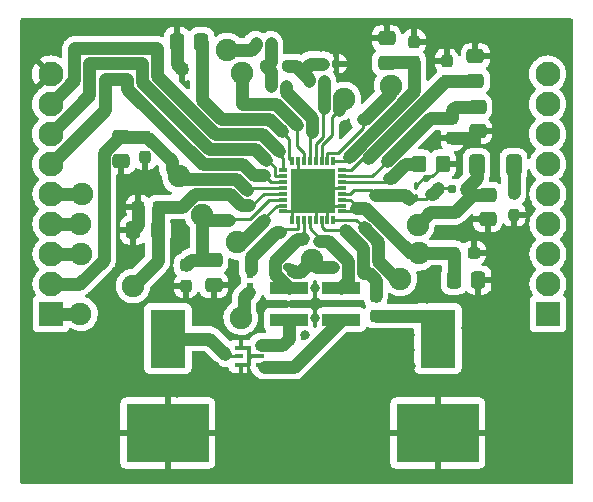
<source format=gbr>
%TF.GenerationSoftware,KiCad,Pcbnew,(6.0.9)*%
%TF.CreationDate,2023-11-09T09:33:38+01:00*%
%TF.ProjectId,LO_daughter,4c4f5f64-6175-4676-9874-65722e6b6963,rev?*%
%TF.SameCoordinates,Original*%
%TF.FileFunction,Copper,L1,Top*%
%TF.FilePolarity,Positive*%
%FSLAX46Y46*%
G04 Gerber Fmt 4.6, Leading zero omitted, Abs format (unit mm)*
G04 Created by KiCad (PCBNEW (6.0.9)) date 2023-11-09 09:33:38*
%MOMM*%
%LPD*%
G01*
G04 APERTURE LIST*
G04 Aperture macros list*
%AMRoundRect*
0 Rectangle with rounded corners*
0 $1 Rounding radius*
0 $2 $3 $4 $5 $6 $7 $8 $9 X,Y pos of 4 corners*
0 Add a 4 corners polygon primitive as box body*
4,1,4,$2,$3,$4,$5,$6,$7,$8,$9,$2,$3,0*
0 Add four circle primitives for the rounded corners*
1,1,$1+$1,$2,$3*
1,1,$1+$1,$4,$5*
1,1,$1+$1,$6,$7*
1,1,$1+$1,$8,$9*
0 Add four rect primitives between the rounded corners*
20,1,$1+$1,$2,$3,$4,$5,0*
20,1,$1+$1,$4,$5,$6,$7,0*
20,1,$1+$1,$6,$7,$8,$9,0*
20,1,$1+$1,$8,$9,$2,$3,0*%
G04 Aperture macros list end*
%TA.AperFunction,SMDPad,CuDef*%
%ADD10RoundRect,0.237500X-0.237500X0.250000X-0.237500X-0.250000X0.237500X-0.250000X0.237500X0.250000X0*%
%TD*%
%TA.AperFunction,SMDPad,CuDef*%
%ADD11R,1.065000X0.360000*%
%TD*%
%TA.AperFunction,SMDPad,CuDef*%
%ADD12R,0.710000X0.360000*%
%TD*%
%TA.AperFunction,SMDPad,CuDef*%
%ADD13R,0.410000X1.780000*%
%TD*%
%TA.AperFunction,SMDPad,CuDef*%
%ADD14RoundRect,0.237500X-0.237500X0.300000X-0.237500X-0.300000X0.237500X-0.300000X0.237500X0.300000X0*%
%TD*%
%TA.AperFunction,SMDPad,CuDef*%
%ADD15R,3.180000X1.040000*%
%TD*%
%TA.AperFunction,SMDPad,CuDef*%
%ADD16RoundRect,0.250000X0.337500X0.475000X-0.337500X0.475000X-0.337500X-0.475000X0.337500X-0.475000X0*%
%TD*%
%TA.AperFunction,SMDPad,CuDef*%
%ADD17RoundRect,0.100000X0.100000X-0.217500X0.100000X0.217500X-0.100000X0.217500X-0.100000X-0.217500X0*%
%TD*%
%TA.AperFunction,SMDPad,CuDef*%
%ADD18RoundRect,0.250000X-0.337500X-0.475000X0.337500X-0.475000X0.337500X0.475000X-0.337500X0.475000X0*%
%TD*%
%TA.AperFunction,SMDPad,CuDef*%
%ADD19R,3.000000X5.000000*%
%TD*%
%TA.AperFunction,SMDPad,CuDef*%
%ADD20R,7.000000X5.000000*%
%TD*%
%TA.AperFunction,SMDPad,CuDef*%
%ADD21RoundRect,0.160000X0.222500X0.160000X-0.222500X0.160000X-0.222500X-0.160000X0.222500X-0.160000X0*%
%TD*%
%TA.AperFunction,SMDPad,CuDef*%
%ADD22RoundRect,0.250000X-0.475000X0.337500X-0.475000X-0.337500X0.475000X-0.337500X0.475000X0.337500X0*%
%TD*%
%TA.AperFunction,SMDPad,CuDef*%
%ADD23RoundRect,0.237500X-0.300000X-0.237500X0.300000X-0.237500X0.300000X0.237500X-0.300000X0.237500X0*%
%TD*%
%TA.AperFunction,SMDPad,CuDef*%
%ADD24RoundRect,0.237500X-0.250000X-0.237500X0.250000X-0.237500X0.250000X0.237500X-0.250000X0.237500X0*%
%TD*%
%TA.AperFunction,SMDPad,CuDef*%
%ADD25R,0.500000X0.400000*%
%TD*%
%TA.AperFunction,SMDPad,CuDef*%
%ADD26RoundRect,0.250000X-0.412500X-0.650000X0.412500X-0.650000X0.412500X0.650000X-0.412500X0.650000X0*%
%TD*%
%TA.AperFunction,SMDPad,CuDef*%
%ADD27RoundRect,0.160000X-0.222500X-0.160000X0.222500X-0.160000X0.222500X0.160000X-0.222500X0.160000X0*%
%TD*%
%TA.AperFunction,SMDPad,CuDef*%
%ADD28RoundRect,0.160000X0.197500X0.160000X-0.197500X0.160000X-0.197500X-0.160000X0.197500X-0.160000X0*%
%TD*%
%TA.AperFunction,SMDPad,CuDef*%
%ADD29RoundRect,0.237500X0.300000X0.237500X-0.300000X0.237500X-0.300000X-0.237500X0.300000X-0.237500X0*%
%TD*%
%TA.AperFunction,ComponentPad*%
%ADD30R,2.100000X2.100000*%
%TD*%
%TA.AperFunction,ComponentPad*%
%ADD31C,2.100000*%
%TD*%
%TA.AperFunction,SMDPad,CuDef*%
%ADD32RoundRect,0.155000X-0.212500X-0.155000X0.212500X-0.155000X0.212500X0.155000X-0.212500X0.155000X0*%
%TD*%
%TA.AperFunction,SMDPad,CuDef*%
%ADD33RoundRect,0.155000X0.212500X0.155000X-0.212500X0.155000X-0.212500X-0.155000X0.212500X-0.155000X0*%
%TD*%
%TA.AperFunction,SMDPad,CuDef*%
%ADD34R,0.800000X0.300000*%
%TD*%
%TA.AperFunction,SMDPad,CuDef*%
%ADD35R,0.300000X0.800000*%
%TD*%
%TA.AperFunction,SMDPad,CuDef*%
%ADD36R,3.750000X3.750000*%
%TD*%
%TA.AperFunction,SMDPad,CuDef*%
%ADD37RoundRect,0.250000X0.475000X-0.337500X0.475000X0.337500X-0.475000X0.337500X-0.475000X-0.337500X0*%
%TD*%
%TA.AperFunction,SMDPad,CuDef*%
%ADD38RoundRect,0.250000X0.350000X0.450000X-0.350000X0.450000X-0.350000X-0.450000X0.350000X-0.450000X0*%
%TD*%
%TA.AperFunction,SMDPad,CuDef*%
%ADD39RoundRect,0.237500X0.237500X-0.300000X0.237500X0.300000X-0.237500X0.300000X-0.237500X-0.300000X0*%
%TD*%
%TA.AperFunction,ViaPad*%
%ADD40C,1.900000*%
%TD*%
%TA.AperFunction,ViaPad*%
%ADD41C,0.800000*%
%TD*%
%TA.AperFunction,ViaPad*%
%ADD42C,0.400000*%
%TD*%
%TA.AperFunction,Conductor*%
%ADD43C,0.250000*%
%TD*%
%TA.AperFunction,Conductor*%
%ADD44C,1.072000*%
%TD*%
G04 APERTURE END LIST*
D10*
%TO.P,R3,1*%
%TO.N,Net-(C21-Pad2)*%
X170810000Y-69367500D03*
%TO.P,R3,2*%
%TO.N,GND*%
X170810000Y-71192500D03*
%TD*%
D11*
%TO.P,U2,1,GND_EXT_1*%
%TO.N,GND*%
X147683000Y-83880000D03*
D12*
%TO.P,U2,2,PRIMARY_DOT*%
%TO.N,/RF_A*%
X147505000Y-83170000D03*
D11*
%TO.P,U2,3,GND_EXT_2*%
%TO.N,GND*%
X147683000Y-82460000D03*
D12*
%TO.P,U2,4,SECONDARY*%
%TO.N,/RF_A+*%
X149335000Y-82460000D03*
D11*
%TO.P,U2,5,GND_EXT_3*%
%TO.N,GND*%
X149157000Y-83170000D03*
D12*
%TO.P,U2,6,SECONDARY_DOT*%
%TO.N,/RF_A-*%
X149335000Y-83880000D03*
D13*
%TO.P,U2,7,GND_EXT_4*%
%TO.N,GND*%
X148420000Y-83170000D03*
%TD*%
D14*
%TO.P,C4,1*%
%TO.N,/3.3V_d*%
X139577500Y-64600000D03*
%TO.P,C4,2*%
%TO.N,GND*%
X139577500Y-66325000D03*
%TD*%
D15*
%TO.P,C26,1*%
%TO.N,Net-(C26-Pad1)*%
X156200000Y-77390000D03*
%TO.P,C26,2*%
%TO.N,/RF_A-*%
X156200000Y-80070000D03*
%TD*%
D16*
%TO.P,C2,1*%
%TO.N,/3.3V_a*%
X140650000Y-72480000D03*
%TO.P,C2,2*%
%TO.N,GND*%
X138575000Y-72480000D03*
%TD*%
D17*
%TO.P,C24,1*%
%TO.N,Net-(C24-Pad1)*%
X162520000Y-69735000D03*
%TO.P,C24,2*%
%TO.N,GND*%
X162520000Y-68720000D03*
%TD*%
D18*
%TO.P,C13,1*%
%TO.N,GND*%
X142272500Y-56540000D03*
%TO.P,C13,2*%
%TO.N,Net-(C13-Pad2)*%
X144347500Y-56540000D03*
%TD*%
D19*
%TO.P,J3,1,In*%
%TO.N,/RF_A*%
X141505000Y-81670000D03*
D20*
%TO.P,J3,2,Ext*%
%TO.N,GND*%
X141505000Y-89670000D03*
%TD*%
D15*
%TO.P,C25,1*%
%TO.N,Net-(C25-Pad1)*%
X151740000Y-77410000D03*
%TO.P,C25,2*%
%TO.N,/RF_A+*%
X151740000Y-80090000D03*
%TD*%
D18*
%TO.P,C11,1*%
%TO.N,/5V*%
X165732500Y-76720000D03*
%TO.P,C11,2*%
%TO.N,GND*%
X167807500Y-76720000D03*
%TD*%
D21*
%TO.P,L1,1,1*%
%TO.N,/3.3V_a*%
X151682500Y-75620000D03*
%TO.P,L1,2,2*%
%TO.N,Net-(C25-Pad1)*%
X150537500Y-75620000D03*
%TD*%
D22*
%TO.P,C3,1*%
%TO.N,/5V*%
X145380000Y-75062500D03*
%TO.P,C3,2*%
%TO.N,GND*%
X145380000Y-77137500D03*
%TD*%
D23*
%TO.P,C14,1*%
%TO.N,GND*%
X142687500Y-58850000D03*
%TO.P,C14,2*%
%TO.N,Net-(C13-Pad2)*%
X144412500Y-58850000D03*
%TD*%
D24*
%TO.P,R1,1*%
%TO.N,Net-(C7-Pad2)*%
X149837500Y-58610000D03*
%TO.P,R1,2*%
%TO.N,Net-(C10-Pad1)*%
X151662500Y-58610000D03*
%TD*%
D22*
%TO.P,C1,1*%
%TO.N,/3.3V_d*%
X137537500Y-64595000D03*
%TO.P,C1,2*%
%TO.N,GND*%
X137537500Y-66670000D03*
%TD*%
D14*
%TO.P,C6,1*%
%TO.N,/5V*%
X143030000Y-75475000D03*
%TO.P,C6,2*%
%TO.N,GND*%
X143030000Y-77200000D03*
%TD*%
D25*
%TO.P,FB1,1*%
%TO.N,/3.3V_a*%
X148440000Y-77170000D03*
%TO.P,FB1,2*%
%TO.N,Net-(FB1-Pad2)*%
X148440000Y-76370000D03*
%TD*%
D26*
%TO.P,C21,1*%
%TO.N,Net-(C17-Pad1)*%
X167647500Y-66960000D03*
%TO.P,C21,2*%
%TO.N,Net-(C21-Pad2)*%
X170772500Y-66960000D03*
%TD*%
D27*
%TO.P,L2,1,1*%
%TO.N,/3.3V_a*%
X155607500Y-75650000D03*
%TO.P,L2,2,2*%
%TO.N,Net-(C26-Pad1)*%
X156752500Y-75650000D03*
%TD*%
D28*
%TO.P,R4,1*%
%TO.N,Net-(C17-Pad1)*%
X166777500Y-68970000D03*
%TO.P,R4,2*%
%TO.N,Net-(C24-Pad1)*%
X165582500Y-68970000D03*
%TD*%
D29*
%TO.P,C5,1*%
%TO.N,/3.3V_a*%
X140745000Y-70520000D03*
%TO.P,C5,2*%
%TO.N,GND*%
X139020000Y-70520000D03*
%TD*%
D14*
%TO.P,C19,1*%
%TO.N,Net-(C15-Pad1)*%
X165590000Y-62997500D03*
%TO.P,C19,2*%
%TO.N,GND*%
X165590000Y-64722500D03*
%TD*%
D22*
%TO.P,C16,1*%
%TO.N,GND*%
X160020000Y-56252500D03*
%TO.P,C16,2*%
%TO.N,Net-(C16-Pad2)*%
X160020000Y-58327500D03*
%TD*%
D14*
%TO.P,C20,1*%
%TO.N,Net-(C20-Pad1)*%
X159100000Y-78037500D03*
%TO.P,C20,2*%
%TO.N,/RF_B*%
X159100000Y-79762500D03*
%TD*%
D30*
%TO.P,J2,1,Pin_1*%
%TO.N,unconnected-(J2-Pad1)*%
X173690000Y-79587500D03*
D31*
%TO.P,J2,2,Pin_2*%
%TO.N,unconnected-(J2-Pad2)*%
X173690000Y-77047500D03*
%TO.P,J2,3,Pin_3*%
%TO.N,unconnected-(J2-Pad3)*%
X173690000Y-74507500D03*
%TO.P,J2,4,Pin_4*%
%TO.N,unconnected-(J2-Pad4)*%
X173690000Y-71967500D03*
%TO.P,J2,5,Pin_5*%
%TO.N,unconnected-(J2-Pad5)*%
X173690000Y-69427500D03*
%TO.P,J2,6,Pin_6*%
%TO.N,unconnected-(J2-Pad6)*%
X173665000Y-66887500D03*
%TO.P,J2,7,Pin_7*%
%TO.N,unconnected-(J2-Pad7)*%
X173665000Y-64347500D03*
%TO.P,J2,8,Pin_8*%
%TO.N,unconnected-(J2-Pad8)*%
X173665000Y-61807500D03*
%TO.P,J2,9,Pin_9*%
%TO.N,unconnected-(J2-Pad9)*%
X173665000Y-59262500D03*
%TD*%
D19*
%TO.P,J4,1,In*%
%TO.N,/RF_B*%
X164365000Y-81670000D03*
D20*
%TO.P,J4,2,Ext*%
%TO.N,GND*%
X164365000Y-89670000D03*
%TD*%
D23*
%TO.P,C12,1*%
%TO.N,/5V*%
X165687500Y-74390000D03*
%TO.P,C12,2*%
%TO.N,GND*%
X167412500Y-74390000D03*
%TD*%
D32*
%TO.P,C7,1*%
%TO.N,/REFIN_A*%
X149082500Y-56690000D03*
%TO.P,C7,2*%
%TO.N,Net-(C7-Pad2)*%
X150217500Y-56690000D03*
%TD*%
D33*
%TO.P,C8,1*%
%TO.N,GND*%
X155777500Y-58400000D03*
%TO.P,C8,2*%
%TO.N,Net-(C10-Pad1)*%
X154642500Y-58400000D03*
%TD*%
D34*
%TO.P,U1,1,CLK*%
%TO.N,/CLK*%
X151270000Y-67410000D03*
%TO.P,U1,2,DATA*%
%TO.N,/DATA*%
X151270000Y-67910000D03*
%TO.P,U1,3,LE*%
%TO.N,/LE*%
X151270000Y-68410000D03*
%TO.P,U1,4,CE*%
%TO.N,/3.3V_d*%
X151270000Y-68910000D03*
%TO.P,U1,5,AVDD*%
%TO.N,/3.3V_a*%
X151270000Y-69410000D03*
%TO.P,U1,6,Vp*%
%TO.N,/5V*%
X151270000Y-69910000D03*
%TO.P,U1,7,CPout*%
%TO.N,Net-(C17-Pad1)*%
X151270000Y-70410000D03*
%TO.P,U1,8,CPGND*%
%TO.N,GND*%
X151270000Y-70910000D03*
D35*
%TO.P,U1,9,AGND*%
X152020000Y-71660000D03*
%TO.P,U1,10,Vrf*%
%TO.N,Net-(FB1-Pad2)*%
X152520000Y-71660000D03*
%TO.P,U1,11,RF_OUT_A+*%
%TO.N,Net-(C25-Pad1)*%
X153020000Y-71660000D03*
%TO.P,U1,12,RF_OUT_A-*%
%TO.N,Net-(C26-Pad1)*%
X153520000Y-71660000D03*
%TO.P,U1,13,AGNDRF*%
%TO.N,GND*%
X154020000Y-71660000D03*
%TO.P,U1,14,RF_OUT_B*%
%TO.N,Net-(C20-Pad1)*%
X154520000Y-71660000D03*
%TO.P,U1,15,AGNDRF*%
%TO.N,GND*%
X155020000Y-71660000D03*
%TO.P,U1,16,AVDD*%
%TO.N,/3.3V_a*%
X155520000Y-71660000D03*
D34*
%TO.P,U1,17,VVCO*%
%TO.N,/5V*%
X156270000Y-70910000D03*
%TO.P,U1,18,AGNDVCO*%
%TO.N,GND*%
X156270000Y-70410000D03*
%TO.P,U1,19,VREGVCO*%
%TO.N,/5V*%
X156270000Y-69910000D03*
%TO.P,U1,20,VTUNE*%
%TO.N,Net-(C24-Pad1)*%
X156270000Y-69410000D03*
%TO.P,U1,21,AGNDVCO*%
%TO.N,GND*%
X156270000Y-68910000D03*
%TO.P,U1,22,RSET*%
%TO.N,Net-(R2-Pad2)*%
X156270000Y-68410000D03*
%TO.P,U1,23,VREF*%
%TO.N,Net-(C15-Pad1)*%
X156270000Y-67910000D03*
%TO.P,U1,24,VBIAS*%
%TO.N,Net-(C22-Pad1)*%
X156270000Y-67410000D03*
D35*
%TO.P,U1,25,CREG1*%
%TO.N,Net-(C16-Pad2)*%
X155520000Y-66660000D03*
%TO.P,U1,26,PDB_RF*%
%TO.N,/3.3V_a*%
X155020000Y-66660000D03*
%TO.P,U1,27,DVDD*%
%TO.N,/3.3V_d*%
X154520000Y-66660000D03*
%TO.P,U1,28,REFIN_B*%
%TO.N,Net-(C10-Pad2)*%
X154020000Y-66660000D03*
%TO.P,U1,29,REFIN_A*%
%TO.N,Net-(C9-Pad2)*%
X153520000Y-66660000D03*
%TO.P,U1,30,MUXOUT*%
%TO.N,/MUXOUT*%
X153020000Y-66660000D03*
%TO.P,U1,31,SDGND*%
%TO.N,GND*%
X152520000Y-66660000D03*
%TO.P,U1,32,CREG2*%
%TO.N,Net-(C13-Pad2)*%
X152020000Y-66660000D03*
D36*
%TO.P,U1,33,EP*%
%TO.N,GND*%
X153770000Y-69160000D03*
%TD*%
D32*
%TO.P,C10,1*%
%TO.N,Net-(C10-Pad1)*%
X153582500Y-59830000D03*
%TO.P,C10,2*%
%TO.N,Net-(C10-Pad2)*%
X154717500Y-59830000D03*
%TD*%
D37*
%TO.P,C22,1*%
%TO.N,Net-(C22-Pad1)*%
X167540000Y-59857500D03*
%TO.P,C22,2*%
%TO.N,GND*%
X167540000Y-57782500D03*
%TD*%
D14*
%TO.P,C18,1*%
%TO.N,GND*%
X162350000Y-56537500D03*
%TO.P,C18,2*%
%TO.N,Net-(C16-Pad2)*%
X162350000Y-58262500D03*
%TD*%
D22*
%TO.P,C17,1*%
%TO.N,Net-(C17-Pad1)*%
X168580000Y-69482500D03*
%TO.P,C17,2*%
%TO.N,GND*%
X168580000Y-71557500D03*
%TD*%
%TO.P,C15,1*%
%TO.N,Net-(C15-Pad1)*%
X167730000Y-62042500D03*
%TO.P,C15,2*%
%TO.N,GND*%
X167730000Y-64117500D03*
%TD*%
D38*
%TO.P,R2,1*%
%TO.N,GND*%
X164780000Y-66870000D03*
%TO.P,R2,2*%
%TO.N,Net-(R2-Pad2)*%
X162780000Y-66870000D03*
%TD*%
D30*
%TO.P,J1,1,Pin_1*%
%TO.N,/3.3V_a*%
X131610000Y-79587500D03*
D31*
%TO.P,J1,2,Pin_2*%
%TO.N,/3.3V_d*%
X131610000Y-77047500D03*
%TO.P,J1,3,Pin_3*%
%TO.N,/5V*%
X131610000Y-74507500D03*
%TO.P,J1,4,Pin_4*%
%TO.N,/MUXOUT*%
X131610000Y-71967500D03*
%TO.P,J1,5,Pin_5*%
%TO.N,/REFIN_A*%
X131610000Y-69427500D03*
%TO.P,J1,6,Pin_6*%
%TO.N,/LE*%
X131585000Y-66887500D03*
%TO.P,J1,7,Pin_7*%
%TO.N,/DATA*%
X131585000Y-64347500D03*
%TO.P,J1,8,Pin_8*%
%TO.N,/CLK*%
X131585000Y-61807500D03*
%TO.P,J1,9,Pin_9*%
%TO.N,GND*%
X131585000Y-59262500D03*
%TD*%
D39*
%TO.P,C23,1*%
%TO.N,Net-(C22-Pad1)*%
X165112500Y-59892500D03*
%TO.P,C23,2*%
%TO.N,GND*%
X165112500Y-58167500D03*
%TD*%
D32*
%TO.P,C9,1*%
%TO.N,Net-(C7-Pad2)*%
X150392500Y-60260000D03*
%TO.P,C9,2*%
%TO.N,Net-(C9-Pad2)*%
X151527500Y-60260000D03*
%TD*%
D40*
%TO.N,/3.3V_d*%
X142470000Y-67950000D03*
X156403000Y-61380000D03*
D41*
%TO.N,GND*%
X158300000Y-56300000D03*
X146170000Y-93340000D03*
X155100000Y-87830000D03*
X171400000Y-74920000D03*
D42*
X153439000Y-68740000D03*
D41*
X165400000Y-72750000D03*
X169380000Y-78460000D03*
X157170000Y-55690000D03*
X136480000Y-88150000D03*
X148350000Y-86550000D03*
X158830000Y-87860000D03*
X142510000Y-72860000D03*
X167440000Y-55890000D03*
X133840000Y-55460000D03*
X155740000Y-55710000D03*
D42*
X154091000Y-69360000D03*
D41*
X151470000Y-89830000D03*
X139410000Y-86220000D03*
X149750000Y-87900000D03*
X169530000Y-58080000D03*
X137950000Y-84050000D03*
X167830000Y-81350000D03*
X153970000Y-79950000D03*
X153110000Y-81370000D03*
X153200000Y-93310000D03*
X144290000Y-83400000D03*
X134370000Y-88230000D03*
D42*
X154091000Y-69990000D03*
X154093500Y-70610000D03*
D41*
X169380000Y-86150000D03*
X169530000Y-64140000D03*
D42*
X152789500Y-68740000D03*
D41*
X171200000Y-84370000D03*
X139360000Y-55420000D03*
X171370000Y-76670000D03*
X150530000Y-85720000D03*
X169480000Y-76640000D03*
X143800000Y-86130000D03*
D42*
X152794500Y-70610000D03*
D41*
X165350000Y-85150000D03*
X132040000Y-55460000D03*
X169600000Y-62170000D03*
X162080000Y-84000000D03*
X154470000Y-56980000D03*
X173570000Y-55850000D03*
X134340000Y-90240000D03*
D42*
X152792000Y-69990000D03*
D41*
X155060000Y-89690000D03*
D42*
X154081000Y-68140000D03*
D41*
X169530000Y-73200000D03*
X155750000Y-57030000D03*
D42*
X154078500Y-67520000D03*
D41*
X171460000Y-60190000D03*
X156890000Y-91520000D03*
X145530000Y-83960000D03*
X173220000Y-90140000D03*
X156400000Y-63630000D03*
X149110000Y-85700000D03*
X131900000Y-56860000D03*
D42*
X154730500Y-68140000D03*
D41*
X151320000Y-86660000D03*
X149810000Y-86660000D03*
X138050000Y-81310000D03*
X153280000Y-85230000D03*
X169570000Y-60160000D03*
X149680000Y-93380000D03*
X130180000Y-56890000D03*
X163460000Y-78290000D03*
X167750000Y-78590000D03*
X140110000Y-85380000D03*
X154220000Y-85840000D03*
X134270000Y-82490000D03*
X166810000Y-82160000D03*
X158790000Y-91520000D03*
X139040000Y-81980000D03*
D42*
X152142500Y-69360000D03*
D41*
X159870000Y-84490000D03*
X143040000Y-85310000D03*
X130500000Y-86250000D03*
X141620000Y-85350000D03*
X169510000Y-74890000D03*
X132390000Y-90260000D03*
X157130000Y-58620000D03*
X162030000Y-86120000D03*
X164690000Y-86100000D03*
X146200000Y-89720000D03*
D42*
X155377500Y-67520000D03*
D41*
X138040000Y-82720000D03*
X147750000Y-85200000D03*
X136380000Y-84370000D03*
X157000000Y-83000000D03*
X144980000Y-85620000D03*
D42*
X153441500Y-69990000D03*
D41*
X171230000Y-80380000D03*
X134340000Y-86260000D03*
D42*
X152130000Y-67520000D03*
D41*
X132390000Y-86280000D03*
X159620000Y-82510000D03*
X153230000Y-91490000D03*
X169570000Y-55890000D03*
D42*
X152142500Y-69990000D03*
D41*
X171270000Y-86180000D03*
X158470000Y-85490000D03*
X147960000Y-89690000D03*
X171460000Y-55920000D03*
X158110000Y-83880000D03*
X149710000Y-91560000D03*
X156810000Y-81610000D03*
X139060000Y-68080000D03*
X161360000Y-85010000D03*
X171160000Y-92170000D03*
X146240000Y-85100000D03*
X136380000Y-82410000D03*
X173150000Y-82390000D03*
X151440000Y-93450000D03*
X173150000Y-84350000D03*
D42*
X155380000Y-68140000D03*
D41*
X153990000Y-77350000D03*
X137840000Y-68440000D03*
X132320000Y-84470000D03*
X164020000Y-85150000D03*
X169310000Y-82380000D03*
X144220000Y-84690000D03*
X155930000Y-82450000D03*
X134230000Y-92250000D03*
X134270000Y-84450000D03*
X154200000Y-84240000D03*
X158790000Y-89720000D03*
X158760000Y-93340000D03*
D42*
X154728000Y-67520000D03*
D41*
X171270000Y-78490000D03*
X147960000Y-91490000D03*
D42*
X152140000Y-68740000D03*
D41*
X130500000Y-90230000D03*
X155050000Y-83390000D03*
D42*
X153441500Y-69360000D03*
D41*
X160930000Y-82380000D03*
X171490000Y-62200000D03*
X139080000Y-84690000D03*
X137570000Y-55420000D03*
X162030000Y-82640000D03*
X138000000Y-79950000D03*
X139060000Y-83310000D03*
X130250000Y-55460000D03*
X157180000Y-57010000D03*
X153970000Y-78690000D03*
X152010000Y-85660000D03*
D42*
X153429000Y-67520000D03*
D41*
X130430000Y-82480000D03*
X162170000Y-78310000D03*
D42*
X153431500Y-68140000D03*
D41*
X146240000Y-87860000D03*
X159980000Y-86420000D03*
X169410000Y-88120000D03*
X167790000Y-84080000D03*
D42*
X154088500Y-68740000D03*
D41*
X152930000Y-86470000D03*
X160990000Y-83650000D03*
X149710000Y-89760000D03*
X173110000Y-92150000D03*
X135630000Y-55460000D03*
D42*
X154740500Y-69990000D03*
D41*
X140450000Y-68340000D03*
D42*
X155387500Y-68740000D03*
D41*
X163420000Y-86150000D03*
D42*
X155390000Y-69990000D03*
D41*
X158420000Y-60730000D03*
X155210000Y-84890000D03*
X138210000Y-85320000D03*
X154460000Y-55660000D03*
X166790000Y-80790000D03*
X156890000Y-89720000D03*
X153060000Y-55730000D03*
X171420000Y-64170000D03*
X167900000Y-82600000D03*
X169380000Y-90130000D03*
X132280000Y-92270000D03*
X171270000Y-90160000D03*
X155060000Y-91490000D03*
X167810000Y-80040000D03*
D42*
X155390000Y-69360000D03*
D41*
X161990000Y-81350000D03*
D42*
X153444000Y-70610000D03*
D41*
X169310000Y-84340000D03*
X166660000Y-84770000D03*
D42*
X152779500Y-67520000D03*
X152782000Y-68140000D03*
D41*
X136450000Y-90160000D03*
X171420000Y-58110000D03*
D42*
X154738000Y-68740000D03*
D41*
X162680000Y-85140000D03*
X145600000Y-78740000D03*
X136340000Y-92170000D03*
X153070000Y-57050000D03*
X169340000Y-80350000D03*
X151510000Y-87970000D03*
X156030000Y-83930000D03*
X139060000Y-80600000D03*
X167490000Y-85500000D03*
D42*
X154743000Y-70610000D03*
D41*
X153230000Y-89690000D03*
X173250000Y-88130000D03*
D42*
X154740500Y-69360000D03*
D41*
X160700000Y-81290000D03*
X166840000Y-83450000D03*
X130430000Y-84440000D03*
X156930000Y-87860000D03*
X147020000Y-86210000D03*
X147930000Y-93310000D03*
X164880000Y-78270000D03*
X158340000Y-59290000D03*
X140830000Y-86230000D03*
X158160000Y-81500000D03*
X130530000Y-88220000D03*
D42*
X152145000Y-70610000D03*
D41*
X142240000Y-86250000D03*
D42*
X152132500Y-68140000D03*
D41*
X132420000Y-88250000D03*
X158270000Y-57760000D03*
X169270000Y-92140000D03*
X139060000Y-79310000D03*
X132320000Y-82510000D03*
X156930000Y-86240000D03*
D42*
X155392500Y-70610000D03*
D41*
X153270000Y-87830000D03*
X130390000Y-92240000D03*
X156860000Y-93340000D03*
X146200000Y-91520000D03*
X151470000Y-91630000D03*
X173220000Y-86160000D03*
X155030000Y-93310000D03*
X159450000Y-81310000D03*
X166860000Y-79470000D03*
X171200000Y-82410000D03*
X171420000Y-73230000D03*
D42*
X152792000Y-69360000D03*
D41*
X136450000Y-86180000D03*
X158180000Y-82510000D03*
X138090000Y-74690000D03*
X166090000Y-85990000D03*
X166280000Y-78330000D03*
X165550000Y-55860000D03*
X171300000Y-88150000D03*
X147100000Y-76840000D03*
X148000000Y-87830000D03*
X144310000Y-78740000D03*
D40*
%TO.N,/3.3V_a*%
X160428171Y-60268171D03*
X134110000Y-79570000D03*
X138570000Y-77220000D03*
X147670000Y-79900000D03*
X161170000Y-76610000D03*
X153720000Y-75010000D03*
%TO.N,/5V*%
X134170000Y-74510000D03*
X162764500Y-74470000D03*
X144390000Y-71230000D03*
%TO.N,/REFIN_A*%
X146550000Y-57240000D03*
X134230000Y-69430000D03*
%TO.N,Net-(C17-Pad1)*%
X162647679Y-72062739D03*
X147380000Y-73530000D03*
%TO.N,/MUXOUT*%
X134110000Y-71950000D03*
X147760000Y-59210000D03*
%TD*%
D43*
%TO.N,/3.3V_d*%
X148466000Y-68910000D02*
X148250000Y-69126000D01*
D44*
X141822500Y-67302500D02*
X142678000Y-68158000D01*
D43*
X151270000Y-68910000D02*
X148466000Y-68910000D01*
D44*
X147282000Y-68158000D02*
X148250000Y-69126000D01*
X134016865Y-77047500D02*
X136076500Y-74987865D01*
D43*
X155400000Y-64414034D02*
X155400000Y-62909500D01*
X155400000Y-62909500D02*
X155989500Y-62320000D01*
D44*
X139577500Y-64600000D02*
X137542500Y-64600000D01*
X136076500Y-65924085D02*
X137405585Y-64595000D01*
X156403000Y-61380000D02*
X156320000Y-61380000D01*
D43*
X154520000Y-65294034D02*
X155400000Y-64414034D01*
D44*
X142678000Y-68158000D02*
X147282000Y-68158000D01*
D43*
X154520000Y-66660000D02*
X154520000Y-65294034D01*
D44*
X156320000Y-61380000D02*
X155989500Y-61710500D01*
X136076500Y-74987865D02*
X136076500Y-65924085D01*
X139826737Y-64660000D02*
X141822500Y-66655763D01*
X131610000Y-77047500D02*
X134016865Y-77047500D01*
X141822500Y-66655763D02*
X141822500Y-67302500D01*
X155989500Y-61710500D02*
X155989500Y-62320000D01*
X141822500Y-67302500D02*
X142470000Y-67950000D01*
X137405585Y-64595000D02*
X137537500Y-64595000D01*
D43*
%TO.N,GND*%
X162520000Y-68720000D02*
X163310000Y-67930000D01*
D44*
X167125000Y-64722500D02*
X167730000Y-64117500D01*
X139020000Y-70520000D02*
X139020000Y-72035000D01*
X139020000Y-72035000D02*
X138575000Y-72480000D01*
D43*
X152520000Y-67878000D02*
X152782000Y-68140000D01*
X152020000Y-70910000D02*
X153770000Y-69160000D01*
X151270000Y-70910000D02*
X152020000Y-70910000D01*
X152520000Y-66660000D02*
X152520000Y-67878000D01*
D44*
X142272500Y-58435000D02*
X142687500Y-58850000D01*
X165590000Y-64722500D02*
X167125000Y-64722500D01*
D43*
X154020000Y-70770000D02*
X154178000Y-70612000D01*
X155020000Y-70410000D02*
X153770000Y-69160000D01*
X154020000Y-70683500D02*
X154093500Y-70610000D01*
X155777500Y-57057500D02*
X155750000Y-57030000D01*
X156270000Y-70410000D02*
X155020000Y-70410000D01*
X155020000Y-71660000D02*
X155020000Y-70410000D01*
X163310000Y-67930000D02*
X163870000Y-67930000D01*
X164780000Y-67020000D02*
X164780000Y-66870000D01*
D44*
X142272500Y-56540000D02*
X142272500Y-58435000D01*
D43*
X163870000Y-67930000D02*
X164780000Y-67020000D01*
X154020000Y-68910000D02*
X153770000Y-69160000D01*
X156270000Y-68910000D02*
X154020000Y-68910000D01*
X152020000Y-71660000D02*
X152020000Y-70910000D01*
X154020000Y-71660000D02*
X154020000Y-70683500D01*
X155372000Y-68910000D02*
X155194000Y-69088000D01*
D44*
%TO.N,/3.3V_a*%
X134092500Y-79587500D02*
X134110000Y-79570000D01*
D43*
X155570440Y-71609560D02*
X157443560Y-71609560D01*
D44*
X153720000Y-75300000D02*
X154070000Y-75650000D01*
D43*
X151270000Y-69410000D02*
X149620000Y-69410000D01*
D44*
X161170000Y-76610000D02*
X160800880Y-76610000D01*
X158000000Y-63120000D02*
X158161120Y-63120000D01*
X158161120Y-63120000D02*
X160428171Y-60852949D01*
X159296500Y-75105620D02*
X159296500Y-73462500D01*
X160800880Y-76610000D02*
X159296500Y-75105620D01*
X153720000Y-75010000D02*
X152730000Y-76000000D01*
X146755120Y-69430000D02*
X147723120Y-70398000D01*
X147723120Y-70398000D02*
X148360000Y-70398000D01*
X143805635Y-69430000D02*
X146755120Y-69430000D01*
X154070000Y-75650000D02*
X155480500Y-75650000D01*
X140650000Y-72480000D02*
X140650000Y-70615000D01*
D43*
X155927362Y-65935000D02*
X155045000Y-65935000D01*
D44*
X147950000Y-78190000D02*
X148420000Y-77720000D01*
X153720000Y-75010000D02*
X153720000Y-75300000D01*
D43*
X149620000Y-69410000D02*
X148632000Y-70398000D01*
D44*
X147950000Y-79620000D02*
X147950000Y-78190000D01*
X147670000Y-79900000D02*
X147950000Y-79620000D01*
X140650000Y-75140000D02*
X140650000Y-72480000D01*
X152730000Y-76000000D02*
X152190000Y-76000000D01*
D43*
X155020000Y-65960000D02*
X155020000Y-66660000D01*
X155045000Y-65935000D02*
X155020000Y-65960000D01*
D44*
X131610000Y-79587500D02*
X134092500Y-79587500D01*
X152190000Y-76000000D02*
X152050000Y-75860000D01*
D43*
X158000000Y-63120000D02*
X158000000Y-63862362D01*
X157443560Y-71609560D02*
X158100000Y-72266000D01*
X158000000Y-63862362D02*
X155927362Y-65935000D01*
D44*
X142715635Y-70520000D02*
X143805635Y-69430000D01*
X140745000Y-70520000D02*
X142715635Y-70520000D01*
D43*
X148632000Y-70398000D02*
X148360000Y-70398000D01*
D44*
X138570000Y-77220000D02*
X140650000Y-75140000D01*
X159296500Y-73462500D02*
X158100000Y-72266000D01*
D43*
X155520000Y-71660000D02*
X155570440Y-71609560D01*
D44*
X160428171Y-60852949D02*
X160428171Y-60268171D01*
%TO.N,/5V*%
X144390000Y-71230000D02*
X144440000Y-71280000D01*
X157406000Y-70590000D02*
X158222880Y-70590000D01*
X162102880Y-74470000D02*
X162764500Y-74470000D01*
D43*
X157086000Y-70910000D02*
X157406000Y-70590000D01*
D44*
X165732500Y-76720000D02*
X165732500Y-74435000D01*
X134167500Y-74507500D02*
X134170000Y-74510000D01*
D43*
X148425638Y-71550000D02*
X150065638Y-69910000D01*
D44*
X144390000Y-71230000D02*
X144830000Y-71670000D01*
X143442500Y-75062500D02*
X143030000Y-75475000D01*
D43*
X156270000Y-70910000D02*
X157086000Y-70910000D01*
D44*
X145380000Y-75062500D02*
X143442500Y-75062500D01*
D43*
X157150000Y-70650000D02*
X157150000Y-70090000D01*
X157150000Y-70090000D02*
X156970000Y-69910000D01*
X150065638Y-69910000D02*
X151270000Y-69910000D01*
D44*
X144440000Y-74740000D02*
X144540000Y-74840000D01*
X158222880Y-70590000D02*
X162102880Y-74470000D01*
X165687500Y-74390000D02*
X162844500Y-74390000D01*
X162844500Y-74390000D02*
X162764500Y-74470000D01*
D43*
X146730000Y-71550000D02*
X148425638Y-71550000D01*
X156970000Y-69910000D02*
X156270000Y-69910000D01*
D44*
X144440000Y-71280000D02*
X144440000Y-74740000D01*
X131610000Y-74507500D02*
X134167500Y-74507500D01*
X144830000Y-71670000D02*
X146660000Y-71670000D01*
X165732500Y-74435000D02*
X165687500Y-74390000D01*
%TO.N,/REFIN_A*%
X134227500Y-69427500D02*
X134230000Y-69430000D01*
X148945500Y-56827000D02*
X148945500Y-56690000D01*
X131610000Y-69427500D02*
X134227500Y-69427500D01*
X148532500Y-57240000D02*
X148945500Y-56827000D01*
X146550000Y-57240000D02*
X148532500Y-57240000D01*
%TO.N,Net-(C7-Pad2)*%
X150255500Y-59028000D02*
X150255500Y-60260000D01*
X149837500Y-58610000D02*
X150255500Y-59028000D01*
X150217500Y-58230000D02*
X149837500Y-58610000D01*
X150217500Y-56690000D02*
X150217500Y-58230000D01*
%TO.N,Net-(C10-Pad1)*%
X153445500Y-59693000D02*
X153445500Y-59830000D01*
X151662500Y-58610000D02*
X152362500Y-58610000D01*
X152831250Y-59078750D02*
X153445500Y-59693000D01*
X152362500Y-58610000D02*
X152831250Y-59078750D01*
X153510000Y-58400000D02*
X152831250Y-59078750D01*
X154642500Y-58400000D02*
X153510000Y-58400000D01*
%TO.N,Net-(C9-Pad2)*%
X153742000Y-63002000D02*
X153742000Y-64218000D01*
X151527500Y-60787500D02*
X153742000Y-63002000D01*
D43*
X153530000Y-64430000D02*
X153520000Y-64440000D01*
D44*
X151527500Y-60260000D02*
X151527500Y-60787500D01*
D43*
X153520000Y-64440000D02*
X153520000Y-66660000D01*
%TO.N,Net-(C10-Pad2)*%
X154020000Y-65157638D02*
X154020000Y-66660000D01*
X154603000Y-64574638D02*
X154020000Y-65157638D01*
X154603000Y-62193000D02*
X154603000Y-64574638D01*
D44*
X154717500Y-59830000D02*
X154717500Y-62178620D01*
%TO.N,Net-(C13-Pad2)*%
X144412500Y-61455860D02*
X144412500Y-58850000D01*
D43*
X151791000Y-64771000D02*
X151791000Y-66431000D01*
X151791000Y-66431000D02*
X152020000Y-66660000D01*
D44*
X151130000Y-64140000D02*
X150060000Y-63070000D01*
X144412500Y-56605000D02*
X144412500Y-58850000D01*
X146026640Y-63070000D02*
X144412500Y-61455860D01*
X150060000Y-63070000D02*
X146026640Y-63070000D01*
D43*
X151250000Y-64230000D02*
X151791000Y-64771000D01*
D44*
X144347500Y-56540000D02*
X144412500Y-56605000D01*
D43*
%TO.N,Net-(C15-Pad1)*%
X158830000Y-67910000D02*
X160880000Y-65860000D01*
D44*
X160058880Y-66618880D02*
X163680260Y-62997500D01*
X165590000Y-62300000D02*
X165847500Y-62042500D01*
D43*
X156270000Y-67910000D02*
X158830000Y-67910000D01*
D44*
X165590000Y-62997500D02*
X165590000Y-62300000D01*
X165847500Y-62042500D02*
X167730000Y-62042500D01*
X163680260Y-62997500D02*
X165590000Y-62997500D01*
D43*
%TO.N,Net-(C16-Pad2)*%
X156490000Y-66660000D02*
X156910000Y-66240000D01*
X155520000Y-66660000D02*
X156490000Y-66660000D01*
D44*
X162350000Y-58262500D02*
X160085000Y-58262500D01*
X162350000Y-58262500D02*
X162350000Y-60730000D01*
X162350000Y-60730000D02*
X156819000Y-66261000D01*
%TO.N,Net-(C17-Pad1)*%
X163721918Y-70988500D02*
X165784000Y-70988500D01*
X167647500Y-68100000D02*
X166777500Y-68970000D01*
D43*
X151270000Y-70410000D02*
X150720000Y-70410000D01*
X149690000Y-71440000D02*
X149690000Y-71550000D01*
D44*
X168580000Y-69482500D02*
X167290000Y-69482500D01*
D43*
X149680000Y-71480000D02*
X149680000Y-71657638D01*
D44*
X149680000Y-71657638D02*
X147807638Y-73530000D01*
X165784000Y-70988500D02*
X167290000Y-69482500D01*
X162647679Y-72062739D02*
X163721918Y-70988500D01*
X167290000Y-69482500D02*
X166777500Y-68970000D01*
X167647500Y-66960000D02*
X167647500Y-68100000D01*
D43*
X150720000Y-70410000D02*
X149690000Y-71440000D01*
%TO.N,Net-(C20-Pad1)*%
X154545000Y-72235000D02*
X154780560Y-72470560D01*
D44*
X159100000Y-76708000D02*
X158526000Y-76134000D01*
D43*
X154520000Y-71660000D02*
X154545000Y-71685000D01*
D44*
X159100000Y-78037500D02*
X159100000Y-76708000D01*
D43*
X154545000Y-71685000D02*
X154545000Y-72235000D01*
D44*
X158526000Y-76134000D02*
X158024500Y-76134000D01*
X158024500Y-76134000D02*
X158024500Y-73995620D01*
X158024500Y-73995620D02*
X156499440Y-72470560D01*
D43*
X154780560Y-72470560D02*
X156499440Y-72470560D01*
D44*
%TO.N,/RF_B*%
X164075000Y-79762500D02*
X159100000Y-79762500D01*
X164365000Y-80052500D02*
X164075000Y-79762500D01*
X164365000Y-81670000D02*
X164365000Y-80052500D01*
%TO.N,Net-(C21-Pad2)*%
X170772500Y-69330000D02*
X170810000Y-69367500D01*
X170772500Y-66960000D02*
X170772500Y-69330000D01*
D43*
%TO.N,Net-(C22-Pad1)*%
X157010000Y-67410000D02*
X158070000Y-66350000D01*
D44*
X165147500Y-59857500D02*
X165112500Y-59892500D01*
X164986380Y-59892500D02*
X165112500Y-59892500D01*
X158464440Y-66414440D02*
X164986380Y-59892500D01*
D43*
X156270000Y-67410000D02*
X157010000Y-67410000D01*
X158070000Y-66350000D02*
X158400000Y-66350000D01*
D44*
X167540000Y-59857500D02*
X165147500Y-59857500D01*
D43*
%TO.N,Net-(C24-Pad1)*%
X158670000Y-69110000D02*
X157270000Y-69110000D01*
X156970000Y-69410000D02*
X156270000Y-69410000D01*
X165542500Y-68930000D02*
X165582500Y-68970000D01*
X157270000Y-69110000D02*
X156970000Y-69410000D01*
X161940000Y-69850000D02*
X162190000Y-69600000D01*
D44*
X161570000Y-69480000D02*
X161940000Y-69850000D01*
D43*
X162385000Y-69600000D02*
X162520000Y-69735000D01*
X162432500Y-69590000D02*
X162542500Y-69700000D01*
D44*
X159040000Y-69480000D02*
X161570000Y-69480000D01*
X163790000Y-69400000D02*
X163940000Y-69400000D01*
D43*
X164410000Y-68930000D02*
X165542500Y-68930000D01*
X162190000Y-69600000D02*
X162385000Y-69600000D01*
X163340000Y-69850000D02*
X163790000Y-69400000D01*
X161940000Y-69850000D02*
X163340000Y-69850000D01*
X159040000Y-69480000D02*
X158670000Y-69110000D01*
D44*
X163940000Y-69400000D02*
X164410000Y-68930000D01*
D43*
%TO.N,Net-(C25-Pad1)*%
X153000000Y-71660000D02*
X152995000Y-71665000D01*
X153020000Y-71660000D02*
X153000000Y-71660000D01*
D44*
X152406865Y-73246000D02*
X152854000Y-73246000D01*
X152854000Y-73246000D02*
X152930000Y-73170000D01*
X150537500Y-75620000D02*
X150537500Y-76207500D01*
D43*
X152995000Y-71665000D02*
X152995000Y-73105000D01*
D44*
X150537500Y-76207500D02*
X151740000Y-77410000D01*
X150537500Y-75115365D02*
X152406865Y-73246000D01*
X150537500Y-75620000D02*
X150537500Y-75115365D01*
D43*
X152995000Y-73105000D02*
X152930000Y-73170000D01*
D44*
%TO.N,/RF_A+*%
X151740000Y-80090000D02*
X151740000Y-81682000D01*
X151740000Y-81682000D02*
X151182000Y-82240000D01*
X151182000Y-82240000D02*
X149361000Y-82240000D01*
D43*
%TO.N,Net-(C26-Pad1)*%
X153520000Y-71660000D02*
X153520000Y-72350000D01*
D44*
X155039380Y-73410000D02*
X154290000Y-73410000D01*
D43*
X153520000Y-72350000D02*
X154290000Y-73120000D01*
D44*
X156200000Y-77390000D02*
X156752500Y-76837500D01*
X156752500Y-75123120D02*
X155039380Y-73410000D01*
X156752500Y-76837500D02*
X156752500Y-75650000D01*
X156752500Y-75650000D02*
X156752500Y-75123120D01*
%TO.N,/RF_A-*%
X152180000Y-84090000D02*
X149670000Y-84090000D01*
X156200000Y-80070000D02*
X152180000Y-84090000D01*
D43*
%TO.N,Net-(FB1-Pad2)*%
X151165000Y-72385000D02*
X151100000Y-72450000D01*
X152520000Y-71660000D02*
X152520000Y-72360000D01*
X151100000Y-72450000D02*
X151100000Y-72640000D01*
D44*
X148550000Y-74744364D02*
X150624364Y-72670000D01*
D43*
X152495000Y-72385000D02*
X151165000Y-72385000D01*
D44*
X148550000Y-74760000D02*
X148550000Y-74744364D01*
X150624364Y-72670000D02*
X151000000Y-72670000D01*
D43*
X152520000Y-72360000D02*
X152495000Y-72385000D01*
D44*
X148534000Y-75850000D02*
X148534000Y-74974000D01*
%TO.N,/MUXOUT*%
X147760000Y-59210000D02*
X147760000Y-61798000D01*
X131610000Y-71967500D02*
X134092500Y-71967500D01*
X134092500Y-71967500D02*
X134110000Y-71950000D01*
D43*
X153020000Y-65960000D02*
X152408880Y-65348880D01*
D44*
X147760000Y-61798000D02*
X150636880Y-61798000D01*
D43*
X153020000Y-66660000D02*
X153020000Y-65960000D01*
D44*
X150636880Y-61798000D02*
X152408880Y-63570000D01*
D43*
X152408880Y-65348880D02*
X152408880Y-63570000D01*
D44*
%TO.N,/LE*%
X138066000Y-60506000D02*
X144446000Y-66886000D01*
X136144000Y-59654000D02*
X138066000Y-59654000D01*
X148776880Y-67854000D02*
X149684000Y-67854000D01*
X144446000Y-66886000D02*
X147808880Y-66886000D01*
D43*
X150240000Y-68410000D02*
X149684000Y-67854000D01*
D44*
X131585000Y-66887500D02*
X136144000Y-62328500D01*
X147808880Y-66886000D02*
X148776880Y-67854000D01*
X136144000Y-62328500D02*
X136144000Y-59654000D01*
X138066000Y-59654000D02*
X138066000Y-60506000D01*
D43*
X151270000Y-68410000D02*
X150240000Y-68410000D01*
D44*
%TO.N,/DATA*%
X148860000Y-65614000D02*
X149828000Y-66582000D01*
X144972880Y-65614000D02*
X148860000Y-65614000D01*
D43*
X151270000Y-67910000D02*
X150570000Y-67910000D01*
X150545000Y-67885000D02*
X150545000Y-67145000D01*
D44*
X134872000Y-58382000D02*
X139338000Y-58382000D01*
D43*
X150545000Y-67145000D02*
X150170000Y-66770000D01*
D44*
X139338000Y-59979120D02*
X144972880Y-65614000D01*
D43*
X150570000Y-67910000D02*
X150545000Y-67885000D01*
X150170000Y-66770000D02*
X150100000Y-66770000D01*
D44*
X134872000Y-61060500D02*
X134872000Y-58382000D01*
X139338000Y-58382000D02*
X139338000Y-59979120D01*
X131585000Y-64347500D02*
X134872000Y-61060500D01*
D43*
%TO.N,/CLK*%
X151270000Y-66390000D02*
X151270000Y-67410000D01*
D44*
X133600000Y-59792500D02*
X133600000Y-57110000D01*
X140610000Y-59452240D02*
X145499760Y-64342000D01*
D43*
X150950000Y-66070000D02*
X151270000Y-66390000D01*
D44*
X140610000Y-57110000D02*
X140610000Y-59452240D01*
X149452000Y-64342000D02*
X150930000Y-65820000D01*
X133600000Y-57110000D02*
X140610000Y-57110000D01*
X145499760Y-64342000D02*
X149452000Y-64342000D01*
X131585000Y-61807500D02*
X133600000Y-59792500D01*
%TO.N,Net-(R2-Pad2)*%
X160250000Y-68110000D02*
X160366640Y-68110000D01*
D43*
X159950000Y-68410000D02*
X156270000Y-68410000D01*
X160250000Y-68110000D02*
X159950000Y-68410000D01*
D44*
X160366640Y-68110000D02*
X161606640Y-66870000D01*
X161606640Y-66870000D02*
X162780000Y-66870000D01*
D43*
%TO.N,/RF_A*%
X146530000Y-83170000D02*
X146380000Y-83020000D01*
D44*
X145030000Y-81670000D02*
X146380000Y-83020000D01*
D43*
X147505000Y-83170000D02*
X146530000Y-83170000D01*
D44*
X141505000Y-81670000D02*
X145030000Y-81670000D01*
%TD*%
%TA.AperFunction,Conductor*%
%TO.N,GND*%
G36*
X175733621Y-54578502D02*
G01*
X175780114Y-54632158D01*
X175791500Y-54684500D01*
X175791500Y-93835500D01*
X175771498Y-93903621D01*
X175717842Y-93950114D01*
X175665500Y-93961500D01*
X129154500Y-93961500D01*
X129086379Y-93941498D01*
X129039886Y-93887842D01*
X129028500Y-93835500D01*
X129028500Y-92214669D01*
X137497001Y-92214669D01*
X137497371Y-92221490D01*
X137502895Y-92272352D01*
X137506521Y-92287604D01*
X137551676Y-92408054D01*
X137560214Y-92423649D01*
X137636715Y-92525724D01*
X137649276Y-92538285D01*
X137751351Y-92614786D01*
X137766946Y-92623324D01*
X137887394Y-92668478D01*
X137902649Y-92672105D01*
X137953514Y-92677631D01*
X137960328Y-92678000D01*
X141232885Y-92678000D01*
X141248124Y-92673525D01*
X141249329Y-92672135D01*
X141251000Y-92664452D01*
X141251000Y-92659884D01*
X141759000Y-92659884D01*
X141763475Y-92675123D01*
X141764865Y-92676328D01*
X141772548Y-92677999D01*
X145049669Y-92677999D01*
X145056490Y-92677629D01*
X145107352Y-92672105D01*
X145122604Y-92668479D01*
X145243054Y-92623324D01*
X145258649Y-92614786D01*
X145360724Y-92538285D01*
X145373285Y-92525724D01*
X145449786Y-92423649D01*
X145458324Y-92408054D01*
X145503478Y-92287606D01*
X145507105Y-92272351D01*
X145512631Y-92221486D01*
X145513000Y-92214672D01*
X145513000Y-92214669D01*
X160357001Y-92214669D01*
X160357371Y-92221490D01*
X160362895Y-92272352D01*
X160366521Y-92287604D01*
X160411676Y-92408054D01*
X160420214Y-92423649D01*
X160496715Y-92525724D01*
X160509276Y-92538285D01*
X160611351Y-92614786D01*
X160626946Y-92623324D01*
X160747394Y-92668478D01*
X160762649Y-92672105D01*
X160813514Y-92677631D01*
X160820328Y-92678000D01*
X164092885Y-92678000D01*
X164108124Y-92673525D01*
X164109329Y-92672135D01*
X164111000Y-92664452D01*
X164111000Y-92659884D01*
X164619000Y-92659884D01*
X164623475Y-92675123D01*
X164624865Y-92676328D01*
X164632548Y-92677999D01*
X167909669Y-92677999D01*
X167916490Y-92677629D01*
X167967352Y-92672105D01*
X167982604Y-92668479D01*
X168103054Y-92623324D01*
X168118649Y-92614786D01*
X168220724Y-92538285D01*
X168233285Y-92525724D01*
X168309786Y-92423649D01*
X168318324Y-92408054D01*
X168363478Y-92287606D01*
X168367105Y-92272351D01*
X168372631Y-92221486D01*
X168373000Y-92214672D01*
X168373000Y-89942115D01*
X168368525Y-89926876D01*
X168367135Y-89925671D01*
X168359452Y-89924000D01*
X164637115Y-89924000D01*
X164621876Y-89928475D01*
X164620671Y-89929865D01*
X164619000Y-89937548D01*
X164619000Y-92659884D01*
X164111000Y-92659884D01*
X164111000Y-89942115D01*
X164106525Y-89926876D01*
X164105135Y-89925671D01*
X164097452Y-89924000D01*
X160375116Y-89924000D01*
X160359877Y-89928475D01*
X160358672Y-89929865D01*
X160357001Y-89937548D01*
X160357001Y-92214669D01*
X145513000Y-92214669D01*
X145513000Y-89942115D01*
X145508525Y-89926876D01*
X145507135Y-89925671D01*
X145499452Y-89924000D01*
X141777115Y-89924000D01*
X141761876Y-89928475D01*
X141760671Y-89929865D01*
X141759000Y-89937548D01*
X141759000Y-92659884D01*
X141251000Y-92659884D01*
X141251000Y-89942115D01*
X141246525Y-89926876D01*
X141245135Y-89925671D01*
X141237452Y-89924000D01*
X137515116Y-89924000D01*
X137499877Y-89928475D01*
X137498672Y-89929865D01*
X137497001Y-89937548D01*
X137497001Y-92214669D01*
X129028500Y-92214669D01*
X129028500Y-89397885D01*
X137497000Y-89397885D01*
X137501475Y-89413124D01*
X137502865Y-89414329D01*
X137510548Y-89416000D01*
X141232885Y-89416000D01*
X141248124Y-89411525D01*
X141249329Y-89410135D01*
X141251000Y-89402452D01*
X141251000Y-89397885D01*
X141759000Y-89397885D01*
X141763475Y-89413124D01*
X141764865Y-89414329D01*
X141772548Y-89416000D01*
X145494884Y-89416000D01*
X145510123Y-89411525D01*
X145511328Y-89410135D01*
X145512999Y-89402452D01*
X145512999Y-89397885D01*
X160357000Y-89397885D01*
X160361475Y-89413124D01*
X160362865Y-89414329D01*
X160370548Y-89416000D01*
X164092885Y-89416000D01*
X164108124Y-89411525D01*
X164109329Y-89410135D01*
X164111000Y-89402452D01*
X164111000Y-89397885D01*
X164619000Y-89397885D01*
X164623475Y-89413124D01*
X164624865Y-89414329D01*
X164632548Y-89416000D01*
X168354884Y-89416000D01*
X168370123Y-89411525D01*
X168371328Y-89410135D01*
X168372999Y-89402452D01*
X168372999Y-87125331D01*
X168372629Y-87118510D01*
X168367105Y-87067648D01*
X168363479Y-87052396D01*
X168318324Y-86931946D01*
X168309786Y-86916351D01*
X168233285Y-86814276D01*
X168220724Y-86801715D01*
X168118649Y-86725214D01*
X168103054Y-86716676D01*
X167982606Y-86671522D01*
X167967351Y-86667895D01*
X167916486Y-86662369D01*
X167909672Y-86662000D01*
X164637115Y-86662000D01*
X164621876Y-86666475D01*
X164620671Y-86667865D01*
X164619000Y-86675548D01*
X164619000Y-89397885D01*
X164111000Y-89397885D01*
X164111000Y-86680116D01*
X164106525Y-86664877D01*
X164105135Y-86663672D01*
X164097452Y-86662001D01*
X160820331Y-86662001D01*
X160813510Y-86662371D01*
X160762648Y-86667895D01*
X160747396Y-86671521D01*
X160626946Y-86716676D01*
X160611351Y-86725214D01*
X160509276Y-86801715D01*
X160496715Y-86814276D01*
X160420214Y-86916351D01*
X160411676Y-86931946D01*
X160366522Y-87052394D01*
X160362895Y-87067649D01*
X160357369Y-87118514D01*
X160357000Y-87125328D01*
X160357000Y-89397885D01*
X145512999Y-89397885D01*
X145512999Y-87125331D01*
X145512629Y-87118510D01*
X145507105Y-87067648D01*
X145503479Y-87052396D01*
X145458324Y-86931946D01*
X145449786Y-86916351D01*
X145373285Y-86814276D01*
X145360724Y-86801715D01*
X145258649Y-86725214D01*
X145243054Y-86716676D01*
X145122606Y-86671522D01*
X145107351Y-86667895D01*
X145056486Y-86662369D01*
X145049672Y-86662000D01*
X141777115Y-86662000D01*
X141761876Y-86666475D01*
X141760671Y-86667865D01*
X141759000Y-86675548D01*
X141759000Y-89397885D01*
X141251000Y-89397885D01*
X141251000Y-86680116D01*
X141246525Y-86664877D01*
X141245135Y-86663672D01*
X141237452Y-86662001D01*
X137960331Y-86662001D01*
X137953510Y-86662371D01*
X137902648Y-86667895D01*
X137887396Y-86671521D01*
X137766946Y-86716676D01*
X137751351Y-86725214D01*
X137649276Y-86801715D01*
X137636715Y-86814276D01*
X137560214Y-86916351D01*
X137551676Y-86931946D01*
X137506522Y-87052394D01*
X137502895Y-87067649D01*
X137497369Y-87118514D01*
X137497000Y-87125328D01*
X137497000Y-89397885D01*
X129028500Y-89397885D01*
X129028500Y-66887500D01*
X130021681Y-66887500D01*
X130040928Y-67132057D01*
X130042082Y-67136864D01*
X130042083Y-67136870D01*
X130063118Y-67224485D01*
X130098195Y-67370592D01*
X130192073Y-67597232D01*
X130259883Y-67707888D01*
X130315208Y-67798171D01*
X130320248Y-67806396D01*
X130323463Y-67810160D01*
X130323465Y-67810163D01*
X130460090Y-67970129D01*
X130479567Y-67992933D01*
X130483323Y-67996141D01*
X130572569Y-68072365D01*
X130611378Y-68131816D01*
X130611884Y-68202811D01*
X130572569Y-68263987D01*
X130504567Y-68322067D01*
X130501359Y-68325823D01*
X130394805Y-68450581D01*
X130345248Y-68508604D01*
X130342660Y-68512827D01*
X130342658Y-68512830D01*
X130308152Y-68569140D01*
X130217073Y-68717768D01*
X130190583Y-68781720D01*
X130137862Y-68909000D01*
X130123195Y-68944408D01*
X130114732Y-68979658D01*
X130072027Y-69157540D01*
X130065928Y-69182943D01*
X130046681Y-69427500D01*
X130065928Y-69672057D01*
X130067082Y-69676864D01*
X130067083Y-69676870D01*
X130087416Y-69761562D01*
X130123195Y-69910592D01*
X130125088Y-69915163D01*
X130125089Y-69915165D01*
X130137033Y-69944000D01*
X130217073Y-70137232D01*
X130288249Y-70253382D01*
X130331648Y-70324202D01*
X130345248Y-70346396D01*
X130348463Y-70350160D01*
X130348465Y-70350163D01*
X130462381Y-70483540D01*
X130504567Y-70532933D01*
X130508323Y-70536141D01*
X130585069Y-70601689D01*
X130623878Y-70661140D01*
X130624384Y-70732135D01*
X130585069Y-70793311D01*
X130552930Y-70820761D01*
X130504567Y-70862067D01*
X130501359Y-70865823D01*
X130358157Y-71033490D01*
X130345248Y-71048604D01*
X130342660Y-71052827D01*
X130342658Y-71052830D01*
X130323732Y-71083715D01*
X130217073Y-71257768D01*
X130192223Y-71317761D01*
X130131394Y-71464615D01*
X130123195Y-71484408D01*
X130122040Y-71489220D01*
X130072282Y-71696477D01*
X130065928Y-71722943D01*
X130046681Y-71967500D01*
X130065928Y-72212057D01*
X130067082Y-72216864D01*
X130067083Y-72216870D01*
X130068874Y-72224329D01*
X130123195Y-72450592D01*
X130217073Y-72677232D01*
X130345248Y-72886396D01*
X130348463Y-72890160D01*
X130348465Y-72890163D01*
X130452525Y-73012000D01*
X130504567Y-73072933D01*
X130508323Y-73076141D01*
X130585069Y-73141689D01*
X130623878Y-73201140D01*
X130624384Y-73272135D01*
X130585069Y-73333311D01*
X130515301Y-73392899D01*
X130504567Y-73402067D01*
X130501359Y-73405823D01*
X130360165Y-73571139D01*
X130345248Y-73588604D01*
X130217073Y-73797768D01*
X130177692Y-73892842D01*
X130126167Y-74017234D01*
X130123195Y-74024408D01*
X130121232Y-74032584D01*
X130069136Y-74249581D01*
X130065928Y-74262943D01*
X130046681Y-74507500D01*
X130065928Y-74752057D01*
X130123195Y-74990592D01*
X130125088Y-74995163D01*
X130125089Y-74995165D01*
X130144168Y-75041225D01*
X130217073Y-75217232D01*
X130266867Y-75298489D01*
X130337249Y-75413342D01*
X130345248Y-75426396D01*
X130348463Y-75430160D01*
X130348465Y-75430163D01*
X130490249Y-75596169D01*
X130504567Y-75612933D01*
X130508323Y-75616141D01*
X130585069Y-75681689D01*
X130623878Y-75741140D01*
X130624384Y-75812135D01*
X130585069Y-75873311D01*
X130526075Y-75923697D01*
X130504567Y-75942067D01*
X130501359Y-75945823D01*
X130353118Y-76119390D01*
X130345248Y-76128604D01*
X130342660Y-76132827D01*
X130342658Y-76132830D01*
X130302781Y-76197905D01*
X130217073Y-76337768D01*
X130123195Y-76564408D01*
X130112861Y-76607454D01*
X130073837Y-76770000D01*
X130065928Y-76802943D01*
X130046681Y-77047500D01*
X130065928Y-77292057D01*
X130067082Y-77296864D01*
X130067083Y-77296870D01*
X130095541Y-77415405D01*
X130123195Y-77530592D01*
X130125088Y-77535163D01*
X130125089Y-77535165D01*
X130148763Y-77592319D01*
X130217073Y-77757232D01*
X130294312Y-77883275D01*
X130325832Y-77934712D01*
X130344370Y-78003245D01*
X130322913Y-78070922D01*
X130293965Y-78101372D01*
X130196739Y-78174239D01*
X130109385Y-78290795D01*
X130058255Y-78427184D01*
X130051500Y-78489366D01*
X130051500Y-80685634D01*
X130058255Y-80747816D01*
X130109385Y-80884205D01*
X130196739Y-81000761D01*
X130313295Y-81088115D01*
X130449684Y-81139245D01*
X130511866Y-81146000D01*
X132708134Y-81146000D01*
X132770316Y-81139245D01*
X132906705Y-81088115D01*
X133023261Y-81000761D01*
X133110615Y-80884205D01*
X133122362Y-80852870D01*
X133165004Y-80796106D01*
X133231565Y-80771406D01*
X133303914Y-80788312D01*
X133477643Y-80889831D01*
X133701697Y-80975389D01*
X133706763Y-80976420D01*
X133706764Y-80976420D01*
X133763039Y-80987869D01*
X133936716Y-81023204D01*
X134072264Y-81028174D01*
X134171225Y-81031803D01*
X134171229Y-81031803D01*
X134176389Y-81031992D01*
X134181509Y-81031336D01*
X134181511Y-81031336D01*
X134409151Y-81002175D01*
X134409152Y-81002175D01*
X134414279Y-81001518D01*
X134419229Y-81000033D01*
X134639042Y-80934086D01*
X134639047Y-80934084D01*
X134643997Y-80932599D01*
X134859374Y-80827087D01*
X134863579Y-80824087D01*
X134863585Y-80824084D01*
X134981522Y-80739960D01*
X135054627Y-80687815D01*
X135224511Y-80518523D01*
X135364463Y-80323758D01*
X135418601Y-80214220D01*
X135468433Y-80113392D01*
X135468434Y-80113390D01*
X135470727Y-80108750D01*
X135540447Y-79879274D01*
X135571752Y-79641492D01*
X135573499Y-79570000D01*
X135558698Y-79389970D01*
X135554271Y-79336124D01*
X135554270Y-79336118D01*
X135553847Y-79330973D01*
X135515201Y-79177117D01*
X135496679Y-79103375D01*
X135496678Y-79103371D01*
X135495420Y-79098364D01*
X135493364Y-79093634D01*
X135493361Y-79093627D01*
X135401847Y-78883159D01*
X135401845Y-78883156D01*
X135399787Y-78878422D01*
X135396412Y-78873204D01*
X135272325Y-78681396D01*
X135272323Y-78681393D01*
X135269515Y-78677053D01*
X135265076Y-78672174D01*
X135111582Y-78503487D01*
X135111580Y-78503486D01*
X135108104Y-78499665D01*
X135104053Y-78496466D01*
X135104049Y-78496462D01*
X134958434Y-78381463D01*
X134919888Y-78351021D01*
X134709922Y-78235113D01*
X134609544Y-78199567D01*
X134559278Y-78181767D01*
X134501742Y-78140173D01*
X134475826Y-78074075D01*
X134489760Y-78004459D01*
X134543354Y-77951129D01*
X134583021Y-77930568D01*
X134583026Y-77930565D01*
X134588493Y-77927731D01*
X134592810Y-77924285D01*
X134597679Y-77921696D01*
X134672415Y-77860743D01*
X134673221Y-77860093D01*
X134713859Y-77827652D01*
X134716353Y-77825158D01*
X134717392Y-77824229D01*
X134721743Y-77820513D01*
X134751637Y-77796132D01*
X134751640Y-77796129D01*
X134756417Y-77792233D01*
X134786825Y-77755476D01*
X134794814Y-77746697D01*
X136769949Y-75771562D01*
X136780092Y-75762460D01*
X136783070Y-75760066D01*
X136810834Y-75737743D01*
X136818906Y-75728124D01*
X136844221Y-75697954D01*
X136847403Y-75694306D01*
X136849327Y-75692184D01*
X136851520Y-75689991D01*
X136879783Y-75655583D01*
X136880598Y-75654601D01*
X136938538Y-75585551D01*
X136938538Y-75585550D01*
X136942501Y-75580828D01*
X136945159Y-75575992D01*
X136948663Y-75571727D01*
X136994219Y-75486765D01*
X136994764Y-75485763D01*
X137038210Y-75406736D01*
X137038214Y-75406727D01*
X137041182Y-75401328D01*
X137042851Y-75396067D01*
X137045459Y-75391203D01*
X137073609Y-75299130D01*
X137073992Y-75297899D01*
X137101255Y-75211956D01*
X137103119Y-75206080D01*
X137103734Y-75200595D01*
X137105348Y-75195317D01*
X137108519Y-75164104D01*
X137115076Y-75099543D01*
X137115216Y-75098229D01*
X137115447Y-75096176D01*
X137121000Y-75046667D01*
X137121000Y-75043144D01*
X137121079Y-75041729D01*
X137121528Y-75036026D01*
X137125426Y-74997656D01*
X137125426Y-74997651D01*
X137126048Y-74991528D01*
X137121559Y-74944039D01*
X137121000Y-74932182D01*
X137121000Y-73002095D01*
X137479501Y-73002095D01*
X137479838Y-73008614D01*
X137489757Y-73104206D01*
X137492649Y-73117600D01*
X137544088Y-73271784D01*
X137550261Y-73284962D01*
X137635563Y-73422807D01*
X137644599Y-73434208D01*
X137759329Y-73548739D01*
X137770740Y-73557751D01*
X137908743Y-73642816D01*
X137921924Y-73648963D01*
X138076210Y-73700138D01*
X138089586Y-73703005D01*
X138183938Y-73712672D01*
X138190354Y-73713000D01*
X138302885Y-73713000D01*
X138318124Y-73708525D01*
X138319329Y-73707135D01*
X138321000Y-73699452D01*
X138321000Y-72752115D01*
X138316525Y-72736876D01*
X138315135Y-72735671D01*
X138307452Y-72734000D01*
X137497616Y-72734000D01*
X137482377Y-72738475D01*
X137481172Y-72739865D01*
X137479501Y-72747548D01*
X137479501Y-73002095D01*
X137121000Y-73002095D01*
X137121000Y-70247885D01*
X137974500Y-70247885D01*
X137978975Y-70263124D01*
X137980365Y-70264329D01*
X137988048Y-70266000D01*
X138747885Y-70266000D01*
X138763124Y-70261525D01*
X138764329Y-70260135D01*
X138766000Y-70252452D01*
X138766000Y-69555115D01*
X138761525Y-69539876D01*
X138760135Y-69538671D01*
X138752452Y-69537000D01*
X138673734Y-69537000D01*
X138667218Y-69537337D01*
X138573368Y-69547075D01*
X138559972Y-69549968D01*
X138408547Y-69600488D01*
X138395385Y-69606653D01*
X138260008Y-69690426D01*
X138248610Y-69699460D01*
X138136137Y-69812129D01*
X138127125Y-69823540D01*
X138043588Y-69959063D01*
X138037444Y-69972241D01*
X137987185Y-70123766D01*
X137984319Y-70137132D01*
X137974828Y-70229770D01*
X137974500Y-70236185D01*
X137974500Y-70247885D01*
X137121000Y-70247885D01*
X137121000Y-67891500D01*
X137141002Y-67823379D01*
X137194658Y-67776886D01*
X137247000Y-67765500D01*
X137265385Y-67765500D01*
X137280624Y-67761025D01*
X137281829Y-67759635D01*
X137283500Y-67751952D01*
X137283500Y-66542000D01*
X137303502Y-66473879D01*
X137357158Y-66427386D01*
X137409500Y-66416000D01*
X137665500Y-66416000D01*
X137733621Y-66436002D01*
X137780114Y-66489658D01*
X137791500Y-66542000D01*
X137791500Y-67747384D01*
X137795975Y-67762623D01*
X137797365Y-67763828D01*
X137805048Y-67765499D01*
X138059595Y-67765499D01*
X138066114Y-67765162D01*
X138161706Y-67755243D01*
X138175100Y-67752351D01*
X138329284Y-67700912D01*
X138342462Y-67694739D01*
X138480307Y-67609437D01*
X138491708Y-67600401D01*
X138606239Y-67485671D01*
X138615251Y-67474260D01*
X138700316Y-67336257D01*
X138706464Y-67323074D01*
X138714930Y-67297549D01*
X138755360Y-67239189D01*
X138820924Y-67211952D01*
X138890806Y-67224485D01*
X138900638Y-67229956D01*
X139016559Y-67301410D01*
X139029741Y-67307556D01*
X139181266Y-67357815D01*
X139194632Y-67360681D01*
X139287270Y-67370172D01*
X139293685Y-67370500D01*
X139305385Y-67370500D01*
X139320624Y-67366025D01*
X139321829Y-67364635D01*
X139323500Y-67356952D01*
X139323500Y-66197000D01*
X139343502Y-66128879D01*
X139397158Y-66082386D01*
X139449500Y-66071000D01*
X139705500Y-66071000D01*
X139773621Y-66091002D01*
X139820114Y-66144658D01*
X139831500Y-66197000D01*
X139831500Y-67352385D01*
X139835975Y-67367624D01*
X139837365Y-67368829D01*
X139845048Y-67370500D01*
X139861266Y-67370500D01*
X139867782Y-67370163D01*
X139961632Y-67360425D01*
X139975028Y-67357532D01*
X140126453Y-67307012D01*
X140139615Y-67300847D01*
X140274992Y-67217074D01*
X140286390Y-67208040D01*
X140398863Y-67095371D01*
X140407877Y-67083957D01*
X140463681Y-66993425D01*
X140516452Y-66945931D01*
X140586524Y-66934507D01*
X140651648Y-66962781D01*
X140660036Y-66970445D01*
X140741095Y-67051504D01*
X140775121Y-67113816D01*
X140778000Y-67140599D01*
X140778000Y-67238695D01*
X140777263Y-67252302D01*
X140773004Y-67291509D01*
X140773541Y-67297645D01*
X140777529Y-67343235D01*
X140777858Y-67348061D01*
X140778000Y-67350962D01*
X140778000Y-67354044D01*
X140778301Y-67357112D01*
X140782346Y-67398370D01*
X140782467Y-67399683D01*
X140790318Y-67489420D01*
X140790320Y-67489432D01*
X140790857Y-67495567D01*
X140792396Y-67500866D01*
X140792935Y-67506359D01*
X140820778Y-67598580D01*
X140821115Y-67599717D01*
X140848004Y-67692271D01*
X140850544Y-67697171D01*
X140852139Y-67702454D01*
X140897355Y-67787493D01*
X140897905Y-67788541D01*
X140902897Y-67798171D01*
X140942269Y-67874128D01*
X140945715Y-67878445D01*
X140948304Y-67883314D01*
X140952202Y-67888093D01*
X140952203Y-67888095D01*
X140983681Y-67926691D01*
X141011830Y-67999073D01*
X141020744Y-68153680D01*
X141021879Y-68158717D01*
X141021880Y-68158723D01*
X141061865Y-68336150D01*
X141073470Y-68387646D01*
X141101520Y-68456725D01*
X141137648Y-68545695D01*
X141163702Y-68609859D01*
X141289014Y-68814351D01*
X141446043Y-68995630D01*
X141630571Y-69148828D01*
X141787812Y-69240712D01*
X141836536Y-69292351D01*
X141849607Y-69362134D01*
X141822876Y-69427905D01*
X141764829Y-69468784D01*
X141724242Y-69475500D01*
X140693456Y-69475500D01*
X140690400Y-69475800D01*
X140690393Y-69475800D01*
X140629782Y-69481743D01*
X140541141Y-69490435D01*
X140535242Y-69492216D01*
X140535237Y-69492217D01*
X140434036Y-69522772D01*
X140396453Y-69534118D01*
X140373041Y-69538823D01*
X140362891Y-69539876D01*
X140298266Y-69546581D01*
X140298263Y-69546582D01*
X140291407Y-69547293D01*
X140284871Y-69549474D01*
X140284869Y-69549474D01*
X140186988Y-69582130D01*
X140126393Y-69602346D01*
X139978469Y-69693884D01*
X139973297Y-69699065D01*
X139971227Y-69701139D01*
X139969462Y-69702105D01*
X139967559Y-69703613D01*
X139967301Y-69703287D01*
X139908946Y-69735219D01*
X139838125Y-69730218D01*
X139793030Y-69701292D01*
X139790369Y-69698636D01*
X139778960Y-69689625D01*
X139643437Y-69606088D01*
X139630259Y-69599944D01*
X139478734Y-69549685D01*
X139465368Y-69546819D01*
X139372730Y-69537328D01*
X139366315Y-69537000D01*
X139292115Y-69537000D01*
X139276876Y-69541475D01*
X139275671Y-69542865D01*
X139274000Y-69550548D01*
X139274000Y-70648000D01*
X139253998Y-70716121D01*
X139200342Y-70762614D01*
X139148000Y-70774000D01*
X137992615Y-70774000D01*
X137977376Y-70778475D01*
X137976171Y-70779865D01*
X137974500Y-70787548D01*
X137974500Y-70803766D01*
X137974837Y-70810282D01*
X137984575Y-70904132D01*
X137987468Y-70917528D01*
X138037988Y-71068953D01*
X138044153Y-71082115D01*
X138056929Y-71102761D01*
X138075766Y-71171213D01*
X138054604Y-71238983D01*
X138000163Y-71284553D01*
X137989659Y-71288587D01*
X137920718Y-71311587D01*
X137907538Y-71317761D01*
X137769693Y-71403063D01*
X137758292Y-71412099D01*
X137643761Y-71526829D01*
X137634749Y-71538240D01*
X137549684Y-71676243D01*
X137543537Y-71689424D01*
X137492362Y-71843710D01*
X137489495Y-71857086D01*
X137479828Y-71951438D01*
X137479500Y-71957855D01*
X137479500Y-72207885D01*
X137483975Y-72223124D01*
X137485365Y-72224329D01*
X137493048Y-72226000D01*
X138703000Y-72226000D01*
X138771121Y-72246002D01*
X138817614Y-72299658D01*
X138829000Y-72352000D01*
X138829000Y-73694884D01*
X138833475Y-73710123D01*
X138834865Y-73711328D01*
X138842548Y-73712999D01*
X138959595Y-73712999D01*
X138966114Y-73712662D01*
X139061706Y-73702743D01*
X139075100Y-73699851D01*
X139229284Y-73648412D01*
X139242462Y-73642239D01*
X139380307Y-73556937D01*
X139397445Y-73543354D01*
X139398571Y-73544775D01*
X139452603Y-73515206D01*
X139523424Y-73520206D01*
X139580299Y-73562700D01*
X139605171Y-73629197D01*
X139605500Y-73638302D01*
X139605500Y-74655164D01*
X139585498Y-74723285D01*
X139568595Y-74744259D01*
X138589308Y-75723546D01*
X138526996Y-75757572D01*
X138498676Y-75760442D01*
X138479893Y-75760212D01*
X138473080Y-75760129D01*
X138473079Y-75760129D01*
X138467911Y-75760066D01*
X138230837Y-75796343D01*
X138002871Y-75870854D01*
X137998279Y-75873244D01*
X137998280Y-75873244D01*
X137817910Y-75967139D01*
X137790136Y-75981597D01*
X137786003Y-75984700D01*
X137786000Y-75984702D01*
X137638040Y-76095794D01*
X137598345Y-76125598D01*
X137594773Y-76129336D01*
X137482615Y-76246703D01*
X137432648Y-76298990D01*
X137429734Y-76303262D01*
X137429733Y-76303263D01*
X137380031Y-76376124D01*
X137297495Y-76497117D01*
X137241320Y-76618134D01*
X137199826Y-76707526D01*
X137196516Y-76714656D01*
X137156297Y-76859684D01*
X137139053Y-76921866D01*
X137132424Y-76945768D01*
X137106938Y-77184244D01*
X137107235Y-77189396D01*
X137107235Y-77189400D01*
X137108813Y-77216759D01*
X137120744Y-77423680D01*
X137121879Y-77428717D01*
X137121880Y-77428723D01*
X137149838Y-77552782D01*
X137173470Y-77657646D01*
X137263702Y-77879859D01*
X137389014Y-78084351D01*
X137392398Y-78088257D01*
X137392399Y-78088259D01*
X137426565Y-78127701D01*
X137546043Y-78265630D01*
X137730571Y-78418828D01*
X137937643Y-78539831D01*
X138161697Y-78625389D01*
X138166763Y-78626420D01*
X138166764Y-78626420D01*
X138223039Y-78637869D01*
X138396716Y-78673204D01*
X138532264Y-78678174D01*
X138631225Y-78681803D01*
X138631229Y-78681803D01*
X138636389Y-78681992D01*
X138641509Y-78681336D01*
X138641511Y-78681336D01*
X138869151Y-78652175D01*
X138869152Y-78652175D01*
X138874279Y-78651518D01*
X138957935Y-78626420D01*
X139099042Y-78584086D01*
X139099047Y-78584084D01*
X139103997Y-78582599D01*
X139319374Y-78477087D01*
X139323579Y-78474087D01*
X139323585Y-78474084D01*
X139441589Y-78389912D01*
X139514627Y-78337815D01*
X139684511Y-78168523D01*
X139687840Y-78163891D01*
X139821445Y-77977958D01*
X139824463Y-77973758D01*
X139834126Y-77954208D01*
X139928433Y-77763392D01*
X139928434Y-77763390D01*
X139930727Y-77758750D01*
X139995284Y-77546266D01*
X142047000Y-77546266D01*
X142047337Y-77552782D01*
X142057075Y-77646632D01*
X142059968Y-77660028D01*
X142110488Y-77811453D01*
X142116653Y-77824615D01*
X142200426Y-77959992D01*
X142209460Y-77971390D01*
X142322129Y-78083863D01*
X142333540Y-78092875D01*
X142469063Y-78176412D01*
X142482241Y-78182556D01*
X142633766Y-78232815D01*
X142647132Y-78235681D01*
X142739770Y-78245172D01*
X142746185Y-78245500D01*
X142757885Y-78245500D01*
X142773124Y-78241025D01*
X142774329Y-78239635D01*
X142776000Y-78231952D01*
X142776000Y-77472115D01*
X142771525Y-77456876D01*
X142770135Y-77455671D01*
X142762452Y-77454000D01*
X142065115Y-77454000D01*
X142049876Y-77458475D01*
X142048671Y-77459865D01*
X142047000Y-77467548D01*
X142047000Y-77546266D01*
X139995284Y-77546266D01*
X140000447Y-77529274D01*
X140031752Y-77291492D01*
X140031926Y-77284371D01*
X140053585Y-77216759D01*
X140068793Y-77198353D01*
X141343449Y-75923697D01*
X141353592Y-75914595D01*
X141366015Y-75904607D01*
X141384334Y-75889878D01*
X141398236Y-75873311D01*
X141417721Y-75850089D01*
X141420903Y-75846441D01*
X141422830Y-75844316D01*
X141425020Y-75842126D01*
X141432846Y-75832599D01*
X141448238Y-75813860D01*
X141453247Y-75807761D01*
X141454083Y-75806755D01*
X141512033Y-75737693D01*
X141512037Y-75737687D01*
X141516001Y-75732963D01*
X141518661Y-75728124D01*
X141522162Y-75723862D01*
X141530224Y-75708828D01*
X141567645Y-75639038D01*
X141568274Y-75637879D01*
X141597800Y-75584171D01*
X141614682Y-75553463D01*
X141616350Y-75548204D01*
X141618959Y-75543339D01*
X141647124Y-75451213D01*
X141647478Y-75450075D01*
X141676619Y-75358215D01*
X141677235Y-75352727D01*
X141678847Y-75347453D01*
X141688583Y-75251616D01*
X141688704Y-75250480D01*
X141694500Y-75198802D01*
X141694500Y-75195275D01*
X141694579Y-75193863D01*
X141695028Y-75188161D01*
X141698926Y-75149792D01*
X141698926Y-75149787D01*
X141699548Y-75143664D01*
X141695059Y-75096175D01*
X141694500Y-75084318D01*
X141694500Y-73253211D01*
X141700907Y-73213544D01*
X141703103Y-73206925D01*
X141735297Y-73109861D01*
X141739466Y-73069177D01*
X141744506Y-73019980D01*
X141746000Y-73005400D01*
X141746000Y-71954600D01*
X141741793Y-71914053D01*
X141735738Y-71855692D01*
X141735737Y-71855688D01*
X141735026Y-71848834D01*
X141727091Y-71825048D01*
X141700976Y-71746774D01*
X141694500Y-71706898D01*
X141694500Y-71690500D01*
X141714502Y-71622379D01*
X141768158Y-71575886D01*
X141820500Y-71564500D01*
X142651830Y-71564500D01*
X142665437Y-71565237D01*
X142698518Y-71568831D01*
X142698523Y-71568831D01*
X142704644Y-71569496D01*
X142722388Y-71567944D01*
X142756370Y-71564971D01*
X142761196Y-71564642D01*
X142764097Y-71564500D01*
X142767179Y-71564500D01*
X142778970Y-71563344D01*
X142811505Y-71560154D01*
X142812818Y-71560033D01*
X142856502Y-71556211D01*
X142926107Y-71570199D01*
X142977099Y-71619598D01*
X142990400Y-71654026D01*
X142992145Y-71661765D01*
X142993470Y-71667646D01*
X143021686Y-71737132D01*
X143064389Y-71842296D01*
X143083702Y-71889859D01*
X143209014Y-72094351D01*
X143364737Y-72274122D01*
X143394220Y-72338707D01*
X143395500Y-72356619D01*
X143395500Y-73902620D01*
X143375498Y-73970741D01*
X143321842Y-74017234D01*
X143280481Y-74028141D01*
X143249433Y-74030857D01*
X143244134Y-74032396D01*
X143238641Y-74032935D01*
X143146420Y-74060778D01*
X143145283Y-74061115D01*
X143052729Y-74088004D01*
X143047829Y-74090544D01*
X143042546Y-74092139D01*
X143037111Y-74095029D01*
X143037108Y-74095030D01*
X142957476Y-74137371D01*
X142956309Y-74137983D01*
X142876339Y-74179436D01*
X142870872Y-74182270D01*
X142866559Y-74185713D01*
X142861686Y-74188304D01*
X142856918Y-74192193D01*
X142856907Y-74192200D01*
X142787012Y-74249205D01*
X142786005Y-74250018D01*
X142745506Y-74282348D01*
X142743013Y-74284841D01*
X142741973Y-74285771D01*
X142737622Y-74289487D01*
X142707728Y-74313868D01*
X142707725Y-74313871D01*
X142702948Y-74317767D01*
X142699021Y-74322514D01*
X142699019Y-74322516D01*
X142672541Y-74354523D01*
X142664551Y-74363303D01*
X142583626Y-74444228D01*
X142534406Y-74474657D01*
X142473893Y-74494846D01*
X142325969Y-74586384D01*
X142320796Y-74591566D01*
X142208242Y-74704316D01*
X142208238Y-74704321D01*
X142203071Y-74709497D01*
X142199231Y-74715727D01*
X142199230Y-74715728D01*
X142116568Y-74849831D01*
X142111791Y-74857580D01*
X142057026Y-75022691D01*
X142056326Y-75029527D01*
X142056325Y-75029530D01*
X142055127Y-75041225D01*
X142049223Y-75098855D01*
X142048710Y-75103859D01*
X142043862Y-75127852D01*
X142001153Y-75267548D01*
X142000531Y-75273673D01*
X141982254Y-75453598D01*
X141980452Y-75471336D01*
X141999729Y-75675265D01*
X142019882Y-75742865D01*
X142044343Y-75824916D01*
X142048922Y-75847911D01*
X142057293Y-75928593D01*
X142112346Y-76093607D01*
X142203884Y-76241531D01*
X142209065Y-76246703D01*
X142211139Y-76248773D01*
X142212105Y-76250538D01*
X142213613Y-76252441D01*
X142213287Y-76252699D01*
X142245219Y-76311054D01*
X142240218Y-76381875D01*
X142211292Y-76426970D01*
X142208636Y-76429631D01*
X142199625Y-76441040D01*
X142116088Y-76576563D01*
X142109944Y-76589741D01*
X142059685Y-76741266D01*
X142056819Y-76754632D01*
X142047328Y-76847270D01*
X142047000Y-76853685D01*
X142047000Y-76927885D01*
X142051475Y-76943124D01*
X142052865Y-76944329D01*
X142060548Y-76946000D01*
X143158000Y-76946000D01*
X143226121Y-76966002D01*
X143272614Y-77019658D01*
X143284000Y-77072000D01*
X143284000Y-78227385D01*
X143288475Y-78242624D01*
X143289865Y-78243829D01*
X143297548Y-78245500D01*
X143313766Y-78245500D01*
X143320282Y-78245163D01*
X143414132Y-78235425D01*
X143427528Y-78232532D01*
X143578953Y-78182012D01*
X143592115Y-78175847D01*
X143727492Y-78092074D01*
X143738890Y-78083040D01*
X143851363Y-77970371D01*
X143860375Y-77958960D01*
X143943912Y-77823437D01*
X143950056Y-77810260D01*
X143964269Y-77767409D01*
X144004699Y-77709049D01*
X144070263Y-77681812D01*
X144140145Y-77694345D01*
X144192157Y-77742670D01*
X144203385Y-77767199D01*
X144211586Y-77791779D01*
X144217761Y-77804962D01*
X144303063Y-77942807D01*
X144312099Y-77954208D01*
X144426829Y-78068739D01*
X144438240Y-78077751D01*
X144576243Y-78162816D01*
X144589424Y-78168963D01*
X144743710Y-78220138D01*
X144757086Y-78223005D01*
X144851438Y-78232672D01*
X144857854Y-78233000D01*
X145107885Y-78233000D01*
X145123124Y-78228525D01*
X145124329Y-78227135D01*
X145126000Y-78219452D01*
X145126000Y-78214884D01*
X145634000Y-78214884D01*
X145638475Y-78230123D01*
X145639865Y-78231328D01*
X145647548Y-78232999D01*
X145902095Y-78232999D01*
X145908614Y-78232662D01*
X146004206Y-78222743D01*
X146017600Y-78219851D01*
X146171784Y-78168412D01*
X146184962Y-78162239D01*
X146322807Y-78076937D01*
X146334208Y-78067901D01*
X146448739Y-77953171D01*
X146457751Y-77941760D01*
X146542816Y-77803757D01*
X146548963Y-77790576D01*
X146600138Y-77636290D01*
X146603005Y-77622914D01*
X146612672Y-77528562D01*
X146613000Y-77522146D01*
X146613000Y-77409615D01*
X146608525Y-77394376D01*
X146607135Y-77393171D01*
X146599452Y-77391500D01*
X145652115Y-77391500D01*
X145636876Y-77395975D01*
X145635671Y-77397365D01*
X145634000Y-77405048D01*
X145634000Y-78214884D01*
X145126000Y-78214884D01*
X145126000Y-77009500D01*
X145146002Y-76941379D01*
X145199658Y-76894886D01*
X145252000Y-76883500D01*
X146594884Y-76883500D01*
X146610123Y-76879025D01*
X146611328Y-76877635D01*
X146612999Y-76869952D01*
X146612999Y-76752905D01*
X146612662Y-76746386D01*
X146602743Y-76650794D01*
X146599851Y-76637400D01*
X146548412Y-76483216D01*
X146542239Y-76470038D01*
X146456937Y-76332193D01*
X146447901Y-76320792D01*
X146333172Y-76206262D01*
X146324238Y-76199206D01*
X146283177Y-76141288D01*
X146279947Y-76070365D01*
X146315574Y-76008954D01*
X146323407Y-76002154D01*
X146329348Y-75998478D01*
X146454305Y-75873303D01*
X146458146Y-75867072D01*
X146543275Y-75728968D01*
X146543276Y-75728966D01*
X146547115Y-75722738D01*
X146575261Y-75637879D01*
X146600632Y-75561389D01*
X146600632Y-75561387D01*
X146602797Y-75554861D01*
X146603543Y-75547587D01*
X146611983Y-75465208D01*
X146613500Y-75450400D01*
X146613500Y-74981596D01*
X146633502Y-74913475D01*
X146687158Y-74866982D01*
X146757432Y-74856878D01*
X146784449Y-74863886D01*
X146792557Y-74866982D01*
X146971697Y-74935389D01*
X146976763Y-74936420D01*
X146976764Y-74936420D01*
X147006639Y-74942498D01*
X147206716Y-74983204D01*
X147368117Y-74989122D01*
X147435459Y-75011606D01*
X147479955Y-75066930D01*
X147489500Y-75115037D01*
X147489500Y-75901544D01*
X147489800Y-75904600D01*
X147489800Y-75904607D01*
X147492793Y-75935130D01*
X147504435Y-76053859D01*
X147506216Y-76059758D01*
X147506217Y-76059763D01*
X147545956Y-76191386D01*
X147563639Y-76249954D01*
X147598497Y-76315512D01*
X147655582Y-76422873D01*
X147659804Y-76430814D01*
X147660885Y-76432140D01*
X147681500Y-76500424D01*
X147681500Y-76618134D01*
X147681869Y-76621531D01*
X147685798Y-76657694D01*
X147688255Y-76680316D01*
X147691027Y-76687709D01*
X147691027Y-76687711D01*
X147705295Y-76725771D01*
X147710478Y-76796578D01*
X147705295Y-76814229D01*
X147692909Y-76847270D01*
X147688255Y-76859684D01*
X147687402Y-76867532D01*
X147687402Y-76867534D01*
X147681869Y-76918469D01*
X147681500Y-76921866D01*
X147681500Y-76929164D01*
X147661498Y-76997285D01*
X147644595Y-77018259D01*
X147256551Y-77406303D01*
X147246409Y-77415404D01*
X147215666Y-77440122D01*
X147211708Y-77444839D01*
X147211706Y-77444841D01*
X147182279Y-77479911D01*
X147179097Y-77483559D01*
X147177170Y-77485684D01*
X147174980Y-77487874D01*
X147173018Y-77490263D01*
X147173015Y-77490266D01*
X147146720Y-77522279D01*
X147145958Y-77523197D01*
X147083999Y-77597037D01*
X147081339Y-77601876D01*
X147077838Y-77606138D01*
X147074927Y-77611567D01*
X147074925Y-77611570D01*
X147032355Y-77690962D01*
X147031726Y-77692121D01*
X147012103Y-77727815D01*
X146985318Y-77776537D01*
X146983650Y-77781796D01*
X146981041Y-77786661D01*
X146952863Y-77878828D01*
X146952542Y-77879858D01*
X146923381Y-77971785D01*
X146922765Y-77977274D01*
X146921153Y-77982548D01*
X146911483Y-78077751D01*
X146911427Y-78078298D01*
X146911296Y-78079528D01*
X146909022Y-78099802D01*
X146906382Y-78123339D01*
X146905500Y-78131198D01*
X146905500Y-78134722D01*
X146905421Y-78136137D01*
X146904972Y-78141836D01*
X146900452Y-78186336D01*
X146903918Y-78223005D01*
X146904941Y-78233824D01*
X146905500Y-78245682D01*
X146905500Y-78587103D01*
X146885498Y-78655224D01*
X146855153Y-78687863D01*
X146841655Y-78697998D01*
X146698345Y-78805598D01*
X146532648Y-78978990D01*
X146529734Y-78983262D01*
X146529733Y-78983263D01*
X146476112Y-79061869D01*
X146397495Y-79177117D01*
X146296516Y-79394656D01*
X146232424Y-79625768D01*
X146206938Y-79864244D01*
X146207235Y-79869396D01*
X146207235Y-79869400D01*
X146208090Y-79884220D01*
X146220744Y-80103680D01*
X146221879Y-80108717D01*
X146221880Y-80108723D01*
X146243385Y-80204147D01*
X146273470Y-80337646D01*
X146275419Y-80342445D01*
X146360447Y-80551842D01*
X146363702Y-80559859D01*
X146489014Y-80764351D01*
X146646043Y-80945630D01*
X146830571Y-81098828D01*
X147037643Y-81219831D01*
X147261697Y-81305389D01*
X147266763Y-81306420D01*
X147266764Y-81306420D01*
X147323039Y-81317869D01*
X147496716Y-81353204D01*
X147632264Y-81358174D01*
X147731225Y-81361803D01*
X147731229Y-81361803D01*
X147736389Y-81361992D01*
X147741509Y-81361336D01*
X147741511Y-81361336D01*
X147969151Y-81332175D01*
X147969152Y-81332175D01*
X147974279Y-81331518D01*
X147979229Y-81330033D01*
X148199042Y-81264086D01*
X148199047Y-81264084D01*
X148203997Y-81262599D01*
X148419374Y-81157087D01*
X148423579Y-81154087D01*
X148423585Y-81154084D01*
X148516516Y-81087796D01*
X148614627Y-81017815D01*
X148784511Y-80848523D01*
X148787840Y-80843891D01*
X148921445Y-80657958D01*
X148924463Y-80653758D01*
X148928672Y-80645243D01*
X149028433Y-80443392D01*
X149028434Y-80443390D01*
X149030727Y-80438750D01*
X149100447Y-80209274D01*
X149131752Y-79971492D01*
X149133499Y-79900000D01*
X149127001Y-79820970D01*
X149114271Y-79666124D01*
X149114270Y-79666118D01*
X149113847Y-79660973D01*
X149073029Y-79498469D01*
X149056679Y-79433375D01*
X149056678Y-79433371D01*
X149055420Y-79428364D01*
X149009735Y-79323295D01*
X149004950Y-79312290D01*
X148994500Y-79262048D01*
X148994500Y-78674836D01*
X149014502Y-78606715D01*
X149031405Y-78585741D01*
X149195020Y-78422126D01*
X149292162Y-78303863D01*
X149303023Y-78283609D01*
X149386047Y-78128770D01*
X149386047Y-78128769D01*
X149388959Y-78123339D01*
X149411048Y-78051089D01*
X149450091Y-77991795D01*
X149514995Y-77963021D01*
X149585152Y-77973904D01*
X149638289Y-78020990D01*
X149649523Y-78043700D01*
X149677171Y-78117450D01*
X149699385Y-78176705D01*
X149786739Y-78293261D01*
X149903295Y-78380615D01*
X150039684Y-78431745D01*
X150101866Y-78438500D01*
X151522739Y-78438500D01*
X151535472Y-78439145D01*
X151730209Y-78458926D01*
X151730214Y-78458926D01*
X151736337Y-78459548D01*
X151908809Y-78443244D01*
X151934130Y-78440851D01*
X151934131Y-78440851D01*
X151940265Y-78440271D01*
X151940408Y-78440228D01*
X151958358Y-78438500D01*
X153378134Y-78438500D01*
X153440316Y-78431745D01*
X153576705Y-78380615D01*
X153693261Y-78293261D01*
X153780615Y-78176705D01*
X153831745Y-78040316D01*
X153837930Y-77983378D01*
X153838131Y-77981531D01*
X153838500Y-77978134D01*
X153838500Y-76841866D01*
X153838130Y-76838459D01*
X153837149Y-76829422D01*
X153849679Y-76759540D01*
X153898001Y-76707526D01*
X153966774Y-76689894D01*
X153976452Y-76690602D01*
X153989794Y-76692099D01*
X154055260Y-76719571D01*
X154095482Y-76778076D01*
X154101262Y-76821866D01*
X154101500Y-76821866D01*
X154101500Y-77958134D01*
X154108255Y-78020316D01*
X154159385Y-78156705D01*
X154246739Y-78273261D01*
X154363295Y-78360615D01*
X154499684Y-78411745D01*
X154561866Y-78418500D01*
X155988911Y-78418500D01*
X156002519Y-78419237D01*
X156182884Y-78438831D01*
X156182888Y-78438831D01*
X156189009Y-78439496D01*
X156393067Y-78421643D01*
X156397132Y-78420462D01*
X156418283Y-78418500D01*
X157838134Y-78418500D01*
X157900316Y-78411745D01*
X157907712Y-78408973D01*
X157907718Y-78408971D01*
X157958557Y-78389912D01*
X158029364Y-78384729D01*
X158091733Y-78418650D01*
X158125947Y-78481298D01*
X158126582Y-78484236D01*
X158127293Y-78491093D01*
X158182346Y-78656107D01*
X158191579Y-78671027D01*
X158224837Y-78724771D01*
X158273884Y-78804031D01*
X158280788Y-78810923D01*
X158281589Y-78812387D01*
X158283611Y-78814938D01*
X158283174Y-78815284D01*
X158314866Y-78873204D01*
X158309863Y-78944024D01*
X158280944Y-78989110D01*
X158273071Y-78996997D01*
X158269232Y-79003225D01*
X158269228Y-79003230D01*
X158227616Y-79070737D01*
X158174844Y-79118230D01*
X158104772Y-79129652D01*
X158052128Y-79108406D01*
X158051760Y-79109079D01*
X158046052Y-79105954D01*
X158044791Y-79105445D01*
X158043892Y-79104771D01*
X158043890Y-79104770D01*
X158036705Y-79099385D01*
X157900316Y-79048255D01*
X157838134Y-79041500D01*
X156411089Y-79041500D01*
X156397481Y-79040763D01*
X156217116Y-79021168D01*
X156217113Y-79021168D01*
X156210992Y-79020503D01*
X156133637Y-79027271D01*
X156013066Y-79037819D01*
X156013062Y-79037820D01*
X156006933Y-79038356D01*
X156002868Y-79039537D01*
X155981713Y-79041500D01*
X154561866Y-79041500D01*
X154499684Y-79048255D01*
X154363295Y-79099385D01*
X154246739Y-79186739D01*
X154159385Y-79303295D01*
X154108255Y-79439684D01*
X154101500Y-79501866D01*
X154101500Y-80638134D01*
X154099990Y-80638134D01*
X154085085Y-80701390D01*
X154064648Y-80728206D01*
X154053595Y-80739259D01*
X153991283Y-80773285D01*
X153920468Y-80768220D01*
X153863632Y-80725673D01*
X153838821Y-80659153D01*
X153838500Y-80650164D01*
X153838500Y-79521866D01*
X153831745Y-79459684D01*
X153780615Y-79323295D01*
X153693261Y-79206739D01*
X153576705Y-79119385D01*
X153440316Y-79068255D01*
X153378134Y-79061500D01*
X151954003Y-79061500D01*
X151940833Y-79060810D01*
X151753456Y-79041116D01*
X151753454Y-79041116D01*
X151747327Y-79040472D01*
X151623309Y-79051758D01*
X151549474Y-79058477D01*
X151549472Y-79058477D01*
X151543333Y-79059036D01*
X151541226Y-79059656D01*
X151521716Y-79061500D01*
X150101866Y-79061500D01*
X150039684Y-79068255D01*
X149903295Y-79119385D01*
X149786739Y-79206739D01*
X149699385Y-79323295D01*
X149648255Y-79459684D01*
X149641500Y-79521866D01*
X149641500Y-80658134D01*
X149648255Y-80720316D01*
X149699385Y-80856705D01*
X149786739Y-80973261D01*
X149793919Y-80978642D01*
X149795682Y-80980405D01*
X149829708Y-81042717D01*
X149824643Y-81113532D01*
X149782096Y-81170368D01*
X149715576Y-81195179D01*
X149706587Y-81195500D01*
X149309456Y-81195500D01*
X149306400Y-81195800D01*
X149306393Y-81195800D01*
X149245782Y-81201743D01*
X149157141Y-81210435D01*
X149151242Y-81212216D01*
X149151237Y-81212217D01*
X148966945Y-81267858D01*
X148961046Y-81269639D01*
X148780186Y-81365804D01*
X148775407Y-81369702D01*
X148775402Y-81369705D01*
X148626222Y-81491373D01*
X148626220Y-81491375D01*
X148621448Y-81495267D01*
X148617523Y-81500012D01*
X148494809Y-81648347D01*
X148494807Y-81648350D01*
X148490880Y-81653097D01*
X148487949Y-81658518D01*
X148431279Y-81763327D01*
X148381284Y-81813735D01*
X148311973Y-81829113D01*
X148245351Y-81804577D01*
X148237931Y-81798623D01*
X148209135Y-81773671D01*
X148201452Y-81772000D01*
X147881115Y-81772000D01*
X147865876Y-81776475D01*
X147864671Y-81777865D01*
X147863000Y-81785548D01*
X147863000Y-82355500D01*
X147842998Y-82423621D01*
X147789342Y-82470114D01*
X147737000Y-82481500D01*
X147629000Y-82481500D01*
X147560879Y-82461498D01*
X147514386Y-82407842D01*
X147503000Y-82355500D01*
X147503000Y-81790116D01*
X147498525Y-81774877D01*
X147497135Y-81773672D01*
X147489452Y-81772001D01*
X147105831Y-81772001D01*
X147099010Y-81772371D01*
X147048148Y-81777895D01*
X147032896Y-81781521D01*
X146912446Y-81826676D01*
X146896852Y-81835214D01*
X146855946Y-81865871D01*
X146789440Y-81890719D01*
X146720057Y-81875666D01*
X146691286Y-81854140D01*
X145813697Y-80976551D01*
X145804595Y-80966408D01*
X145798351Y-80958642D01*
X145779878Y-80935666D01*
X145740089Y-80902279D01*
X145736441Y-80899097D01*
X145734316Y-80897170D01*
X145732126Y-80894980D01*
X145725858Y-80889831D01*
X145697721Y-80866720D01*
X145696803Y-80865958D01*
X145622963Y-80803999D01*
X145618124Y-80801339D01*
X145613862Y-80797838D01*
X145608433Y-80794927D01*
X145608430Y-80794925D01*
X145529038Y-80752355D01*
X145527879Y-80751726D01*
X145448865Y-80708288D01*
X145443463Y-80705318D01*
X145438204Y-80703650D01*
X145433339Y-80701041D01*
X145341172Y-80672863D01*
X145340142Y-80672542D01*
X145248215Y-80643381D01*
X145242726Y-80642765D01*
X145237452Y-80641153D01*
X145141653Y-80631422D01*
X145140472Y-80631296D01*
X145109619Y-80627835D01*
X145092299Y-80625892D01*
X145092294Y-80625892D01*
X145088802Y-80625500D01*
X145085278Y-80625500D01*
X145083863Y-80625421D01*
X145078164Y-80624972D01*
X145068968Y-80624038D01*
X145039791Y-80621074D01*
X145039787Y-80621074D01*
X145033664Y-80620452D01*
X144986176Y-80624941D01*
X144974318Y-80625500D01*
X143639500Y-80625500D01*
X143571379Y-80605498D01*
X143524886Y-80551842D01*
X143513500Y-80499500D01*
X143513500Y-79121866D01*
X143506745Y-79059684D01*
X143455615Y-78923295D01*
X143368261Y-78806739D01*
X143251705Y-78719385D01*
X143115316Y-78668255D01*
X143053134Y-78661500D01*
X139956866Y-78661500D01*
X139894684Y-78668255D01*
X139758295Y-78719385D01*
X139641739Y-78806739D01*
X139554385Y-78923295D01*
X139503255Y-79059684D01*
X139496500Y-79121866D01*
X139496500Y-84218134D01*
X139503255Y-84280316D01*
X139554385Y-84416705D01*
X139641739Y-84533261D01*
X139758295Y-84620615D01*
X139894684Y-84671745D01*
X139956866Y-84678500D01*
X143053134Y-84678500D01*
X143115316Y-84671745D01*
X143251705Y-84620615D01*
X143368261Y-84533261D01*
X143455615Y-84416705D01*
X143506745Y-84280316D01*
X143513500Y-84218134D01*
X143513500Y-82840500D01*
X143533502Y-82772379D01*
X143587158Y-82725886D01*
X143639500Y-82714500D01*
X144545164Y-82714500D01*
X144613285Y-82734502D01*
X144634259Y-82751405D01*
X145677874Y-83795020D01*
X145796137Y-83892162D01*
X145801564Y-83895072D01*
X145801567Y-83895074D01*
X145968345Y-83984500D01*
X145976661Y-83988959D01*
X146172547Y-84048847D01*
X146233896Y-84055079D01*
X146370208Y-84068926D01*
X146370213Y-84068926D01*
X146376336Y-84069548D01*
X146444455Y-84063109D01*
X146511950Y-84056729D01*
X146581650Y-84070232D01*
X146632986Y-84119274D01*
X146644678Y-84155117D01*
X146646568Y-84154668D01*
X146652021Y-84177604D01*
X146697176Y-84298054D01*
X146705714Y-84313649D01*
X146782215Y-84415724D01*
X146794776Y-84428285D01*
X146896851Y-84504786D01*
X146912446Y-84513324D01*
X147032894Y-84558478D01*
X147048149Y-84562105D01*
X147099014Y-84567631D01*
X147105828Y-84568000D01*
X147484885Y-84568000D01*
X147500124Y-84563525D01*
X147501329Y-84562135D01*
X147503000Y-84554452D01*
X147503000Y-83984500D01*
X147523002Y-83916379D01*
X147576658Y-83869886D01*
X147629000Y-83858500D01*
X147737000Y-83858500D01*
X147805121Y-83878502D01*
X147851614Y-83932158D01*
X147863000Y-83984500D01*
X147863000Y-84549884D01*
X147867475Y-84565123D01*
X147868865Y-84566328D01*
X147876548Y-84567999D01*
X148166895Y-84567999D01*
X148166927Y-84568000D01*
X148196885Y-84568000D01*
X148212124Y-84563525D01*
X148213329Y-84562135D01*
X148215000Y-84554452D01*
X148215000Y-83766259D01*
X148235002Y-83698138D01*
X148240176Y-83690691D01*
X148244676Y-83684687D01*
X148301536Y-83642174D01*
X148372355Y-83637150D01*
X148434647Y-83671211D01*
X148468636Y-83733544D01*
X148471500Y-83760255D01*
X148471500Y-84108134D01*
X148478255Y-84170316D01*
X148529385Y-84306705D01*
X148534771Y-84313891D01*
X148599826Y-84400694D01*
X148624674Y-84467200D01*
X148625000Y-84476259D01*
X148625000Y-84549884D01*
X148629475Y-84565123D01*
X148630865Y-84566328D01*
X148638548Y-84567999D01*
X148664910Y-84567999D01*
X148733031Y-84588001D01*
X148776571Y-84635623D01*
X148791771Y-84664697D01*
X148920122Y-84824334D01*
X149077037Y-84956001D01*
X149082429Y-84958965D01*
X149082433Y-84958968D01*
X149184734Y-85015208D01*
X149256537Y-85054682D01*
X149262404Y-85056543D01*
X149262406Y-85056544D01*
X149287474Y-85064496D01*
X149451785Y-85116619D01*
X149611198Y-85134500D01*
X152116195Y-85134500D01*
X152129802Y-85135237D01*
X152162883Y-85138831D01*
X152162888Y-85138831D01*
X152169009Y-85139496D01*
X152186753Y-85137944D01*
X152220735Y-85134971D01*
X152225561Y-85134642D01*
X152228462Y-85134500D01*
X152231544Y-85134500D01*
X152243335Y-85133344D01*
X152275870Y-85130154D01*
X152277183Y-85130033D01*
X152366920Y-85122182D01*
X152366932Y-85122180D01*
X152373067Y-85121643D01*
X152378366Y-85120104D01*
X152383859Y-85119565D01*
X152476080Y-85091722D01*
X152477217Y-85091385D01*
X152569771Y-85064496D01*
X152574671Y-85061956D01*
X152579954Y-85060361D01*
X152664993Y-85015145D01*
X152666041Y-85014595D01*
X152746159Y-84973066D01*
X152746160Y-84973065D01*
X152751628Y-84970231D01*
X152755945Y-84966785D01*
X152760814Y-84964196D01*
X152835550Y-84903243D01*
X152836356Y-84902593D01*
X152876994Y-84870152D01*
X152879488Y-84867658D01*
X152880527Y-84866729D01*
X152884878Y-84863013D01*
X152914772Y-84838632D01*
X152914775Y-84838629D01*
X152919552Y-84834733D01*
X152949960Y-84797976D01*
X152957949Y-84789197D01*
X156611741Y-81135405D01*
X156674053Y-81101379D01*
X156700836Y-81098500D01*
X157838134Y-81098500D01*
X157900316Y-81091745D01*
X158036705Y-81040615D01*
X158153261Y-80953261D01*
X158240615Y-80836705D01*
X158244221Y-80827087D01*
X158272486Y-80751690D01*
X158315127Y-80694925D01*
X158381689Y-80670225D01*
X158456584Y-80688659D01*
X158520741Y-80728206D01*
X158545080Y-80743209D01*
X158710191Y-80797974D01*
X158717027Y-80798674D01*
X158717030Y-80798675D01*
X158768526Y-80803951D01*
X158812928Y-80808500D01*
X159387072Y-80808500D01*
X159390316Y-80808163D01*
X159390324Y-80808163D01*
X159395043Y-80807673D01*
X159408046Y-80807000D01*
X162230500Y-80807000D01*
X162298621Y-80827002D01*
X162345114Y-80880658D01*
X162356500Y-80933000D01*
X162356500Y-84218134D01*
X162363255Y-84280316D01*
X162414385Y-84416705D01*
X162501739Y-84533261D01*
X162618295Y-84620615D01*
X162754684Y-84671745D01*
X162816866Y-84678500D01*
X165913134Y-84678500D01*
X165975316Y-84671745D01*
X166111705Y-84620615D01*
X166228261Y-84533261D01*
X166315615Y-84416705D01*
X166366745Y-84280316D01*
X166373500Y-84218134D01*
X166373500Y-79121866D01*
X166366745Y-79059684D01*
X166315615Y-78923295D01*
X166228261Y-78806739D01*
X166111705Y-78719385D01*
X165975316Y-78668255D01*
X165913134Y-78661500D01*
X162816866Y-78661500D01*
X162813469Y-78661869D01*
X162762534Y-78667402D01*
X162762532Y-78667402D01*
X162754684Y-78668255D01*
X162747291Y-78671027D01*
X162747289Y-78671027D01*
X162643377Y-78709982D01*
X162599148Y-78718000D01*
X160171829Y-78718000D01*
X160103708Y-78697998D01*
X160057215Y-78644342D01*
X160047111Y-78574068D01*
X160052236Y-78552333D01*
X160069705Y-78499665D01*
X160072974Y-78489809D01*
X160074044Y-78479364D01*
X160081487Y-78406720D01*
X160086729Y-78381463D01*
X160122426Y-78268933D01*
X160126619Y-78255715D01*
X160144500Y-78096302D01*
X160144500Y-77919661D01*
X160164502Y-77851540D01*
X160218158Y-77805047D01*
X160288432Y-77794943D01*
X160334070Y-77810873D01*
X160450209Y-77878739D01*
X160537643Y-77929831D01*
X160542468Y-77931673D01*
X160542469Y-77931674D01*
X160598743Y-77953163D01*
X160761697Y-78015389D01*
X160766763Y-78016420D01*
X160766764Y-78016420D01*
X160822281Y-78027715D01*
X160996716Y-78063204D01*
X161132264Y-78068174D01*
X161231225Y-78071803D01*
X161231229Y-78071803D01*
X161236389Y-78071992D01*
X161241509Y-78071336D01*
X161241511Y-78071336D01*
X161469151Y-78042175D01*
X161469152Y-78042175D01*
X161474279Y-78041518D01*
X161520287Y-78027715D01*
X161699042Y-77974086D01*
X161699047Y-77974084D01*
X161703997Y-77972599D01*
X161919374Y-77867087D01*
X161923579Y-77864087D01*
X161923585Y-77864084D01*
X162026639Y-77790576D01*
X162114627Y-77727815D01*
X162284511Y-77558523D01*
X162293319Y-77546266D01*
X162421445Y-77367958D01*
X162424463Y-77363758D01*
X162430687Y-77351166D01*
X162528433Y-77153392D01*
X162528434Y-77153390D01*
X162530727Y-77148750D01*
X162600447Y-76919274D01*
X162631752Y-76681492D01*
X162632640Y-76645161D01*
X162633417Y-76613365D01*
X162633417Y-76613361D01*
X162633499Y-76610000D01*
X162618670Y-76429631D01*
X162614271Y-76376124D01*
X162614270Y-76376118D01*
X162613847Y-76370973D01*
X162572475Y-76206262D01*
X162556679Y-76143375D01*
X162556678Y-76143371D01*
X162555420Y-76138364D01*
X162553362Y-76133631D01*
X162553359Y-76133622D01*
X162539554Y-76101874D01*
X162530733Y-76031428D01*
X162561399Y-75967395D01*
X162621816Y-75930108D01*
X162659720Y-75925716D01*
X162825725Y-75931803D01*
X162825729Y-75931803D01*
X162830889Y-75931992D01*
X162836009Y-75931336D01*
X162836011Y-75931336D01*
X163063651Y-75902175D01*
X163063652Y-75902175D01*
X163068779Y-75901518D01*
X163078965Y-75898462D01*
X163293542Y-75834086D01*
X163293547Y-75834084D01*
X163298497Y-75832599D01*
X163513874Y-75727087D01*
X163518079Y-75724087D01*
X163518085Y-75724084D01*
X163632813Y-75642249D01*
X163709127Y-75587815D01*
X163712784Y-75584171D01*
X163826101Y-75471249D01*
X163888473Y-75437333D01*
X163915041Y-75434500D01*
X164562000Y-75434500D01*
X164630121Y-75454502D01*
X164676614Y-75508158D01*
X164688000Y-75560500D01*
X164688000Y-75946789D01*
X164681593Y-75986455D01*
X164647203Y-76090139D01*
X164646503Y-76096975D01*
X164646502Y-76096978D01*
X164645475Y-76107000D01*
X164636500Y-76194600D01*
X164636500Y-77245400D01*
X164636837Y-77248646D01*
X164636837Y-77248650D01*
X164646618Y-77342914D01*
X164647474Y-77351166D01*
X164649655Y-77357702D01*
X164649655Y-77357704D01*
X164681782Y-77454000D01*
X164703450Y-77518946D01*
X164796522Y-77669348D01*
X164921697Y-77794305D01*
X164927927Y-77798145D01*
X164927928Y-77798146D01*
X165065288Y-77882816D01*
X165072262Y-77887115D01*
X165152005Y-77913564D01*
X165233611Y-77940632D01*
X165233613Y-77940632D01*
X165240139Y-77942797D01*
X165246975Y-77943497D01*
X165246978Y-77943498D01*
X165290031Y-77947909D01*
X165344600Y-77953500D01*
X166120400Y-77953500D01*
X166123646Y-77953163D01*
X166123650Y-77953163D01*
X166219308Y-77943238D01*
X166219312Y-77943237D01*
X166226166Y-77942526D01*
X166232702Y-77940345D01*
X166232704Y-77940345D01*
X166364806Y-77896272D01*
X166393946Y-77886550D01*
X166544348Y-77793478D01*
X166561260Y-77776537D01*
X166645528Y-77692121D01*
X166669305Y-77668303D01*
X166672102Y-77663765D01*
X166729353Y-77623176D01*
X166800276Y-77619946D01*
X166861687Y-77655572D01*
X166869062Y-77664068D01*
X166877098Y-77674207D01*
X166991829Y-77788739D01*
X167003240Y-77797751D01*
X167141243Y-77882816D01*
X167154424Y-77888963D01*
X167308710Y-77940138D01*
X167322086Y-77943005D01*
X167416438Y-77952672D01*
X167422854Y-77953000D01*
X167535385Y-77953000D01*
X167550624Y-77948525D01*
X167551829Y-77947135D01*
X167553500Y-77939452D01*
X167553500Y-77934884D01*
X168061500Y-77934884D01*
X168065975Y-77950123D01*
X168067365Y-77951328D01*
X168075048Y-77952999D01*
X168192095Y-77952999D01*
X168198614Y-77952662D01*
X168294206Y-77942743D01*
X168307600Y-77939851D01*
X168461784Y-77888412D01*
X168474962Y-77882239D01*
X168612807Y-77796937D01*
X168624208Y-77787901D01*
X168738739Y-77673171D01*
X168747751Y-77661760D01*
X168832816Y-77523757D01*
X168838963Y-77510576D01*
X168890138Y-77356290D01*
X168893005Y-77342914D01*
X168902672Y-77248562D01*
X168903000Y-77242146D01*
X168903000Y-76992115D01*
X168898525Y-76976876D01*
X168897135Y-76975671D01*
X168889452Y-76974000D01*
X168079615Y-76974000D01*
X168064376Y-76978475D01*
X168063171Y-76979865D01*
X168061500Y-76987548D01*
X168061500Y-77934884D01*
X167553500Y-77934884D01*
X167553500Y-76592000D01*
X167573502Y-76523879D01*
X167627158Y-76477386D01*
X167679500Y-76466000D01*
X168884884Y-76466000D01*
X168900123Y-76461525D01*
X168901328Y-76460135D01*
X168902999Y-76452452D01*
X168902999Y-76197905D01*
X168902662Y-76191386D01*
X168892743Y-76095794D01*
X168889851Y-76082400D01*
X168838412Y-75928216D01*
X168832239Y-75915038D01*
X168746937Y-75777193D01*
X168737901Y-75765792D01*
X168623171Y-75651261D01*
X168611760Y-75642249D01*
X168473757Y-75557184D01*
X168460576Y-75551037D01*
X168306290Y-75499862D01*
X168292914Y-75496995D01*
X168198562Y-75487328D01*
X168192145Y-75487000D01*
X168183396Y-75487000D01*
X168115275Y-75466998D01*
X168068782Y-75413342D01*
X168058678Y-75343068D01*
X168088172Y-75278488D01*
X168117093Y-75253856D01*
X168172490Y-75219575D01*
X168183890Y-75210540D01*
X168296363Y-75097871D01*
X168305375Y-75086460D01*
X168388912Y-74950937D01*
X168395056Y-74937759D01*
X168445315Y-74786234D01*
X168448181Y-74772868D01*
X168457672Y-74680230D01*
X168458000Y-74673815D01*
X168458000Y-74662115D01*
X168453525Y-74646876D01*
X168452135Y-74645671D01*
X168444452Y-74644000D01*
X167284500Y-74644000D01*
X167216379Y-74623998D01*
X167169886Y-74570342D01*
X167158500Y-74518000D01*
X167158500Y-74117885D01*
X167666500Y-74117885D01*
X167670975Y-74133124D01*
X167672365Y-74134329D01*
X167680048Y-74136000D01*
X168439885Y-74136000D01*
X168455124Y-74131525D01*
X168456329Y-74130135D01*
X168458000Y-74122452D01*
X168458000Y-74106234D01*
X168457663Y-74099718D01*
X168447925Y-74005868D01*
X168445032Y-73992472D01*
X168394512Y-73841047D01*
X168388347Y-73827885D01*
X168304574Y-73692508D01*
X168295540Y-73681110D01*
X168182871Y-73568637D01*
X168171460Y-73559625D01*
X168035937Y-73476088D01*
X168022759Y-73469944D01*
X167871234Y-73419685D01*
X167857868Y-73416819D01*
X167765230Y-73407328D01*
X167758815Y-73407000D01*
X167684615Y-73407000D01*
X167669376Y-73411475D01*
X167668171Y-73412865D01*
X167666500Y-73420548D01*
X167666500Y-74117885D01*
X167158500Y-74117885D01*
X167158500Y-73425115D01*
X167154025Y-73409876D01*
X167152635Y-73408671D01*
X167144952Y-73407000D01*
X167066234Y-73407000D01*
X167059718Y-73407337D01*
X166965868Y-73417075D01*
X166952472Y-73419968D01*
X166801047Y-73470488D01*
X166787885Y-73476653D01*
X166652508Y-73560426D01*
X166641106Y-73569464D01*
X166639433Y-73571139D01*
X166638007Y-73571919D01*
X166635373Y-73574007D01*
X166635016Y-73573556D01*
X166577151Y-73605219D01*
X166506331Y-73600216D01*
X166461246Y-73571299D01*
X166458185Y-73568244D01*
X166453003Y-73563071D01*
X166446772Y-73559230D01*
X166311150Y-73475631D01*
X166311148Y-73475630D01*
X166304920Y-73471791D01*
X166139809Y-73417026D01*
X166132974Y-73416326D01*
X166132971Y-73416325D01*
X166058638Y-73408709D01*
X166034645Y-73403860D01*
X165998790Y-73392899D01*
X165997527Y-73392506D01*
X165983068Y-73387919D01*
X165905715Y-73363381D01*
X165900226Y-73362765D01*
X165894952Y-73361153D01*
X165799153Y-73351422D01*
X165797972Y-73351296D01*
X165767119Y-73347835D01*
X165749799Y-73345892D01*
X165749794Y-73345892D01*
X165746302Y-73345500D01*
X165742778Y-73345500D01*
X165741363Y-73345421D01*
X165735664Y-73344972D01*
X165726468Y-73344038D01*
X165697291Y-73341074D01*
X165697287Y-73341074D01*
X165691164Y-73340452D01*
X165643676Y-73344941D01*
X165631818Y-73345500D01*
X163737774Y-73345500D01*
X163669653Y-73325498D01*
X163659693Y-73318391D01*
X163656318Y-73315725D01*
X163615250Y-73257814D01*
X163612010Y-73186892D01*
X163645460Y-73127585D01*
X163656695Y-73116389D01*
X163762190Y-73011262D01*
X163902142Y-72816497D01*
X163941494Y-72736876D01*
X164006112Y-72606131D01*
X164006113Y-72606129D01*
X164008406Y-72601489D01*
X164078126Y-72372013D01*
X164108335Y-72142553D01*
X164137057Y-72077627D01*
X164196323Y-72038535D01*
X164233257Y-72033000D01*
X165720195Y-72033000D01*
X165733802Y-72033737D01*
X165766883Y-72037331D01*
X165766888Y-72037331D01*
X165773009Y-72037996D01*
X165790753Y-72036444D01*
X165824735Y-72033471D01*
X165829561Y-72033142D01*
X165832462Y-72033000D01*
X165835544Y-72033000D01*
X165847335Y-72031844D01*
X165879870Y-72028654D01*
X165881183Y-72028533D01*
X165970920Y-72020682D01*
X165970932Y-72020680D01*
X165977067Y-72020143D01*
X165982366Y-72018604D01*
X165987859Y-72018065D01*
X166080080Y-71990222D01*
X166081217Y-71989885D01*
X166173771Y-71962996D01*
X166178671Y-71960456D01*
X166183954Y-71958861D01*
X166215486Y-71942095D01*
X167347001Y-71942095D01*
X167347338Y-71948614D01*
X167357257Y-72044206D01*
X167360149Y-72057600D01*
X167411588Y-72211784D01*
X167417761Y-72224962D01*
X167503063Y-72362807D01*
X167512099Y-72374208D01*
X167626829Y-72488739D01*
X167638240Y-72497751D01*
X167776243Y-72582816D01*
X167789424Y-72588963D01*
X167943710Y-72640138D01*
X167957086Y-72643005D01*
X168051438Y-72652672D01*
X168057854Y-72653000D01*
X168307885Y-72653000D01*
X168323124Y-72648525D01*
X168324329Y-72647135D01*
X168326000Y-72639452D01*
X168326000Y-71829615D01*
X168321525Y-71814376D01*
X168320135Y-71813171D01*
X168312452Y-71811500D01*
X167365116Y-71811500D01*
X167349877Y-71815975D01*
X167348672Y-71817365D01*
X167347001Y-71825048D01*
X167347001Y-71942095D01*
X166215486Y-71942095D01*
X166268993Y-71913645D01*
X166270041Y-71913095D01*
X166350159Y-71871566D01*
X166350160Y-71871565D01*
X166355628Y-71868731D01*
X166359945Y-71865285D01*
X166364814Y-71862696D01*
X166439550Y-71801743D01*
X166440356Y-71801093D01*
X166480994Y-71768652D01*
X166483488Y-71766158D01*
X166484527Y-71765229D01*
X166488878Y-71761513D01*
X166518772Y-71737132D01*
X166518775Y-71737129D01*
X166523552Y-71733233D01*
X166528594Y-71727139D01*
X166553959Y-71696477D01*
X166561949Y-71687697D01*
X167131905Y-71117741D01*
X167194217Y-71083715D01*
X167265032Y-71088780D01*
X167321868Y-71131327D01*
X167346679Y-71197847D01*
X167347000Y-71206836D01*
X167347000Y-71285385D01*
X167351475Y-71300624D01*
X167352865Y-71301829D01*
X167360548Y-71303500D01*
X168708000Y-71303500D01*
X168776121Y-71323502D01*
X168822614Y-71377158D01*
X168834000Y-71429500D01*
X168834000Y-72634884D01*
X168838475Y-72650123D01*
X168839865Y-72651328D01*
X168847548Y-72652999D01*
X169102095Y-72652999D01*
X169108614Y-72652662D01*
X169204206Y-72642743D01*
X169217600Y-72639851D01*
X169371784Y-72588412D01*
X169384962Y-72582239D01*
X169522807Y-72496937D01*
X169534208Y-72487901D01*
X169648739Y-72373171D01*
X169657751Y-72361760D01*
X169742816Y-72223757D01*
X169748963Y-72210576D01*
X169800138Y-72056290D01*
X169803005Y-72042915D01*
X169805314Y-72020382D01*
X169832156Y-71954655D01*
X169890271Y-71913874D01*
X169961209Y-71910986D01*
X170019676Y-71944053D01*
X170102129Y-72026363D01*
X170113540Y-72035375D01*
X170249063Y-72118912D01*
X170262241Y-72125056D01*
X170413766Y-72175315D01*
X170427132Y-72178181D01*
X170519770Y-72187672D01*
X170526185Y-72188000D01*
X170537885Y-72188000D01*
X170553124Y-72183525D01*
X170554329Y-72182135D01*
X170556000Y-72174452D01*
X170556000Y-72169885D01*
X171064000Y-72169885D01*
X171068475Y-72185124D01*
X171069865Y-72186329D01*
X171077548Y-72188000D01*
X171093766Y-72188000D01*
X171100282Y-72187663D01*
X171194132Y-72177925D01*
X171207528Y-72175032D01*
X171358953Y-72124512D01*
X171372115Y-72118347D01*
X171507492Y-72034574D01*
X171518890Y-72025540D01*
X171631363Y-71912871D01*
X171640375Y-71901460D01*
X171723912Y-71765937D01*
X171730056Y-71752759D01*
X171780315Y-71601234D01*
X171783181Y-71587868D01*
X171792672Y-71495230D01*
X171793000Y-71488815D01*
X171793000Y-71464615D01*
X171788525Y-71449376D01*
X171787135Y-71448171D01*
X171779452Y-71446500D01*
X171082115Y-71446500D01*
X171066876Y-71450975D01*
X171065671Y-71452365D01*
X171064000Y-71460048D01*
X171064000Y-72169885D01*
X170556000Y-72169885D01*
X170556000Y-71064500D01*
X170576002Y-70996379D01*
X170629658Y-70949886D01*
X170682000Y-70938500D01*
X171774885Y-70938500D01*
X171790124Y-70934025D01*
X171791329Y-70932635D01*
X171793000Y-70924952D01*
X171793000Y-70896234D01*
X171792663Y-70889718D01*
X171782925Y-70795868D01*
X171780032Y-70782472D01*
X171729512Y-70631047D01*
X171723347Y-70617885D01*
X171639574Y-70482508D01*
X171630540Y-70471110D01*
X171528860Y-70369607D01*
X171494781Y-70307324D01*
X171499784Y-70236504D01*
X171528705Y-70191416D01*
X171529022Y-70191099D01*
X171636929Y-70083003D01*
X171728209Y-69934920D01*
X171782974Y-69769809D01*
X171783820Y-69761554D01*
X171788929Y-69736718D01*
X171796717Y-69711866D01*
X171837374Y-69582130D01*
X171841159Y-69547293D01*
X171858831Y-69384616D01*
X171858831Y-69384612D01*
X171859496Y-69378491D01*
X171844621Y-69208469D01*
X171842180Y-69180566D01*
X171842179Y-69180562D01*
X171841643Y-69174433D01*
X171822003Y-69106829D01*
X171817000Y-69071679D01*
X171817000Y-68065976D01*
X171835740Y-67999860D01*
X171838033Y-67996141D01*
X171877115Y-67932738D01*
X171925330Y-67787373D01*
X171930632Y-67771389D01*
X171930632Y-67771387D01*
X171932797Y-67764861D01*
X171933783Y-67755243D01*
X171939732Y-67697171D01*
X171943500Y-67660400D01*
X171943500Y-67437433D01*
X171963502Y-67369312D01*
X172017158Y-67322819D01*
X172087432Y-67312715D01*
X172152012Y-67342209D01*
X172185909Y-67389215D01*
X172272073Y-67597232D01*
X172339883Y-67707888D01*
X172395208Y-67798171D01*
X172400248Y-67806396D01*
X172403463Y-67810160D01*
X172403465Y-67810163D01*
X172540090Y-67970129D01*
X172559567Y-67992933D01*
X172563323Y-67996141D01*
X172652569Y-68072365D01*
X172691378Y-68131816D01*
X172691884Y-68202811D01*
X172652569Y-68263987D01*
X172584567Y-68322067D01*
X172581359Y-68325823D01*
X172474805Y-68450581D01*
X172425248Y-68508604D01*
X172422660Y-68512827D01*
X172422658Y-68512830D01*
X172388152Y-68569140D01*
X172297073Y-68717768D01*
X172270583Y-68781720D01*
X172217862Y-68909000D01*
X172203195Y-68944408D01*
X172194732Y-68979658D01*
X172152027Y-69157540D01*
X172145928Y-69182943D01*
X172126681Y-69427500D01*
X172145928Y-69672057D01*
X172147082Y-69676864D01*
X172147083Y-69676870D01*
X172167416Y-69761562D01*
X172203195Y-69910592D01*
X172205088Y-69915163D01*
X172205089Y-69915165D01*
X172217033Y-69944000D01*
X172297073Y-70137232D01*
X172368249Y-70253382D01*
X172411648Y-70324202D01*
X172425248Y-70346396D01*
X172428463Y-70350160D01*
X172428465Y-70350163D01*
X172542381Y-70483540D01*
X172584567Y-70532933D01*
X172588323Y-70536141D01*
X172665069Y-70601689D01*
X172703878Y-70661140D01*
X172704384Y-70732135D01*
X172665069Y-70793311D01*
X172632930Y-70820761D01*
X172584567Y-70862067D01*
X172581359Y-70865823D01*
X172438157Y-71033490D01*
X172425248Y-71048604D01*
X172422660Y-71052827D01*
X172422658Y-71052830D01*
X172403732Y-71083715D01*
X172297073Y-71257768D01*
X172272223Y-71317761D01*
X172211394Y-71464615D01*
X172203195Y-71484408D01*
X172202040Y-71489220D01*
X172152282Y-71696477D01*
X172145928Y-71722943D01*
X172126681Y-71967500D01*
X172145928Y-72212057D01*
X172147082Y-72216864D01*
X172147083Y-72216870D01*
X172148874Y-72224329D01*
X172203195Y-72450592D01*
X172297073Y-72677232D01*
X172425248Y-72886396D01*
X172428463Y-72890160D01*
X172428465Y-72890163D01*
X172532525Y-73012000D01*
X172584567Y-73072933D01*
X172588323Y-73076141D01*
X172665069Y-73141689D01*
X172703878Y-73201140D01*
X172704384Y-73272135D01*
X172665069Y-73333311D01*
X172595301Y-73392899D01*
X172584567Y-73402067D01*
X172581359Y-73405823D01*
X172440165Y-73571139D01*
X172425248Y-73588604D01*
X172297073Y-73797768D01*
X172257692Y-73892842D01*
X172206167Y-74017234D01*
X172203195Y-74024408D01*
X172201232Y-74032584D01*
X172149136Y-74249581D01*
X172145928Y-74262943D01*
X172126681Y-74507500D01*
X172145928Y-74752057D01*
X172203195Y-74990592D01*
X172205088Y-74995163D01*
X172205089Y-74995165D01*
X172224168Y-75041225D01*
X172297073Y-75217232D01*
X172346867Y-75298489D01*
X172417249Y-75413342D01*
X172425248Y-75426396D01*
X172428463Y-75430160D01*
X172428465Y-75430163D01*
X172570249Y-75596169D01*
X172584567Y-75612933D01*
X172588323Y-75616141D01*
X172665069Y-75681689D01*
X172703878Y-75741140D01*
X172704384Y-75812135D01*
X172665069Y-75873311D01*
X172606075Y-75923697D01*
X172584567Y-75942067D01*
X172581359Y-75945823D01*
X172433118Y-76119390D01*
X172425248Y-76128604D01*
X172422660Y-76132827D01*
X172422658Y-76132830D01*
X172382781Y-76197905D01*
X172297073Y-76337768D01*
X172203195Y-76564408D01*
X172192861Y-76607454D01*
X172153837Y-76770000D01*
X172145928Y-76802943D01*
X172126681Y-77047500D01*
X172145928Y-77292057D01*
X172147082Y-77296864D01*
X172147083Y-77296870D01*
X172175541Y-77415405D01*
X172203195Y-77530592D01*
X172205088Y-77535163D01*
X172205089Y-77535165D01*
X172228763Y-77592319D01*
X172297073Y-77757232D01*
X172374312Y-77883275D01*
X172405832Y-77934712D01*
X172424370Y-78003245D01*
X172402913Y-78070922D01*
X172373965Y-78101372D01*
X172276739Y-78174239D01*
X172189385Y-78290795D01*
X172138255Y-78427184D01*
X172131500Y-78489366D01*
X172131500Y-80685634D01*
X172138255Y-80747816D01*
X172189385Y-80884205D01*
X172276739Y-81000761D01*
X172393295Y-81088115D01*
X172529684Y-81139245D01*
X172591866Y-81146000D01*
X174788134Y-81146000D01*
X174850316Y-81139245D01*
X174986705Y-81088115D01*
X175103261Y-81000761D01*
X175190615Y-80884205D01*
X175241745Y-80747816D01*
X175248500Y-80685634D01*
X175248500Y-78489366D01*
X175241745Y-78427184D01*
X175190615Y-78290795D01*
X175103261Y-78174239D01*
X175006035Y-78101372D01*
X174963521Y-78044512D01*
X174958496Y-77973694D01*
X174974168Y-77934712D01*
X175005688Y-77883275D01*
X175082927Y-77757232D01*
X175151237Y-77592319D01*
X175174911Y-77535165D01*
X175174912Y-77535163D01*
X175176805Y-77530592D01*
X175204459Y-77415405D01*
X175232917Y-77296870D01*
X175232918Y-77296864D01*
X175234072Y-77292057D01*
X175253319Y-77047500D01*
X175234072Y-76802943D01*
X175226164Y-76770000D01*
X175187139Y-76607454D01*
X175176805Y-76564408D01*
X175082927Y-76337768D01*
X174997219Y-76197905D01*
X174957342Y-76132830D01*
X174957340Y-76132827D01*
X174954752Y-76128604D01*
X174946883Y-76119390D01*
X174798641Y-75945823D01*
X174795433Y-75942067D01*
X174773925Y-75923697D01*
X174714931Y-75873311D01*
X174676122Y-75813860D01*
X174675616Y-75742865D01*
X174714931Y-75681689D01*
X174791677Y-75616141D01*
X174795433Y-75612933D01*
X174809751Y-75596169D01*
X174951535Y-75430163D01*
X174951537Y-75430160D01*
X174954752Y-75426396D01*
X174962752Y-75413342D01*
X175033133Y-75298489D01*
X175082927Y-75217232D01*
X175155832Y-75041225D01*
X175174911Y-74995165D01*
X175174912Y-74995163D01*
X175176805Y-74990592D01*
X175234072Y-74752057D01*
X175253319Y-74507500D01*
X175234072Y-74262943D01*
X175230865Y-74249581D01*
X175178768Y-74032584D01*
X175176805Y-74024408D01*
X175173834Y-74017234D01*
X175122308Y-73892842D01*
X175082927Y-73797768D01*
X174954752Y-73588604D01*
X174939836Y-73571139D01*
X174798641Y-73405823D01*
X174795433Y-73402067D01*
X174784699Y-73392899D01*
X174714931Y-73333311D01*
X174676122Y-73273860D01*
X174675616Y-73202865D01*
X174714931Y-73141689D01*
X174791677Y-73076141D01*
X174795433Y-73072933D01*
X174847475Y-73012000D01*
X174951535Y-72890163D01*
X174951537Y-72890160D01*
X174954752Y-72886396D01*
X175082927Y-72677232D01*
X175176805Y-72450592D01*
X175231126Y-72224329D01*
X175232917Y-72216870D01*
X175232918Y-72216864D01*
X175234072Y-72212057D01*
X175253319Y-71967500D01*
X175234072Y-71722943D01*
X175227719Y-71696477D01*
X175177960Y-71489220D01*
X175176805Y-71484408D01*
X175168607Y-71464615D01*
X175107777Y-71317761D01*
X175082927Y-71257768D01*
X174976268Y-71083715D01*
X174957342Y-71052830D01*
X174957340Y-71052827D01*
X174954752Y-71048604D01*
X174941844Y-71033490D01*
X174798641Y-70865823D01*
X174795433Y-70862067D01*
X174747070Y-70820761D01*
X174714931Y-70793311D01*
X174676122Y-70733860D01*
X174675616Y-70662865D01*
X174714931Y-70601689D01*
X174791677Y-70536141D01*
X174795433Y-70532933D01*
X174837619Y-70483540D01*
X174951535Y-70350163D01*
X174951537Y-70350160D01*
X174954752Y-70346396D01*
X174968353Y-70324202D01*
X175011751Y-70253382D01*
X175082927Y-70137232D01*
X175162967Y-69944000D01*
X175174911Y-69915165D01*
X175174912Y-69915163D01*
X175176805Y-69910592D01*
X175212584Y-69761562D01*
X175232917Y-69676870D01*
X175232918Y-69676864D01*
X175234072Y-69672057D01*
X175253319Y-69427500D01*
X175234072Y-69182943D01*
X175227974Y-69157540D01*
X175185268Y-68979658D01*
X175176805Y-68944408D01*
X175162139Y-68909000D01*
X175109417Y-68781720D01*
X175082927Y-68717768D01*
X174991848Y-68569140D01*
X174957342Y-68512830D01*
X174957340Y-68512827D01*
X174954752Y-68508604D01*
X174905196Y-68450581D01*
X174798641Y-68325823D01*
X174795433Y-68322067D01*
X174702431Y-68242635D01*
X174663622Y-68183184D01*
X174663116Y-68112189D01*
X174702431Y-68051013D01*
X174766677Y-67996141D01*
X174770433Y-67992933D01*
X174789910Y-67970129D01*
X174926535Y-67810163D01*
X174926537Y-67810160D01*
X174929752Y-67806396D01*
X174934793Y-67798171D01*
X174990117Y-67707888D01*
X175057927Y-67597232D01*
X175151805Y-67370592D01*
X175186882Y-67224485D01*
X175207917Y-67136870D01*
X175207918Y-67136864D01*
X175209072Y-67132057D01*
X175228319Y-66887500D01*
X175209072Y-66642943D01*
X175205338Y-66627386D01*
X175168483Y-66473879D01*
X175151805Y-66404408D01*
X175057927Y-66177768D01*
X174941186Y-65987262D01*
X174932342Y-65972830D01*
X174932340Y-65972827D01*
X174929752Y-65968604D01*
X174922663Y-65960303D01*
X174773641Y-65785823D01*
X174770433Y-65782067D01*
X174704297Y-65725581D01*
X174689931Y-65713311D01*
X174651122Y-65653860D01*
X174650616Y-65582865D01*
X174689931Y-65521689D01*
X174766677Y-65456141D01*
X174770433Y-65452933D01*
X174773641Y-65449177D01*
X174926535Y-65270163D01*
X174926537Y-65270160D01*
X174929752Y-65266396D01*
X174963498Y-65211328D01*
X174990130Y-65167867D01*
X175057927Y-65057232D01*
X175120556Y-64906034D01*
X175149911Y-64835165D01*
X175149912Y-64835163D01*
X175151805Y-64830592D01*
X175195379Y-64649094D01*
X175207917Y-64596870D01*
X175207918Y-64596864D01*
X175209072Y-64592057D01*
X175228319Y-64347500D01*
X175209072Y-64102943D01*
X175151805Y-63864408D01*
X175139824Y-63835482D01*
X175079244Y-63689232D01*
X175057927Y-63637768D01*
X174942887Y-63450038D01*
X174932342Y-63432830D01*
X174932340Y-63432827D01*
X174929752Y-63428604D01*
X174915392Y-63411790D01*
X174773641Y-63245823D01*
X174770433Y-63242067D01*
X174714584Y-63194367D01*
X174689931Y-63173311D01*
X174651122Y-63113860D01*
X174650616Y-63042865D01*
X174689931Y-62981689D01*
X174766677Y-62916141D01*
X174770433Y-62912933D01*
X174843900Y-62826915D01*
X174926535Y-62730163D01*
X174926537Y-62730160D01*
X174929752Y-62726396D01*
X174952333Y-62689548D01*
X174983232Y-62639124D01*
X175057927Y-62517232D01*
X175151805Y-62290592D01*
X175209072Y-62052057D01*
X175228319Y-61807500D01*
X175209072Y-61562943D01*
X175207332Y-61555692D01*
X175171649Y-61407063D01*
X175151805Y-61324408D01*
X175147748Y-61314612D01*
X175084644Y-61162269D01*
X175057927Y-61097768D01*
X174969520Y-60953500D01*
X174932342Y-60892830D01*
X174932340Y-60892827D01*
X174929752Y-60888604D01*
X174922001Y-60879528D01*
X174773641Y-60705823D01*
X174770433Y-60702067D01*
X174723605Y-60662072D01*
X174687004Y-60630811D01*
X174648195Y-60571360D01*
X174647689Y-60500365D01*
X174687004Y-60439189D01*
X174766677Y-60371141D01*
X174770433Y-60367933D01*
X174791709Y-60343022D01*
X174926535Y-60185163D01*
X174926537Y-60185160D01*
X174929752Y-60181396D01*
X174943769Y-60158523D01*
X174995349Y-60074351D01*
X175057927Y-59972232D01*
X175129586Y-59799233D01*
X175149911Y-59750165D01*
X175149912Y-59750163D01*
X175151805Y-59745592D01*
X175209072Y-59507057D01*
X175228319Y-59262500D01*
X175209072Y-59017943D01*
X175203607Y-58995176D01*
X175156948Y-58800832D01*
X175151805Y-58779408D01*
X175120842Y-58704656D01*
X175102288Y-58659865D01*
X175057927Y-58552768D01*
X174955148Y-58385047D01*
X174932342Y-58347830D01*
X174932340Y-58347827D01*
X174929752Y-58343604D01*
X174883819Y-58289823D01*
X174773641Y-58160823D01*
X174770433Y-58157067D01*
X174659474Y-58062298D01*
X174587663Y-58000965D01*
X174587660Y-58000963D01*
X174583896Y-57997748D01*
X174579673Y-57995160D01*
X174579670Y-57995158D01*
X174456341Y-57919583D01*
X174374732Y-57869573D01*
X174205936Y-57799655D01*
X174152665Y-57777589D01*
X174152663Y-57777588D01*
X174148092Y-57775695D01*
X174065437Y-57755851D01*
X173914370Y-57719583D01*
X173914364Y-57719582D01*
X173909557Y-57718428D01*
X173665000Y-57699181D01*
X173420443Y-57718428D01*
X173415636Y-57719582D01*
X173415630Y-57719583D01*
X173264563Y-57755851D01*
X173181908Y-57775695D01*
X173177337Y-57777588D01*
X173177335Y-57777589D01*
X173124064Y-57799655D01*
X172955268Y-57869573D01*
X172873659Y-57919583D01*
X172750330Y-57995158D01*
X172750327Y-57995160D01*
X172746104Y-57997748D01*
X172742340Y-58000963D01*
X172742337Y-58000965D01*
X172670526Y-58062298D01*
X172559567Y-58157067D01*
X172556359Y-58160823D01*
X172446182Y-58289823D01*
X172400248Y-58343604D01*
X172397660Y-58347827D01*
X172397658Y-58347830D01*
X172374852Y-58385047D01*
X172272073Y-58552768D01*
X172227712Y-58659865D01*
X172209159Y-58704656D01*
X172178195Y-58779408D01*
X172173052Y-58800832D01*
X172126394Y-58995176D01*
X172120928Y-59017943D01*
X172101681Y-59262500D01*
X172120928Y-59507057D01*
X172178195Y-59745592D01*
X172180088Y-59750163D01*
X172180089Y-59750165D01*
X172200414Y-59799233D01*
X172272073Y-59972232D01*
X172334651Y-60074351D01*
X172386232Y-60158523D01*
X172400248Y-60181396D01*
X172403463Y-60185160D01*
X172403465Y-60185163D01*
X172538291Y-60343022D01*
X172559567Y-60367933D01*
X172563323Y-60371141D01*
X172642996Y-60439189D01*
X172681805Y-60498640D01*
X172682311Y-60569635D01*
X172642996Y-60630811D01*
X172606395Y-60662072D01*
X172559567Y-60702067D01*
X172556359Y-60705823D01*
X172408000Y-60879528D01*
X172400248Y-60888604D01*
X172397660Y-60892827D01*
X172397658Y-60892830D01*
X172360480Y-60953500D01*
X172272073Y-61097768D01*
X172245356Y-61162269D01*
X172182253Y-61314612D01*
X172178195Y-61324408D01*
X172158351Y-61407063D01*
X172122669Y-61555692D01*
X172120928Y-61562943D01*
X172101681Y-61807500D01*
X172120928Y-62052057D01*
X172178195Y-62290592D01*
X172272073Y-62517232D01*
X172346768Y-62639124D01*
X172377668Y-62689548D01*
X172400248Y-62726396D01*
X172403463Y-62730160D01*
X172403465Y-62730163D01*
X172486100Y-62826915D01*
X172559567Y-62912933D01*
X172563323Y-62916141D01*
X172640069Y-62981689D01*
X172678878Y-63041140D01*
X172679384Y-63112135D01*
X172640069Y-63173311D01*
X172615416Y-63194367D01*
X172559567Y-63242067D01*
X172556359Y-63245823D01*
X172414609Y-63411790D01*
X172400248Y-63428604D01*
X172397660Y-63432827D01*
X172397658Y-63432830D01*
X172387113Y-63450038D01*
X172272073Y-63637768D01*
X172250756Y-63689232D01*
X172190177Y-63835482D01*
X172178195Y-63864408D01*
X172120928Y-64102943D01*
X172101681Y-64347500D01*
X172120928Y-64592057D01*
X172122082Y-64596864D01*
X172122083Y-64596870D01*
X172134621Y-64649094D01*
X172178195Y-64830592D01*
X172180088Y-64835163D01*
X172180089Y-64835165D01*
X172209444Y-64906034D01*
X172272073Y-65057232D01*
X172339870Y-65167867D01*
X172366503Y-65211328D01*
X172400248Y-65266396D01*
X172403463Y-65270160D01*
X172403465Y-65270163D01*
X172556359Y-65449177D01*
X172559567Y-65452933D01*
X172563323Y-65456141D01*
X172640069Y-65521689D01*
X172678878Y-65581140D01*
X172679384Y-65652135D01*
X172640069Y-65713311D01*
X172625703Y-65725581D01*
X172559567Y-65782067D01*
X172556359Y-65785823D01*
X172407338Y-65960303D01*
X172400248Y-65968604D01*
X172397660Y-65972827D01*
X172397658Y-65972830D01*
X172388814Y-65987262D01*
X172272073Y-66177768D01*
X172236824Y-66262866D01*
X172185909Y-66385785D01*
X172141360Y-66441066D01*
X172073997Y-66463487D01*
X172005206Y-66445929D01*
X171956827Y-66393967D01*
X171943500Y-66337567D01*
X171943500Y-66259600D01*
X171935484Y-66182339D01*
X171933238Y-66160692D01*
X171933237Y-66160688D01*
X171932526Y-66153834D01*
X171924201Y-66128879D01*
X171878868Y-65993002D01*
X171876550Y-65986054D01*
X171783478Y-65835652D01*
X171658303Y-65710695D01*
X171651423Y-65706454D01*
X171513968Y-65621725D01*
X171513966Y-65621724D01*
X171507738Y-65617885D01*
X171417161Y-65587842D01*
X171346389Y-65564368D01*
X171346387Y-65564368D01*
X171339861Y-65562203D01*
X171333025Y-65561503D01*
X171333022Y-65561502D01*
X171289969Y-65557091D01*
X171235400Y-65551500D01*
X170309600Y-65551500D01*
X170306354Y-65551837D01*
X170306350Y-65551837D01*
X170210692Y-65561762D01*
X170210688Y-65561763D01*
X170203834Y-65562474D01*
X170197298Y-65564655D01*
X170197296Y-65564655D01*
X170127797Y-65587842D01*
X170036054Y-65618450D01*
X169885652Y-65711522D01*
X169760695Y-65836697D01*
X169756855Y-65842927D01*
X169756854Y-65842928D01*
X169695452Y-65942541D01*
X169667885Y-65987262D01*
X169665581Y-65994209D01*
X169631801Y-66096054D01*
X169612203Y-66155139D01*
X169601500Y-66259600D01*
X169601500Y-67660400D01*
X169601837Y-67663646D01*
X169601837Y-67663650D01*
X169611341Y-67755243D01*
X169612474Y-67766166D01*
X169614655Y-67772702D01*
X169614655Y-67772704D01*
X169653153Y-67888095D01*
X169668450Y-67933946D01*
X169709145Y-67999707D01*
X169728000Y-68066009D01*
X169728000Y-68444422D01*
X169707998Y-68512543D01*
X169654342Y-68559036D01*
X169584068Y-68569140D01*
X169528548Y-68545297D01*
X169528303Y-68545695D01*
X169525613Y-68544037D01*
X169525614Y-68544037D01*
X169377738Y-68452885D01*
X169278948Y-68420118D01*
X169216389Y-68399368D01*
X169216387Y-68399368D01*
X169209861Y-68397203D01*
X169203025Y-68396503D01*
X169203022Y-68396502D01*
X169159969Y-68392091D01*
X169105400Y-68386500D01*
X168807765Y-68386500D01*
X168739644Y-68366498D01*
X168693151Y-68312842D01*
X168682410Y-68247767D01*
X168682932Y-68242635D01*
X168686081Y-68211634D01*
X168686216Y-68210364D01*
X168691608Y-68162300D01*
X168691608Y-68162293D01*
X168692000Y-68158802D01*
X168692000Y-68155279D01*
X168692079Y-68153864D01*
X168692528Y-68148161D01*
X168696426Y-68109791D01*
X168696426Y-68109786D01*
X168697048Y-68103663D01*
X168694334Y-68074954D01*
X168707836Y-68005254D01*
X168712516Y-67996979D01*
X168748274Y-67938970D01*
X168748275Y-67938967D01*
X168752115Y-67932738D01*
X168800330Y-67787373D01*
X168805632Y-67771389D01*
X168805632Y-67771387D01*
X168807797Y-67764861D01*
X168808783Y-67755243D01*
X168814732Y-67697171D01*
X168818500Y-67660400D01*
X168818500Y-66259600D01*
X168810484Y-66182339D01*
X168808238Y-66160692D01*
X168808237Y-66160688D01*
X168807526Y-66153834D01*
X168799201Y-66128879D01*
X168753868Y-65993002D01*
X168751550Y-65986054D01*
X168658478Y-65835652D01*
X168533303Y-65710695D01*
X168526423Y-65706454D01*
X168388968Y-65621725D01*
X168388966Y-65621724D01*
X168382738Y-65617885D01*
X168292161Y-65587842D01*
X168221389Y-65564368D01*
X168221387Y-65564368D01*
X168214861Y-65562203D01*
X168208025Y-65561503D01*
X168208022Y-65561502D01*
X168164969Y-65557091D01*
X168110400Y-65551500D01*
X167184600Y-65551500D01*
X167181354Y-65551837D01*
X167181350Y-65551837D01*
X167085692Y-65561762D01*
X167085688Y-65561763D01*
X167078834Y-65562474D01*
X167072298Y-65564655D01*
X167072296Y-65564655D01*
X167002797Y-65587842D01*
X166911054Y-65618450D01*
X166760652Y-65711522D01*
X166635695Y-65836697D01*
X166631855Y-65842927D01*
X166631854Y-65842928D01*
X166570452Y-65942541D01*
X166542885Y-65987262D01*
X166540581Y-65994209D01*
X166506801Y-66096054D01*
X166487203Y-66155139D01*
X166476500Y-66259600D01*
X166476500Y-67660400D01*
X166476836Y-67663643D01*
X166476837Y-67663653D01*
X166482853Y-67721635D01*
X166469988Y-67791457D01*
X166446621Y-67823733D01*
X166124008Y-68146346D01*
X166061696Y-68180372D01*
X165997234Y-68177485D01*
X165941438Y-68160000D01*
X165902719Y-68147866D01*
X165833437Y-68141500D01*
X165682610Y-68141500D01*
X165614489Y-68121498D01*
X165567996Y-68067842D01*
X165557892Y-67997568D01*
X165587386Y-67932988D01*
X165604350Y-67916751D01*
X165609208Y-67912901D01*
X165723739Y-67798171D01*
X165732751Y-67786760D01*
X165817816Y-67648757D01*
X165823963Y-67635576D01*
X165875138Y-67481290D01*
X165878005Y-67467914D01*
X165887672Y-67373562D01*
X165888000Y-67367146D01*
X165888000Y-67142115D01*
X165883525Y-67126876D01*
X165882135Y-67125671D01*
X165874452Y-67124000D01*
X164652000Y-67124000D01*
X164583879Y-67103998D01*
X164537386Y-67050342D01*
X164526000Y-66998000D01*
X164526000Y-66742000D01*
X164546002Y-66673879D01*
X164599658Y-66627386D01*
X164652000Y-66616000D01*
X165869884Y-66616000D01*
X165885123Y-66611525D01*
X165886328Y-66610135D01*
X165887999Y-66602452D01*
X165887999Y-66372905D01*
X165887662Y-66366386D01*
X165877743Y-66270794D01*
X165874851Y-66257400D01*
X165823412Y-66103216D01*
X165817238Y-66090038D01*
X165736956Y-65960303D01*
X165718118Y-65891851D01*
X165739279Y-65824081D01*
X165793720Y-65778510D01*
X165844100Y-65768000D01*
X165873766Y-65768000D01*
X165880282Y-65767663D01*
X165974132Y-65757925D01*
X165987528Y-65755032D01*
X166138953Y-65704512D01*
X166152115Y-65698347D01*
X166287492Y-65614574D01*
X166298890Y-65605540D01*
X166411363Y-65492871D01*
X166420375Y-65481460D01*
X166503912Y-65345937D01*
X166510056Y-65332759D01*
X166560315Y-65181234D01*
X166563181Y-65167867D01*
X166567093Y-65129687D01*
X166593935Y-65063960D01*
X166652050Y-65023178D01*
X166722988Y-65020290D01*
X166769288Y-65046474D01*
X166771083Y-65044201D01*
X166788240Y-65057751D01*
X166926243Y-65142816D01*
X166939424Y-65148963D01*
X167093710Y-65200138D01*
X167107086Y-65203005D01*
X167201438Y-65212672D01*
X167207854Y-65213000D01*
X167457885Y-65213000D01*
X167473124Y-65208525D01*
X167474329Y-65207135D01*
X167476000Y-65199452D01*
X167476000Y-65194884D01*
X167984000Y-65194884D01*
X167988475Y-65210123D01*
X167989865Y-65211328D01*
X167997548Y-65212999D01*
X168252095Y-65212999D01*
X168258614Y-65212662D01*
X168354206Y-65202743D01*
X168367600Y-65199851D01*
X168521784Y-65148412D01*
X168534962Y-65142239D01*
X168672807Y-65056937D01*
X168684208Y-65047901D01*
X168798739Y-64933171D01*
X168807751Y-64921760D01*
X168892816Y-64783757D01*
X168898963Y-64770576D01*
X168950138Y-64616290D01*
X168953005Y-64602914D01*
X168962672Y-64508562D01*
X168963000Y-64502146D01*
X168963000Y-64389615D01*
X168958525Y-64374376D01*
X168957135Y-64373171D01*
X168949452Y-64371500D01*
X168002115Y-64371500D01*
X167986876Y-64375975D01*
X167985671Y-64377365D01*
X167984000Y-64385048D01*
X167984000Y-65194884D01*
X167476000Y-65194884D01*
X167476000Y-63989500D01*
X167496002Y-63921379D01*
X167549658Y-63874886D01*
X167602000Y-63863500D01*
X168944884Y-63863500D01*
X168960123Y-63859025D01*
X168961328Y-63857635D01*
X168962999Y-63849952D01*
X168962999Y-63732905D01*
X168962662Y-63726386D01*
X168952743Y-63630794D01*
X168949851Y-63617400D01*
X168898412Y-63463216D01*
X168892239Y-63450038D01*
X168806937Y-63312193D01*
X168797901Y-63300792D01*
X168683172Y-63186262D01*
X168674238Y-63179206D01*
X168633177Y-63121288D01*
X168629947Y-63050365D01*
X168665574Y-62988954D01*
X168673407Y-62982154D01*
X168679348Y-62978478D01*
X168804305Y-62853303D01*
X168873342Y-62741305D01*
X168893275Y-62708968D01*
X168893276Y-62708966D01*
X168897115Y-62702738D01*
X168952797Y-62534861D01*
X168963500Y-62430400D01*
X168963500Y-61654600D01*
X168961234Y-61632760D01*
X168953238Y-61555692D01*
X168953237Y-61555688D01*
X168952526Y-61548834D01*
X168896550Y-61381054D01*
X168803478Y-61230652D01*
X168678303Y-61105695D01*
X168654491Y-61091017D01*
X168533968Y-61016725D01*
X168533966Y-61016724D01*
X168527738Y-61012885D01*
X168520791Y-61010581D01*
X168514156Y-61007487D01*
X168515344Y-61004939D01*
X168467602Y-60971856D01*
X168440373Y-60906289D01*
X168452915Y-60836409D01*
X168486170Y-60795445D01*
X168489348Y-60793478D01*
X168614305Y-60668303D01*
X168618146Y-60662072D01*
X168703275Y-60523968D01*
X168703276Y-60523966D01*
X168707115Y-60517738D01*
X168762797Y-60349861D01*
X168766916Y-60309665D01*
X168771903Y-60260987D01*
X168773500Y-60245400D01*
X168773500Y-59469600D01*
X168769396Y-59430046D01*
X168763238Y-59370692D01*
X168763237Y-59370688D01*
X168762526Y-59363834D01*
X168760285Y-59357115D01*
X168708868Y-59203002D01*
X168706550Y-59196054D01*
X168613478Y-59045652D01*
X168488303Y-58920695D01*
X168483765Y-58917898D01*
X168443176Y-58860647D01*
X168439946Y-58789724D01*
X168475572Y-58728313D01*
X168484068Y-58720938D01*
X168494207Y-58712902D01*
X168608739Y-58598171D01*
X168617751Y-58586760D01*
X168702816Y-58448757D01*
X168708963Y-58435576D01*
X168760138Y-58281290D01*
X168763005Y-58267914D01*
X168772672Y-58173562D01*
X168773000Y-58167146D01*
X168773000Y-58054615D01*
X168768525Y-58039376D01*
X168767135Y-58038171D01*
X168759452Y-58036500D01*
X167412000Y-58036500D01*
X167343879Y-58016498D01*
X167297386Y-57962842D01*
X167286000Y-57910500D01*
X167286000Y-57510385D01*
X167794000Y-57510385D01*
X167798475Y-57525624D01*
X167799865Y-57526829D01*
X167807548Y-57528500D01*
X168754884Y-57528500D01*
X168770123Y-57524025D01*
X168771328Y-57522635D01*
X168772999Y-57514952D01*
X168772999Y-57397905D01*
X168772661Y-57391383D01*
X168762743Y-57295794D01*
X168759851Y-57282400D01*
X168708412Y-57128216D01*
X168702239Y-57115038D01*
X168616937Y-56977193D01*
X168607901Y-56965792D01*
X168493171Y-56851261D01*
X168481760Y-56842249D01*
X168343757Y-56757184D01*
X168330576Y-56751037D01*
X168176290Y-56699862D01*
X168162914Y-56696995D01*
X168068562Y-56687328D01*
X168062145Y-56687000D01*
X167812115Y-56687000D01*
X167796876Y-56691475D01*
X167795671Y-56692865D01*
X167794000Y-56700548D01*
X167794000Y-57510385D01*
X167286000Y-57510385D01*
X167286000Y-56705116D01*
X167281525Y-56689877D01*
X167280135Y-56688672D01*
X167272452Y-56687001D01*
X167017905Y-56687001D01*
X167011386Y-56687338D01*
X166915794Y-56697257D01*
X166902400Y-56700149D01*
X166748216Y-56751588D01*
X166735038Y-56757761D01*
X166597193Y-56843063D01*
X166585792Y-56852099D01*
X166471261Y-56966829D01*
X166462249Y-56978240D01*
X166377184Y-57116243D01*
X166371037Y-57129424D01*
X166319862Y-57283710D01*
X166316995Y-57297086D01*
X166307328Y-57391438D01*
X166307000Y-57397855D01*
X166307000Y-57604485D01*
X166286998Y-57672606D01*
X166233342Y-57719099D01*
X166163068Y-57729203D01*
X166098488Y-57699709D01*
X166061476Y-57644361D01*
X166032012Y-57556047D01*
X166025847Y-57542885D01*
X165942074Y-57407508D01*
X165933040Y-57396110D01*
X165820371Y-57283637D01*
X165808960Y-57274625D01*
X165673437Y-57191088D01*
X165660259Y-57184944D01*
X165508734Y-57134685D01*
X165495368Y-57131819D01*
X165402730Y-57122328D01*
X165396315Y-57122000D01*
X165384615Y-57122000D01*
X165369376Y-57126475D01*
X165368171Y-57127865D01*
X165366500Y-57135548D01*
X165366500Y-58295500D01*
X165346498Y-58363621D01*
X165292842Y-58410114D01*
X165240500Y-58421500D01*
X164147615Y-58421500D01*
X164132376Y-58425975D01*
X164131171Y-58427365D01*
X164129500Y-58435048D01*
X164129500Y-58513766D01*
X164129837Y-58520282D01*
X164139575Y-58614132D01*
X164142468Y-58627528D01*
X164192988Y-58778953D01*
X164199153Y-58792115D01*
X164282926Y-58927492D01*
X164296507Y-58944627D01*
X164294288Y-58946386D01*
X164322129Y-58997278D01*
X164317120Y-59068097D01*
X164278666Y-59121801D01*
X164246828Y-59147767D01*
X164242901Y-59152514D01*
X164242899Y-59152516D01*
X164216421Y-59184523D01*
X164208431Y-59193303D01*
X163609595Y-59792139D01*
X163547283Y-59826165D01*
X163476468Y-59821100D01*
X163419632Y-59778553D01*
X163394821Y-59712033D01*
X163394500Y-59703044D01*
X163394500Y-58324271D01*
X163395190Y-58311101D01*
X163398884Y-58275956D01*
X163398884Y-58275954D01*
X163399528Y-58269827D01*
X163394795Y-58217819D01*
X163394500Y-58213588D01*
X163394500Y-58210956D01*
X163390834Y-58173562D01*
X163389951Y-58164559D01*
X163389869Y-58163684D01*
X163381523Y-58071971D01*
X163381522Y-58071967D01*
X163380964Y-58065833D01*
X163379924Y-58062298D01*
X163379565Y-58058641D01*
X163351136Y-57964480D01*
X163350927Y-57963778D01*
X163335421Y-57911089D01*
X163332322Y-57895385D01*
X164129500Y-57895385D01*
X164133975Y-57910624D01*
X164135365Y-57911829D01*
X164143048Y-57913500D01*
X164840385Y-57913500D01*
X164855624Y-57909025D01*
X164856829Y-57907635D01*
X164858500Y-57899952D01*
X164858500Y-57140115D01*
X164854025Y-57124876D01*
X164852635Y-57123671D01*
X164844952Y-57122000D01*
X164828734Y-57122000D01*
X164822218Y-57122337D01*
X164728368Y-57132075D01*
X164714972Y-57134968D01*
X164563547Y-57185488D01*
X164550385Y-57191653D01*
X164415008Y-57275426D01*
X164403610Y-57284460D01*
X164291137Y-57397129D01*
X164282125Y-57408540D01*
X164198588Y-57544063D01*
X164192444Y-57557241D01*
X164142185Y-57708766D01*
X164139319Y-57722132D01*
X164129828Y-57814770D01*
X164129500Y-57821185D01*
X164129500Y-57895385D01*
X163332322Y-57895385D01*
X163330968Y-57888521D01*
X163323419Y-57815765D01*
X163323418Y-57815761D01*
X163322707Y-57808907D01*
X163319621Y-57799655D01*
X163269972Y-57650841D01*
X163267654Y-57643893D01*
X163176116Y-57495969D01*
X163168861Y-57488726D01*
X163167895Y-57486962D01*
X163166387Y-57485059D01*
X163166713Y-57484801D01*
X163134781Y-57426446D01*
X163139782Y-57355625D01*
X163168708Y-57310530D01*
X163171364Y-57307869D01*
X163180375Y-57296460D01*
X163263912Y-57160937D01*
X163270056Y-57147759D01*
X163320315Y-56996234D01*
X163323181Y-56982868D01*
X163332672Y-56890230D01*
X163333000Y-56883815D01*
X163333000Y-56809615D01*
X163328525Y-56794376D01*
X163327135Y-56793171D01*
X163319452Y-56791500D01*
X162222000Y-56791500D01*
X162153879Y-56771498D01*
X162107386Y-56717842D01*
X162096000Y-56665500D01*
X162096000Y-56265385D01*
X162604000Y-56265385D01*
X162608475Y-56280624D01*
X162609865Y-56281829D01*
X162617548Y-56283500D01*
X163314885Y-56283500D01*
X163330124Y-56279025D01*
X163331329Y-56277635D01*
X163333000Y-56269952D01*
X163333000Y-56191234D01*
X163332663Y-56184718D01*
X163322925Y-56090868D01*
X163320032Y-56077472D01*
X163269512Y-55926047D01*
X163263347Y-55912885D01*
X163179574Y-55777508D01*
X163170540Y-55766110D01*
X163057871Y-55653637D01*
X163046460Y-55644625D01*
X162910937Y-55561088D01*
X162897759Y-55554944D01*
X162746234Y-55504685D01*
X162732868Y-55501819D01*
X162640230Y-55492328D01*
X162633815Y-55492000D01*
X162622115Y-55492000D01*
X162606876Y-55496475D01*
X162605671Y-55497865D01*
X162604000Y-55505548D01*
X162604000Y-56265385D01*
X162096000Y-56265385D01*
X162096000Y-55510115D01*
X162091525Y-55494876D01*
X162090135Y-55493671D01*
X162082452Y-55492000D01*
X162066234Y-55492000D01*
X162059718Y-55492337D01*
X161965868Y-55502075D01*
X161952472Y-55504968D01*
X161801047Y-55555488D01*
X161787885Y-55561653D01*
X161652508Y-55645426D01*
X161641110Y-55654460D01*
X161528637Y-55767129D01*
X161519625Y-55778540D01*
X161478127Y-55845863D01*
X161425355Y-55893356D01*
X161355284Y-55904780D01*
X161290160Y-55876506D01*
X161250660Y-55817512D01*
X161245540Y-55792749D01*
X161242744Y-55765795D01*
X161239851Y-55752400D01*
X161188412Y-55598216D01*
X161182239Y-55585038D01*
X161096937Y-55447193D01*
X161087901Y-55435792D01*
X160973171Y-55321261D01*
X160961760Y-55312249D01*
X160823757Y-55227184D01*
X160810576Y-55221037D01*
X160656290Y-55169862D01*
X160642914Y-55166995D01*
X160548562Y-55157328D01*
X160542145Y-55157000D01*
X160292115Y-55157000D01*
X160276876Y-55161475D01*
X160275671Y-55162865D01*
X160274000Y-55170548D01*
X160274000Y-56380500D01*
X160253998Y-56448621D01*
X160200342Y-56495114D01*
X160148000Y-56506500D01*
X158805116Y-56506500D01*
X158789877Y-56510975D01*
X158788672Y-56512365D01*
X158787001Y-56520048D01*
X158787001Y-56637095D01*
X158787338Y-56643614D01*
X158797257Y-56739206D01*
X158800149Y-56752600D01*
X158851588Y-56906784D01*
X158857761Y-56919962D01*
X158943063Y-57057807D01*
X158952099Y-57069208D01*
X159066828Y-57183738D01*
X159075762Y-57190794D01*
X159116823Y-57248712D01*
X159120053Y-57319635D01*
X159084426Y-57381046D01*
X159076593Y-57387846D01*
X159070652Y-57391522D01*
X158945695Y-57516697D01*
X158941855Y-57522927D01*
X158941854Y-57522928D01*
X158865059Y-57647513D01*
X158852885Y-57667262D01*
X158850581Y-57674209D01*
X158812895Y-57787830D01*
X158797203Y-57835139D01*
X158796503Y-57841975D01*
X158796502Y-57841978D01*
X158792932Y-57876819D01*
X158786500Y-57939600D01*
X158786500Y-58715400D01*
X158786837Y-58718646D01*
X158786837Y-58718650D01*
X158796627Y-58813000D01*
X158797474Y-58821166D01*
X158799655Y-58827702D01*
X158799655Y-58827704D01*
X158799732Y-58827935D01*
X158853450Y-58988946D01*
X158946522Y-59139348D01*
X159071697Y-59264305D01*
X159077929Y-59268147D01*
X159077931Y-59268148D01*
X159153407Y-59314673D01*
X159200900Y-59367445D01*
X159212322Y-59437517D01*
X159191378Y-59492936D01*
X159155666Y-59545288D01*
X159153486Y-59549985D01*
X159060565Y-59750165D01*
X159054687Y-59762827D01*
X158990595Y-59993939D01*
X158965109Y-60232415D01*
X158965406Y-60237567D01*
X158965406Y-60237571D01*
X158966042Y-60248598D01*
X158978915Y-60471851D01*
X158993146Y-60535000D01*
X159028614Y-60692387D01*
X159024078Y-60763238D01*
X158994792Y-60809182D01*
X158053272Y-61750702D01*
X157990960Y-61784728D01*
X157920145Y-61779663D01*
X157863309Y-61737116D01*
X157838498Y-61670596D01*
X157839255Y-61645161D01*
X157864315Y-61454813D01*
X157864315Y-61454809D01*
X157864752Y-61451492D01*
X157865770Y-61409836D01*
X157866417Y-61383365D01*
X157866417Y-61383361D01*
X157866499Y-61380000D01*
X157857149Y-61266278D01*
X157847271Y-61146124D01*
X157847270Y-61146118D01*
X157846847Y-61140973D01*
X157800756Y-60957474D01*
X157789679Y-60913375D01*
X157789678Y-60913371D01*
X157788420Y-60908364D01*
X157786364Y-60903634D01*
X157786361Y-60903627D01*
X157694847Y-60693159D01*
X157694845Y-60693156D01*
X157692787Y-60688422D01*
X157687237Y-60679842D01*
X157565325Y-60491396D01*
X157565323Y-60491393D01*
X157562515Y-60487053D01*
X157548683Y-60471851D01*
X157404582Y-60313487D01*
X157404580Y-60313486D01*
X157401104Y-60309665D01*
X157397053Y-60306466D01*
X157397049Y-60306462D01*
X157233336Y-60177170D01*
X157212888Y-60161021D01*
X157002922Y-60045113D01*
X156844368Y-59988966D01*
X156781720Y-59966781D01*
X156781716Y-59966780D01*
X156776845Y-59965055D01*
X156771752Y-59964148D01*
X156771749Y-59964147D01*
X156545816Y-59923902D01*
X156545810Y-59923901D01*
X156540727Y-59922996D01*
X156453460Y-59921930D01*
X156306081Y-59920129D01*
X156306079Y-59920129D01*
X156300911Y-59920066D01*
X156063837Y-59956343D01*
X155933111Y-59999071D01*
X155927145Y-60001021D01*
X155856181Y-60003172D01*
X155795320Y-59966616D01*
X155763883Y-59902959D01*
X155762000Y-59881256D01*
X155762000Y-59778456D01*
X155761484Y-59773187D01*
X155749644Y-59652445D01*
X155747065Y-59626141D01*
X155745284Y-59620242D01*
X155745283Y-59620237D01*
X155689642Y-59435945D01*
X155687861Y-59430046D01*
X155591696Y-59249186D01*
X155566109Y-59217813D01*
X155551857Y-59200338D01*
X155551666Y-59199885D01*
X156031500Y-59199885D01*
X156035975Y-59215124D01*
X156037365Y-59216329D01*
X156044186Y-59217813D01*
X156045888Y-59217734D01*
X156105046Y-59212298D01*
X156118096Y-59209685D01*
X156257589Y-59165971D01*
X156271334Y-59159765D01*
X156395604Y-59084504D01*
X156407473Y-59075197D01*
X156510197Y-58972473D01*
X156519504Y-58960604D01*
X156594765Y-58836334D01*
X156600971Y-58822589D01*
X156644687Y-58683088D01*
X156647009Y-58671497D01*
X156644194Y-58657165D01*
X156632298Y-58654000D01*
X156049615Y-58654000D01*
X156034376Y-58658475D01*
X156033171Y-58659865D01*
X156031500Y-58667548D01*
X156031500Y-59199885D01*
X155551666Y-59199885D01*
X155524303Y-59134906D01*
X155523500Y-59120703D01*
X155523500Y-58998665D01*
X155538664Y-58938737D01*
X155607113Y-58812142D01*
X155607114Y-58812140D01*
X155610045Y-58806719D01*
X155670617Y-58611042D01*
X155675806Y-58561674D01*
X155691384Y-58413456D01*
X155691384Y-58413454D01*
X155692028Y-58407327D01*
X155683271Y-58311101D01*
X155674023Y-58209471D01*
X155674022Y-58209467D01*
X155673464Y-58203333D01*
X155651258Y-58127885D01*
X156031500Y-58127885D01*
X156035975Y-58143124D01*
X156037365Y-58144329D01*
X156045048Y-58146000D01*
X156630658Y-58146000D01*
X156645203Y-58141729D01*
X156647248Y-58129698D01*
X156644687Y-58116912D01*
X156600971Y-57977411D01*
X156594765Y-57963666D01*
X156519504Y-57839396D01*
X156510197Y-57827527D01*
X156407473Y-57724803D01*
X156395604Y-57715496D01*
X156271334Y-57640235D01*
X156257589Y-57634029D01*
X156118096Y-57590315D01*
X156105046Y-57587702D01*
X156048038Y-57582463D01*
X156034376Y-57586475D01*
X156033171Y-57587865D01*
X156031500Y-57595548D01*
X156031500Y-58127885D01*
X155651258Y-58127885D01*
X155615630Y-58006830D01*
X155582165Y-57942817D01*
X155537839Y-57858031D01*
X155523500Y-57799655D01*
X155523500Y-57600115D01*
X155519025Y-57584876D01*
X155517635Y-57583671D01*
X155510814Y-57582187D01*
X155509112Y-57582266D01*
X155449954Y-57587702D01*
X155436905Y-57590315D01*
X155404931Y-57600335D01*
X155333946Y-57601619D01*
X155286261Y-57576623D01*
X155240181Y-57537958D01*
X155235463Y-57533999D01*
X155230071Y-57531035D01*
X155230067Y-57531032D01*
X155061358Y-57438284D01*
X155061359Y-57438284D01*
X155055963Y-57435318D01*
X155050096Y-57433457D01*
X155050094Y-57433456D01*
X154939155Y-57398264D01*
X154860715Y-57373381D01*
X154701302Y-57355500D01*
X153573804Y-57355500D01*
X153560196Y-57354763D01*
X153527116Y-57351169D01*
X153527112Y-57351169D01*
X153520991Y-57350504D01*
X153503247Y-57352056D01*
X153469265Y-57355029D01*
X153464439Y-57355358D01*
X153461538Y-57355500D01*
X153458456Y-57355500D01*
X153446665Y-57356656D01*
X153414130Y-57359846D01*
X153412817Y-57359967D01*
X153323075Y-57367819D01*
X153323068Y-57367820D01*
X153316933Y-57368357D01*
X153311635Y-57369896D01*
X153306141Y-57370435D01*
X153213874Y-57398292D01*
X153212736Y-57398629D01*
X153120229Y-57425505D01*
X153115333Y-57428043D01*
X153110046Y-57429639D01*
X153104602Y-57432533D01*
X153104601Y-57432534D01*
X153025052Y-57474831D01*
X153023884Y-57475445D01*
X152994267Y-57490797D01*
X152938372Y-57519770D01*
X152934059Y-57523213D01*
X152929186Y-57525804D01*
X152924418Y-57529693D01*
X152924407Y-57529700D01*
X152854512Y-57586705D01*
X152853588Y-57587451D01*
X152832665Y-57604154D01*
X152766952Y-57631021D01*
X152717221Y-57626177D01*
X152686987Y-57616934D01*
X152673725Y-57612879D01*
X152672636Y-57612541D01*
X152580715Y-57583381D01*
X152575226Y-57582765D01*
X152569952Y-57581153D01*
X152474153Y-57571422D01*
X152472972Y-57571296D01*
X152442119Y-57567835D01*
X152424799Y-57565892D01*
X152424794Y-57565892D01*
X152421302Y-57565500D01*
X152417778Y-57565500D01*
X152416363Y-57565421D01*
X152410664Y-57564972D01*
X152401468Y-57564038D01*
X152372291Y-57561074D01*
X152372287Y-57561074D01*
X152366164Y-57560452D01*
X152318676Y-57564941D01*
X152306818Y-57565500D01*
X151610956Y-57565500D01*
X151607900Y-57565800D01*
X151607893Y-57565800D01*
X151551937Y-57571287D01*
X151458641Y-57580435D01*
X151424547Y-57590728D01*
X151424416Y-57590768D01*
X151353422Y-57591307D01*
X151293406Y-57553379D01*
X151263422Y-57489024D01*
X151262000Y-57470145D01*
X151262000Y-56638456D01*
X151259258Y-56610485D01*
X151255757Y-56574782D01*
X151247065Y-56486141D01*
X151245284Y-56480242D01*
X151245283Y-56480237D01*
X151189642Y-56295945D01*
X151187861Y-56290046D01*
X151091696Y-56109186D01*
X151087798Y-56104407D01*
X151087795Y-56104402D01*
X150986649Y-55980385D01*
X158787000Y-55980385D01*
X158791475Y-55995624D01*
X158792865Y-55996829D01*
X158800548Y-55998500D01*
X159747885Y-55998500D01*
X159763124Y-55994025D01*
X159764329Y-55992635D01*
X159766000Y-55984952D01*
X159766000Y-55175116D01*
X159761525Y-55159877D01*
X159760135Y-55158672D01*
X159752452Y-55157001D01*
X159497905Y-55157001D01*
X159491386Y-55157338D01*
X159395794Y-55167257D01*
X159382400Y-55170149D01*
X159228216Y-55221588D01*
X159215038Y-55227761D01*
X159077193Y-55313063D01*
X159065792Y-55322099D01*
X158951261Y-55436829D01*
X158942249Y-55448240D01*
X158857184Y-55586243D01*
X158851037Y-55599424D01*
X158799862Y-55753710D01*
X158796995Y-55767086D01*
X158787328Y-55861438D01*
X158787000Y-55867855D01*
X158787000Y-55980385D01*
X150986649Y-55980385D01*
X150966127Y-55955222D01*
X150966125Y-55955220D01*
X150962233Y-55950448D01*
X150853845Y-55860782D01*
X150809153Y-55823809D01*
X150809150Y-55823807D01*
X150804403Y-55819880D01*
X150624219Y-55722455D01*
X150428542Y-55661883D01*
X150422417Y-55661239D01*
X150422416Y-55661239D01*
X150230956Y-55641116D01*
X150230954Y-55641116D01*
X150224827Y-55640472D01*
X150148902Y-55647381D01*
X150026971Y-55658477D01*
X150026967Y-55658478D01*
X150020833Y-55659036D01*
X149824330Y-55716870D01*
X149818866Y-55719727D01*
X149818865Y-55719727D01*
X149728277Y-55767086D01*
X149642803Y-55811771D01*
X149642062Y-55810353D01*
X149581558Y-55828657D01*
X149520600Y-55813497D01*
X149357642Y-55725387D01*
X149357640Y-55725386D01*
X149352219Y-55722455D01*
X149156542Y-55661883D01*
X149150417Y-55661239D01*
X149150416Y-55661239D01*
X148958956Y-55641116D01*
X148958954Y-55641116D01*
X148952827Y-55640472D01*
X148876902Y-55647381D01*
X148754971Y-55658477D01*
X148754967Y-55658478D01*
X148748833Y-55659036D01*
X148552330Y-55716870D01*
X148546866Y-55719727D01*
X148546865Y-55719727D01*
X148515273Y-55736243D01*
X148370803Y-55811771D01*
X148366002Y-55815631D01*
X148365999Y-55815633D01*
X148274442Y-55889247D01*
X148211166Y-55940122D01*
X148079499Y-56097037D01*
X148061265Y-56130204D01*
X148010922Y-56180259D01*
X147950853Y-56195500D01*
X147624571Y-56195500D01*
X147556450Y-56175498D01*
X147546479Y-56168382D01*
X147517995Y-56145886D01*
X147359888Y-56021021D01*
X147149922Y-55905113D01*
X146982605Y-55845863D01*
X146928720Y-55826781D01*
X146928716Y-55826780D01*
X146923845Y-55825055D01*
X146918752Y-55824148D01*
X146918749Y-55824147D01*
X146692816Y-55783902D01*
X146692810Y-55783901D01*
X146687727Y-55782996D01*
X146600460Y-55781930D01*
X146453081Y-55780129D01*
X146453079Y-55780129D01*
X146447911Y-55780066D01*
X146210837Y-55816343D01*
X145982871Y-55890854D01*
X145955480Y-55905113D01*
X145784682Y-55994025D01*
X145770136Y-56001597D01*
X145766003Y-56004700D01*
X145766000Y-56004702D01*
X145744070Y-56021168D01*
X145643862Y-56096406D01*
X145577379Y-56121312D01*
X145507983Y-56106320D01*
X145457709Y-56056190D01*
X145442883Y-56008650D01*
X145433238Y-55915692D01*
X145433237Y-55915688D01*
X145432526Y-55908834D01*
X145426528Y-55890854D01*
X145378868Y-55748002D01*
X145376550Y-55741054D01*
X145283478Y-55590652D01*
X145158303Y-55465695D01*
X145129986Y-55448240D01*
X145013968Y-55376725D01*
X145013966Y-55376724D01*
X145007738Y-55372885D01*
X144927995Y-55346436D01*
X144846389Y-55319368D01*
X144846387Y-55319368D01*
X144839861Y-55317203D01*
X144833025Y-55316503D01*
X144833022Y-55316502D01*
X144789969Y-55312091D01*
X144735400Y-55306500D01*
X143959600Y-55306500D01*
X143956354Y-55306837D01*
X143956350Y-55306837D01*
X143860692Y-55316762D01*
X143860688Y-55316763D01*
X143853834Y-55317474D01*
X143847298Y-55319655D01*
X143847296Y-55319655D01*
X143839971Y-55322099D01*
X143686054Y-55373450D01*
X143535652Y-55466522D01*
X143410695Y-55591697D01*
X143407898Y-55596235D01*
X143350647Y-55636824D01*
X143279724Y-55640054D01*
X143218313Y-55604428D01*
X143210938Y-55595932D01*
X143202902Y-55585793D01*
X143088171Y-55471261D01*
X143076760Y-55462249D01*
X142938757Y-55377184D01*
X142925576Y-55371037D01*
X142771290Y-55319862D01*
X142757914Y-55316995D01*
X142663562Y-55307328D01*
X142657145Y-55307000D01*
X142544615Y-55307000D01*
X142529376Y-55311475D01*
X142528171Y-55312865D01*
X142526500Y-55320548D01*
X142526500Y-56668000D01*
X142506498Y-56736121D01*
X142452842Y-56782614D01*
X142400500Y-56794000D01*
X142144500Y-56794000D01*
X142076379Y-56773998D01*
X142029886Y-56720342D01*
X142018500Y-56668000D01*
X142018500Y-55325116D01*
X142014025Y-55309877D01*
X142012635Y-55308672D01*
X142004952Y-55307001D01*
X141887905Y-55307001D01*
X141881386Y-55307338D01*
X141785794Y-55317257D01*
X141772400Y-55320149D01*
X141618216Y-55371588D01*
X141605038Y-55377761D01*
X141467193Y-55463063D01*
X141455792Y-55472099D01*
X141341261Y-55586829D01*
X141332249Y-55598240D01*
X141247184Y-55736243D01*
X141241037Y-55749424D01*
X141189862Y-55903710D01*
X141186995Y-55917086D01*
X141177328Y-56011438D01*
X141177000Y-56017855D01*
X141177000Y-56021168D01*
X141156998Y-56089289D01*
X141103342Y-56135782D01*
X141033068Y-56145886D01*
X141013741Y-56141533D01*
X140922838Y-56113394D01*
X140921998Y-56113131D01*
X140834082Y-56085242D01*
X140834081Y-56085242D01*
X140828215Y-56083381D01*
X140824555Y-56082970D01*
X140821042Y-56081883D01*
X140814921Y-56081240D01*
X140814918Y-56081239D01*
X140723307Y-56071610D01*
X140722435Y-56071515D01*
X140672293Y-56065891D01*
X140672283Y-56065890D01*
X140668802Y-56065500D01*
X140666152Y-56065500D01*
X140661975Y-56065164D01*
X140623457Y-56061116D01*
X140623454Y-56061116D01*
X140617327Y-56060472D01*
X140569658Y-56064810D01*
X140567779Y-56064981D01*
X140556360Y-56065500D01*
X133661771Y-56065500D01*
X133648601Y-56064810D01*
X133613456Y-56061116D01*
X133613454Y-56061116D01*
X133607327Y-56060472D01*
X133555319Y-56065205D01*
X133551088Y-56065500D01*
X133548456Y-56065500D01*
X133528852Y-56067422D01*
X133502059Y-56070049D01*
X133501184Y-56070131D01*
X133409471Y-56078477D01*
X133409467Y-56078478D01*
X133403333Y-56079036D01*
X133399798Y-56080076D01*
X133396141Y-56080435D01*
X133390250Y-56082214D01*
X133390248Y-56082214D01*
X133302162Y-56108809D01*
X133301342Y-56109054D01*
X133206830Y-56136870D01*
X133203567Y-56138576D01*
X133200046Y-56139639D01*
X133123651Y-56180259D01*
X133113202Y-56185815D01*
X133112425Y-56186224D01*
X133047328Y-56220257D01*
X133025303Y-56231771D01*
X133022437Y-56234076D01*
X133019186Y-56235804D01*
X133014406Y-56239702D01*
X133014399Y-56239707D01*
X132942852Y-56298059D01*
X132942372Y-56298448D01*
X132865666Y-56360122D01*
X132863302Y-56362939D01*
X132860448Y-56365267D01*
X132856520Y-56370015D01*
X132797747Y-56441059D01*
X132797196Y-56441721D01*
X132733999Y-56517037D01*
X132732227Y-56520259D01*
X132729880Y-56523097D01*
X132726954Y-56528508D01*
X132726953Y-56528510D01*
X132683048Y-56609712D01*
X132682653Y-56610435D01*
X132635318Y-56696537D01*
X132634206Y-56700043D01*
X132632455Y-56703281D01*
X132607897Y-56782614D01*
X132603394Y-56797162D01*
X132603137Y-56797982D01*
X132573381Y-56891785D01*
X132572970Y-56895445D01*
X132571883Y-56898958D01*
X132571240Y-56905079D01*
X132571239Y-56905082D01*
X132561610Y-56996693D01*
X132561515Y-56997565D01*
X132555891Y-57047707D01*
X132555890Y-57047717D01*
X132555500Y-57051198D01*
X132555500Y-57053848D01*
X132555164Y-57058025D01*
X132554389Y-57065400D01*
X132550472Y-57102673D01*
X132553124Y-57131819D01*
X132554981Y-57152221D01*
X132555500Y-57163640D01*
X132555500Y-57804969D01*
X132535498Y-57873090D01*
X132481842Y-57919583D01*
X132411568Y-57929687D01*
X132363664Y-57912401D01*
X132298722Y-57872604D01*
X132289933Y-57868125D01*
X132072510Y-57778066D01*
X132063125Y-57775017D01*
X131834292Y-57720078D01*
X131824545Y-57718535D01*
X131589930Y-57700070D01*
X131580070Y-57700070D01*
X131345455Y-57718535D01*
X131335708Y-57720078D01*
X131106875Y-57775017D01*
X131097490Y-57778066D01*
X130880067Y-57868125D01*
X130871272Y-57872607D01*
X130690195Y-57983572D01*
X130680733Y-57994030D01*
X130684516Y-58002806D01*
X131855115Y-59173405D01*
X131889141Y-59235717D01*
X131884076Y-59306532D01*
X131855115Y-59351595D01*
X130674748Y-60531962D01*
X130674542Y-60531756D01*
X130664525Y-60544096D01*
X130526395Y-60662072D01*
X130479567Y-60702067D01*
X130476359Y-60705823D01*
X130328000Y-60879528D01*
X130320248Y-60888604D01*
X130317660Y-60892827D01*
X130317658Y-60892830D01*
X130280480Y-60953500D01*
X130192073Y-61097768D01*
X130165356Y-61162269D01*
X130102253Y-61314612D01*
X130098195Y-61324408D01*
X130078351Y-61407063D01*
X130042669Y-61555692D01*
X130040928Y-61562943D01*
X130021681Y-61807500D01*
X130040928Y-62052057D01*
X130098195Y-62290592D01*
X130192073Y-62517232D01*
X130266768Y-62639124D01*
X130297668Y-62689548D01*
X130320248Y-62726396D01*
X130323463Y-62730160D01*
X130323465Y-62730163D01*
X130406100Y-62826915D01*
X130479567Y-62912933D01*
X130483323Y-62916141D01*
X130560069Y-62981689D01*
X130598878Y-63041140D01*
X130599384Y-63112135D01*
X130560069Y-63173311D01*
X130535416Y-63194367D01*
X130479567Y-63242067D01*
X130476359Y-63245823D01*
X130334609Y-63411790D01*
X130320248Y-63428604D01*
X130317660Y-63432827D01*
X130317658Y-63432830D01*
X130307113Y-63450038D01*
X130192073Y-63637768D01*
X130170756Y-63689232D01*
X130110177Y-63835482D01*
X130098195Y-63864408D01*
X130040928Y-64102943D01*
X130021681Y-64347500D01*
X130040928Y-64592057D01*
X130042082Y-64596864D01*
X130042083Y-64596870D01*
X130054621Y-64649094D01*
X130098195Y-64830592D01*
X130100088Y-64835163D01*
X130100089Y-64835165D01*
X130129444Y-64906034D01*
X130192073Y-65057232D01*
X130259870Y-65167867D01*
X130286503Y-65211328D01*
X130320248Y-65266396D01*
X130323463Y-65270160D01*
X130323465Y-65270163D01*
X130476359Y-65449177D01*
X130479567Y-65452933D01*
X130483323Y-65456141D01*
X130560069Y-65521689D01*
X130598878Y-65581140D01*
X130599384Y-65652135D01*
X130560069Y-65713311D01*
X130545703Y-65725581D01*
X130479567Y-65782067D01*
X130476359Y-65785823D01*
X130327338Y-65960303D01*
X130320248Y-65968604D01*
X130317660Y-65972827D01*
X130317658Y-65972830D01*
X130308814Y-65987262D01*
X130192073Y-66177768D01*
X130098195Y-66404408D01*
X130081517Y-66473879D01*
X130044663Y-66627386D01*
X130040928Y-66642943D01*
X130021681Y-66887500D01*
X129028500Y-66887500D01*
X129028500Y-59267430D01*
X130022570Y-59267430D01*
X130041035Y-59502045D01*
X130042578Y-59511792D01*
X130097517Y-59740625D01*
X130100566Y-59750010D01*
X130190625Y-59967433D01*
X130195107Y-59976228D01*
X130306072Y-60157305D01*
X130316530Y-60166767D01*
X130325306Y-60162984D01*
X131212978Y-59275312D01*
X131220592Y-59261368D01*
X131220461Y-59259535D01*
X131216210Y-59252920D01*
X130328350Y-58365060D01*
X130315970Y-58358300D01*
X130308320Y-58364027D01*
X130195107Y-58548772D01*
X130190625Y-58557567D01*
X130100566Y-58774990D01*
X130097517Y-58784375D01*
X130042578Y-59013208D01*
X130041035Y-59022955D01*
X130022570Y-59257570D01*
X130022570Y-59267430D01*
X129028500Y-59267430D01*
X129028500Y-54684500D01*
X129048502Y-54616379D01*
X129102158Y-54569886D01*
X129154500Y-54558500D01*
X175665500Y-54558500D01*
X175733621Y-54578502D01*
G37*
%TD.AperFunction*%
%TA.AperFunction,Conductor*%
G36*
X148577012Y-82955031D02*
G01*
X148595323Y-82974686D01*
X148616739Y-83003261D01*
X148623919Y-83008642D01*
X148623920Y-83008643D01*
X148704686Y-83069174D01*
X148747201Y-83126033D01*
X148752227Y-83196852D01*
X148718167Y-83259145D01*
X148704686Y-83270826D01*
X148623920Y-83331357D01*
X148616739Y-83336739D01*
X148595325Y-83365312D01*
X148538466Y-83407825D01*
X148467648Y-83412850D01*
X148405355Y-83378790D01*
X148371364Y-83316459D01*
X148368500Y-83289745D01*
X148368500Y-83050255D01*
X148388502Y-82982134D01*
X148442158Y-82935641D01*
X148512432Y-82925537D01*
X148577012Y-82955031D01*
G37*
%TD.AperFunction*%
%TA.AperFunction,Conductor*%
G36*
X153438285Y-81138502D02*
G01*
X153484778Y-81192158D01*
X153494882Y-81262432D01*
X153465388Y-81327012D01*
X153459259Y-81333595D01*
X153003844Y-81789010D01*
X152941532Y-81823036D01*
X152870717Y-81817971D01*
X152813881Y-81775424D01*
X152789070Y-81708904D01*
X152789233Y-81697958D01*
X152788904Y-81697957D01*
X152788925Y-81691793D01*
X152789548Y-81685664D01*
X152785059Y-81638175D01*
X152784500Y-81626318D01*
X152784500Y-81244500D01*
X152804502Y-81176379D01*
X152858158Y-81129886D01*
X152910500Y-81118500D01*
X153370164Y-81118500D01*
X153438285Y-81138502D01*
G37*
%TD.AperFunction*%
%TA.AperFunction,Conductor*%
G36*
X155345931Y-68926002D02*
G01*
X155392424Y-68979658D01*
X155402528Y-69049932D01*
X155395793Y-69076227D01*
X155368255Y-69149684D01*
X155361500Y-69211866D01*
X155361500Y-69288000D01*
X155341498Y-69356121D01*
X155287842Y-69402614D01*
X155235500Y-69414000D01*
X154042115Y-69414000D01*
X154026876Y-69418475D01*
X154025671Y-69419865D01*
X154024000Y-69427548D01*
X154024000Y-70667810D01*
X154003998Y-70735931D01*
X153950342Y-70782424D01*
X153880068Y-70792528D01*
X153853773Y-70785793D01*
X153780316Y-70758255D01*
X153718134Y-70751500D01*
X153642000Y-70751500D01*
X153573879Y-70731498D01*
X153527386Y-70677842D01*
X153516000Y-70625500D01*
X153516000Y-69032000D01*
X153536002Y-68963879D01*
X153589658Y-68917386D01*
X153642000Y-68906000D01*
X155277810Y-68906000D01*
X155345931Y-68926002D01*
G37*
%TD.AperFunction*%
%TA.AperFunction,Conductor*%
G36*
X163722811Y-67931791D02*
G01*
X163768382Y-67986232D01*
X163777286Y-68056668D01*
X163746695Y-68120737D01*
X163731504Y-68135082D01*
X163713006Y-68149848D01*
X163474264Y-68388590D01*
X163421588Y-68420116D01*
X163390046Y-68429639D01*
X163384598Y-68432536D01*
X163382494Y-68433403D01*
X163311891Y-68440869D01*
X163248459Y-68408978D01*
X163212772Y-68349520D01*
X163209190Y-68336150D01*
X163170341Y-68242360D01*
X163162752Y-68171770D01*
X163194532Y-68108283D01*
X163255590Y-68072056D01*
X163273743Y-68068815D01*
X163274000Y-68068788D01*
X163286166Y-68067526D01*
X163292702Y-68065345D01*
X163292704Y-68065345D01*
X163446998Y-68013868D01*
X163453946Y-68011550D01*
X163530980Y-67963880D01*
X163586589Y-67929468D01*
X163655041Y-67910630D01*
X163722811Y-67931791D01*
G37*
%TD.AperFunction*%
%TA.AperFunction,Conductor*%
G36*
X164586820Y-64062002D02*
G01*
X164633313Y-64115658D01*
X164643417Y-64185932D01*
X164638292Y-64207667D01*
X164619685Y-64263765D01*
X164616819Y-64277132D01*
X164607328Y-64369770D01*
X164607000Y-64376185D01*
X164607000Y-64450385D01*
X164611475Y-64465624D01*
X164612865Y-64466829D01*
X164620548Y-64468500D01*
X165718000Y-64468500D01*
X165786121Y-64488502D01*
X165832614Y-64542158D01*
X165844000Y-64594500D01*
X165844000Y-64850500D01*
X165823998Y-64918621D01*
X165770342Y-64965114D01*
X165718000Y-64976500D01*
X164625115Y-64976500D01*
X164609876Y-64980975D01*
X164608671Y-64982365D01*
X164607000Y-64990048D01*
X164607000Y-65068766D01*
X164607337Y-65075282D01*
X164617075Y-65169132D01*
X164619968Y-65182528D01*
X164670488Y-65333953D01*
X164676651Y-65347111D01*
X164752510Y-65469698D01*
X164771347Y-65538150D01*
X164750185Y-65605920D01*
X164695744Y-65651491D01*
X164645365Y-65662001D01*
X164382905Y-65662001D01*
X164376386Y-65662338D01*
X164280794Y-65672257D01*
X164267400Y-65675149D01*
X164113216Y-65726588D01*
X164100038Y-65732761D01*
X163962193Y-65818063D01*
X163950792Y-65827099D01*
X163869570Y-65908462D01*
X163807287Y-65942541D01*
X163736467Y-65937538D01*
X163691380Y-65908617D01*
X163608488Y-65825870D01*
X163608483Y-65825866D01*
X163603303Y-65820695D01*
X163589819Y-65812383D01*
X163458968Y-65731725D01*
X163458966Y-65731724D01*
X163452738Y-65727885D01*
X163308447Y-65680026D01*
X163291389Y-65674368D01*
X163291387Y-65674368D01*
X163284861Y-65672203D01*
X163278025Y-65671503D01*
X163278022Y-65671502D01*
X163234969Y-65667091D01*
X163180400Y-65661500D01*
X162797596Y-65661500D01*
X162729475Y-65641498D01*
X162682982Y-65587842D01*
X162672878Y-65517568D01*
X162702372Y-65452988D01*
X162708501Y-65446405D01*
X164076001Y-64078905D01*
X164138313Y-64044879D01*
X164165096Y-64042000D01*
X164518699Y-64042000D01*
X164586820Y-64062002D01*
G37*
%TD.AperFunction*%
%TA.AperFunction,Conductor*%
G36*
X156920641Y-63059255D02*
G01*
X156951154Y-63123361D01*
X156952217Y-63131847D01*
X156968419Y-63309886D01*
X156969036Y-63316667D01*
X157026870Y-63513170D01*
X157121771Y-63694697D01*
X157125489Y-63699321D01*
X157146028Y-63767199D01*
X157126587Y-63835482D01*
X157109131Y-63857327D01*
X156207558Y-64758900D01*
X156145247Y-64792924D01*
X156074431Y-64787859D01*
X156017596Y-64745312D01*
X155992785Y-64678792D01*
X155996424Y-64638467D01*
X155998736Y-64629463D01*
X156005137Y-64610768D01*
X156010033Y-64599454D01*
X156010033Y-64599453D01*
X156013181Y-64592179D01*
X156014420Y-64584356D01*
X156014423Y-64584346D01*
X156020099Y-64548510D01*
X156022505Y-64536890D01*
X156031528Y-64501745D01*
X156031528Y-64501744D01*
X156033500Y-64494064D01*
X156033500Y-64473810D01*
X156035051Y-64454099D01*
X156036980Y-64441920D01*
X156038220Y-64434091D01*
X156034059Y-64390072D01*
X156033500Y-64378215D01*
X156033500Y-63479911D01*
X156053502Y-63411790D01*
X156107158Y-63365297D01*
X156148081Y-63354430D01*
X156180028Y-63351523D01*
X156180031Y-63351522D01*
X156186167Y-63350964D01*
X156382670Y-63293130D01*
X156564197Y-63198229D01*
X156568998Y-63194369D01*
X156569001Y-63194367D01*
X156719034Y-63073737D01*
X156723834Y-63069878D01*
X156730216Y-63062272D01*
X156731856Y-63061181D01*
X156732198Y-63060846D01*
X156732262Y-63060911D01*
X156789327Y-63022947D01*
X156860315Y-63021823D01*
X156920641Y-63059255D01*
G37*
%TD.AperFunction*%
%TA.AperFunction,Conductor*%
G36*
X142883621Y-58616002D02*
G01*
X142930114Y-58669658D01*
X142941500Y-58722000D01*
X142941500Y-59814885D01*
X142945975Y-59830124D01*
X142947365Y-59831329D01*
X142955048Y-59833000D01*
X143033766Y-59833000D01*
X143040282Y-59832663D01*
X143134132Y-59822925D01*
X143147528Y-59820032D01*
X143202124Y-59801817D01*
X143273073Y-59799233D01*
X143334157Y-59835416D01*
X143365982Y-59898880D01*
X143368000Y-59921341D01*
X143368000Y-60428904D01*
X143347998Y-60497025D01*
X143294342Y-60543518D01*
X143224068Y-60553622D01*
X143159488Y-60524128D01*
X143152905Y-60517999D01*
X142470405Y-59835499D01*
X142436379Y-59773187D01*
X142433500Y-59746404D01*
X142433500Y-58722000D01*
X142453502Y-58653879D01*
X142507158Y-58607386D01*
X142559500Y-58596000D01*
X142815500Y-58596000D01*
X142883621Y-58616002D01*
G37*
%TD.AperFunction*%
%TD*%
M02*

</source>
